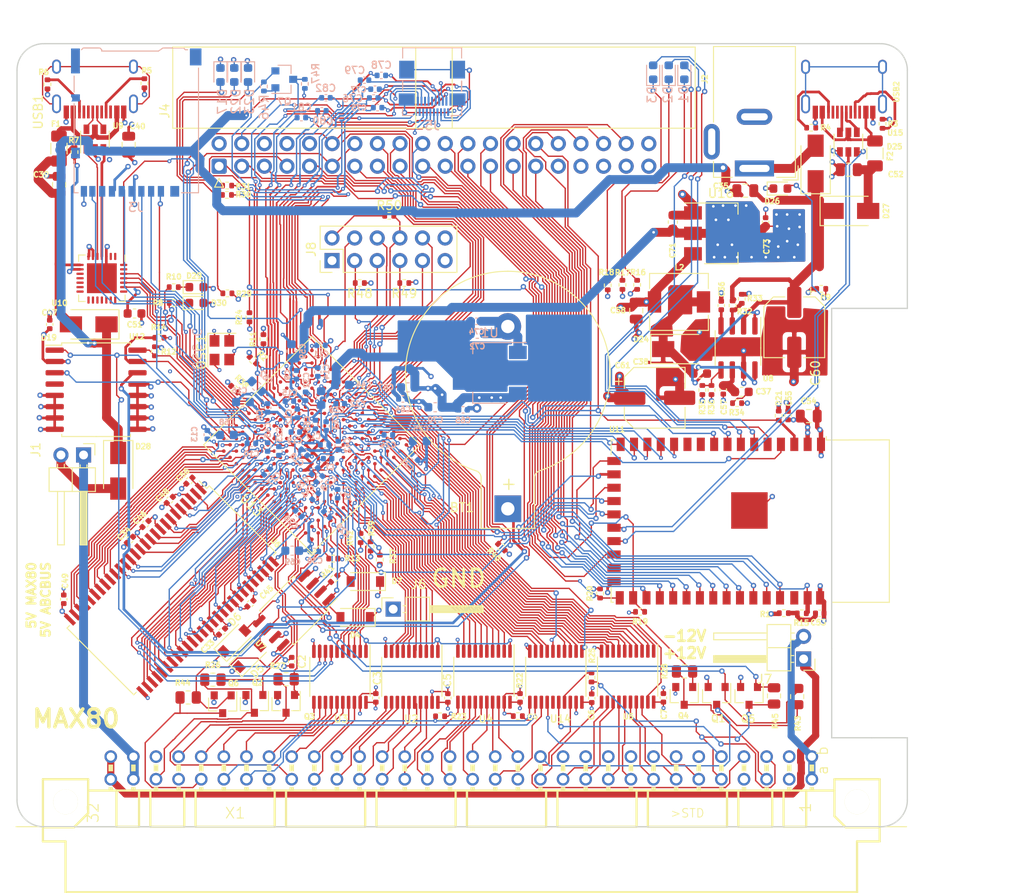
<source format=kicad_pcb>
(kicad_pcb (version 20171130) (host pcbnew 5.1.10-88a1d61d58~88~ubuntu20.04.1)

  (general
    (thickness 1.6)
    (drawings 19)
    (tracks 5506)
    (zones 0)
    (modules 189)
    (nets 273)
  )

  (page A4)
  (title_block
    (title MAX80)
    (date 2021-01-31)
    (rev 0.01)
    (company "No name")
  )

  (layers
    (0 F.Cu signal)
    (1 In1.Cu power)
    (2 In2.Cu signal)
    (31 B.Cu signal)
    (32 B.Adhes user)
    (33 F.Adhes user)
    (34 B.Paste user)
    (35 F.Paste user)
    (36 B.SilkS user)
    (37 F.SilkS user)
    (38 B.Mask user)
    (39 F.Mask user)
    (40 Dwgs.User user)
    (41 Cmts.User user)
    (42 Eco1.User user)
    (43 Eco2.User user)
    (44 Edge.Cuts user)
    (45 Margin user)
    (46 B.CrtYd user)
    (47 F.CrtYd user)
    (48 B.Fab user hide)
    (49 F.Fab user hide)
  )

  (setup
    (last_trace_width 0.15)
    (user_trace_width 0.15)
    (user_trace_width 0.3)
    (user_trace_width 0.5)
    (trace_clearance 0.15)
    (zone_clearance 0.15)
    (zone_45_only no)
    (trace_min 0.15)
    (via_size 0.6)
    (via_drill 0.3)
    (via_min_size 0.45)
    (via_min_drill 0.2)
    (user_via 0.45 0.2)
    (uvia_size 0.3)
    (uvia_drill 0.1)
    (uvias_allowed yes)
    (uvia_min_size 0.2)
    (uvia_min_drill 0.1)
    (edge_width 0.15)
    (segment_width 0.3)
    (pcb_text_width 0.3)
    (pcb_text_size 1.5 1.5)
    (mod_edge_width 0.15)
    (mod_text_size 1 1)
    (mod_text_width 0.15)
    (pad_size 0.46 0.4)
    (pad_drill 0)
    (pad_to_mask_clearance 0)
    (aux_axis_origin 0 0)
    (visible_elements FFFFFF7F)
    (pcbplotparams
      (layerselection 0x010fc_ffffffff)
      (usegerberextensions false)
      (usegerberattributes true)
      (usegerberadvancedattributes true)
      (creategerberjobfile true)
      (excludeedgelayer true)
      (linewidth 0.100000)
      (plotframeref false)
      (viasonmask false)
      (mode 1)
      (useauxorigin false)
      (hpglpennumber 1)
      (hpglpenspeed 20)
      (hpglpendiameter 15.000000)
      (psnegative false)
      (psa4output false)
      (plotreference true)
      (plotvalue true)
      (plotinvisibletext false)
      (padsonsilk false)
      (subtractmaskfromsilk false)
      (outputformat 1)
      (mirror false)
      (drillshape 0)
      (scaleselection 1)
      (outputdirectory "max80_gerber"))
  )

  (net 0 "")
  (net 1 GND)
  (net 2 +5V)
  (net 3 "Net-(R5-Pad2)")
  (net 4 "Net-(R6-Pad2)")
  (net 5 "Net-(R7-Pad1)")
  (net 6 "Net-(U10-Pad5)")
  (net 7 "Net-(U10-Pad4)")
  (net 8 "Net-(U9-Pad4)")
  (net 9 "Net-(U9-Pad6)")
  (net 10 "Net-(USB1-Pad13)")
  (net 11 "Net-(BT1-Pad1)")
  (net 12 /A4)
  (net 13 /A3)
  (net 14 /A2)
  (net 15 /A1)
  (net 16 /A0)
  (net 17 /IO0)
  (net 18 /IO3)
  (net 19 /IO4)
  (net 20 /IO5)
  (net 21 /IO6)
  (net 22 /IO7)
  (net 23 /A11)
  (net 24 /IO9)
  (net 25 /A8)
  (net 26 /A7)
  (net 27 /A6)
  (net 28 /A5)
  (net 29 /A9)
  (net 30 /A10)
  (net 31 /A12)
  (net 32 /IO8)
  (net 33 /IO10)
  (net 34 /IO11)
  (net 35 /IO12)
  (net 36 /IO13)
  (net 37 /IO14)
  (net 38 /IO15)
  (net 39 /abc80bus/D7)
  (net 40 /abc80bus/D6)
  (net 41 /abc80bus/D5)
  (net 42 /abc80bus/D4)
  (net 43 /abc80bus/D3)
  (net 44 /abc80bus/D2)
  (net 45 /abc80bus/D1)
  (net 46 /abc80bus/D0)
  (net 47 /abc80bus/A8)
  (net 48 /abc80bus/A9)
  (net 49 /abc80bus/A10)
  (net 50 /abc80bus/A11)
  (net 51 /abc80bus/A12)
  (net 52 /abc80bus/A13)
  (net 53 /abc80bus/A14)
  (net 54 /abc80bus/A15)
  (net 55 /abc80bus/A7)
  (net 56 /abc80bus/A6)
  (net 57 /abc80bus/A5)
  (net 58 /abc80bus/A4)
  (net 59 /abc80bus/A3)
  (net 60 /abc80bus/A2)
  (net 61 /abc80bus/A1)
  (net 62 /abc80bus/A0)
  (net 63 /IO1)
  (net 64 /IO2)
  (net 65 /32KHZ)
  (net 66 /RTC_INT)
  (net 67 /abc80bus/ABC5V)
  (net 68 /SD_DAT1)
  (net 69 /SD_DAT3)
  (net 70 /SD_CMD)
  (net 71 /SD_CLK)
  (net 72 /SD_DAT0)
  (net 73 FPGA_TDI)
  (net 74 FPGA_TMS)
  (net 75 FPGA_TDO)
  (net 76 FPGA_TCK)
  (net 77 ABC_CLK_5)
  (net 78 /FPGA_SCL)
  (net 79 /FPGA_SDA)
  (net 80 FPGA_SPI_CLK)
  (net 81 FGPA_SPI_CS_ESP32)
  (net 82 INT_ESP32)
  (net 83 "Net-(C53-Pad1)")
  (net 84 "Net-(F2-Pad2)")
  (net 85 ESP32_TDO)
  (net 86 ESP32_TCK)
  (net 87 ESP32_TMS)
  (net 88 ESP32_IO0)
  (net 89 ESP32_RXD)
  (net 90 ESP32_TXD)
  (net 91 ESP32_EN)
  (net 92 "Net-(R3-Pad2)")
  (net 93 "Net-(R4-Pad2)")
  (net 94 /ESP32/USB_D-)
  (net 95 /ESP32/USB_D+)
  (net 96 ESP32_TDI)
  (net 97 "Net-(U15-Pad6)")
  (net 98 "Net-(U15-Pad4)")
  (net 99 "Net-(USB2-Pad13)")
  (net 100 "Net-(D1-Pad2)")
  (net 101 "Net-(D1-Pad1)")
  (net 102 "Net-(D2-Pad2)")
  (net 103 "Net-(D2-Pad1)")
  (net 104 "Net-(D3-Pad2)")
  (net 105 "Net-(D3-Pad1)")
  (net 106 ESP32_SCL)
  (net 107 ESP32_SDA)
  (net 108 ESP32_CS2)
  (net 109 ESP32_CS0)
  (net 110 ESP32_MISO)
  (net 111 ESP32_SCK)
  (net 112 ESP32_MOSI)
  (net 113 ESP32_CS1)
  (net 114 /FPGA_USB_TXD)
  (net 115 /FPGA_USB_RXD)
  (net 116 /abc80bus/~CS)
  (net 117 /abc80bus/~C4)
  (net 118 /abc80bus/~C3)
  (net 119 /abc80bus/~C2)
  (net 120 /abc80bus/~C1)
  (net 121 /abc80bus/~OUT)
  (net 122 /abc80bus/~RST)
  (net 123 /abc80bus/~XMEMFL)
  (net 124 /abc80bus/~INP)
  (net 125 /abc80bus/~STATUS)
  (net 126 /abc80bus/~XINPSTB)
  (net 127 /abc80bus/~XOUTSTB)
  (net 128 AD0)
  (net 129 AD1)
  (net 130 AD2)
  (net 131 AD3)
  (net 132 AD4)
  (net 133 AD5)
  (net 134 AD6)
  (net 135 AD7)
  (net 136 /abc80bus/~RESIN)
  (net 137 /FPGA_LED1)
  (net 138 /FPGA_LED2)
  (net 139 /FPGA_LED3)
  (net 140 "Net-(D17-Pad2)")
  (net 141 "Net-(D22-Pad2)")
  (net 142 "Net-(D23-Pad2)")
  (net 143 FPGA_GPIO3)
  (net 144 FPGA_GPIO2)
  (net 145 FPGA_GPIO1)
  (net 146 FPGA_GPIO0)
  (net 147 FPGA_GPIO5)
  (net 148 FPGA_GPIO4)
  (net 149 "Net-(C36-Pad1)")
  (net 150 "Net-(C37-Pad2)")
  (net 151 "Net-(C37-Pad1)")
  (net 152 "Net-(C38-Pad2)")
  (net 153 "Net-(R32-Pad2)")
  (net 154 "Net-(R35-Pad2)")
  (net 155 "Net-(C38-Pad1)")
  (net 156 /abc80bus/READY)
  (net 157 /abc80bus/~NMI)
  (net 158 ~FPGA_READY)
  (net 159 FPGA_NMI)
  (net 160 "Net-(D26-Pad2)")
  (net 161 FPGA_RESIN)
  (net 162 /DQMH)
  (net 163 /CLK)
  (net 164 /CKE)
  (net 165 /BA1)
  (net 166 /BA0)
  (net 167 /DQML)
  (net 168 "Net-(D28-Pad2)")
  (net 169 "Net-(D25-Pad2)")
  (net 170 "Net-(F1-Pad2)")
  (net 171 /FPGA_USB_RTS)
  (net 172 /FPGA_USB_CTS)
  (net 173 "Net-(C39-Pad1)")
  (net 174 "Net-(C52-Pad1)")
  (net 175 /WE#)
  (net 176 /CAS#)
  (net 177 /RAS#)
  (net 178 /CS#)
  (net 179 "Net-(D29-Pad1)")
  (net 180 "Net-(D30-Pad1)")
  (net 181 +3V3)
  (net 182 +2V5)
  (net 183 +1V2)
  (net 184 "Net-(R13-Pad1)")
  (net 185 "Net-(R37-Pad2)")
  (net 186 "Net-(R38-Pad2)")
  (net 187 "Net-(R41-Pad2)")
  (net 188 DATA0)
  (net 189 ~CS_ABC_3V3)
  (net 190 ~OUT_ABC_3V3)
  (net 191 AD8)
  (net 192 ~C1_ABC_3V3)
  (net 193 AD9)
  (net 194 ~C2_ABC_3V3)
  (net 195 AD10)
  (net 196 ~C3_ABC_3V3)
  (net 197 ~C4_ABC_3V3)
  (net 198 AD11)
  (net 199 AD12)
  (net 200 AD13)
  (net 201 AD14)
  (net 202 AD15)
  (net 203 DLCK)
  (net 204 ASD0)
  (net 205 nCE0)
  (net 206 ~INP_ABC_3V3)
  (net 207 ~STATUS_ABC_3V3)
  (net 208 DD0)
  (net 209 DD1)
  (net 210 DD2)
  (net 211 DD3)
  (net 212 DD4)
  (net 213 DD5)
  (net 214 DD6)
  (net 215 DD7)
  (net 216 DD8)
  (net 217 ~XOUTSTB_ABC_3V3)
  (net 218 ~RST_ABC_3V3)
  (net 219 ~XMEMFL_ABC_3V3)
  (net 220 ~XINPSTB_ABC_3V3)
  (net 221 ABC_CLK_3V3)
  (net 222 DD9)
  (net 223 FPGA_SPI_MOSI)
  (net 224 FPGA_SPI_MISO)
  (net 225 /SD_DAT2)
  (net 226 CLK0n)
  (net 227 "Net-(J5-PadSH)")
  (net 228 HDMI_CK-)
  (net 229 HDMI_D0+)
  (net 230 HDMI_D1-)
  (net 231 HDMI_D2+)
  (net 232 HDMI_CK+)
  (net 233 HDMI_D0-)
  (net 234 HDMI_D1+)
  (net 235 HDMI_D2-)
  (net 236 HDMI_SDA)
  (net 237 HDMI_HPD)
  (net 238 HDMI_SCL)
  (net 239 FPGA_JTAGEN)
  (net 240 FLASH_CS#)
  (net 241 /abc80bus/~INT)
  (net 242 /abc80bus/~XMEMW800)
  (net 243 /abc80bus/~XMEMW80)
  (net 244 INT_ABC_3V3)
  (net 245 INT800_ABC_3V3)
  (net 246 ~XMEMW80_ABC_3V3)
  (net 247 ~XMEMW800_ABC_3V3)
  (net 248 /abc80bus/~XM)
  (net 249 XM_ABC_3V3)
  (net 250 "Net-(R25-Pad2)")
  (net 251 AD16)
  (net 252 DD10)
  (net 253 /abc80bus/ABC_-12V)
  (net 254 /abc80bus/ABC_12V)
  (net 255 /FPGA_USB_DTR)
  (net 256 "Net-(C75-Pad1)")
  (net 257 "Net-(C76-Pad1)")
  (net 258 "Net-(C77-Pad1)")
  (net 259 "Net-(C78-Pad1)")
  (net 260 "Net-(C79-Pad1)")
  (net 261 "Net-(C80-Pad1)")
  (net 262 "Net-(C81-Pad1)")
  (net 263 "Net-(C82-Pad1)")
  (net 264 "Net-(J5-Pad19)")
  (net 265 EXT_HG)
  (net 266 EXT_HB)
  (net 267 EXT_HE)
  (net 268 EXT_HC)
  (net 269 EXT_HA)
  (net 270 EXT_HF)
  (net 271 EXT_HH)
  (net 272 EXT_HD)

  (net_class Default "This is the default net class."
    (clearance 0.15)
    (trace_width 0.15)
    (via_dia 0.6)
    (via_drill 0.3)
    (uvia_dia 0.3)
    (uvia_drill 0.1)
    (add_net +1V2)
    (add_net +2V5)
    (add_net +3V3)
    (add_net +5V)
    (add_net /32KHZ)
    (add_net /A0)
    (add_net /A1)
    (add_net /A10)
    (add_net /A11)
    (add_net /A12)
    (add_net /A2)
    (add_net /A3)
    (add_net /A4)
    (add_net /A5)
    (add_net /A6)
    (add_net /A7)
    (add_net /A8)
    (add_net /A9)
    (add_net /BA0)
    (add_net /BA1)
    (add_net /CAS#)
    (add_net /CKE)
    (add_net /CLK)
    (add_net /CS#)
    (add_net /DQMH)
    (add_net /DQML)
    (add_net /ESP32/USB_D+)
    (add_net /ESP32/USB_D-)
    (add_net /FPGA_LED1)
    (add_net /FPGA_LED2)
    (add_net /FPGA_LED3)
    (add_net /FPGA_SCL)
    (add_net /FPGA_SDA)
    (add_net /FPGA_USB_CTS)
    (add_net /FPGA_USB_DTR)
    (add_net /FPGA_USB_RTS)
    (add_net /FPGA_USB_RXD)
    (add_net /FPGA_USB_TXD)
    (add_net /IO0)
    (add_net /IO1)
    (add_net /IO10)
    (add_net /IO11)
    (add_net /IO12)
    (add_net /IO13)
    (add_net /IO14)
    (add_net /IO15)
    (add_net /IO2)
    (add_net /IO3)
    (add_net /IO4)
    (add_net /IO5)
    (add_net /IO6)
    (add_net /IO7)
    (add_net /IO8)
    (add_net /IO9)
    (add_net /RAS#)
    (add_net /RTC_INT)
    (add_net /SD_CLK)
    (add_net /SD_CMD)
    (add_net /SD_DAT0)
    (add_net /SD_DAT1)
    (add_net /SD_DAT2)
    (add_net /SD_DAT3)
    (add_net /WE#)
    (add_net /abc80bus/A0)
    (add_net /abc80bus/A1)
    (add_net /abc80bus/A10)
    (add_net /abc80bus/A11)
    (add_net /abc80bus/A12)
    (add_net /abc80bus/A13)
    (add_net /abc80bus/A14)
    (add_net /abc80bus/A15)
    (add_net /abc80bus/A2)
    (add_net /abc80bus/A3)
    (add_net /abc80bus/A4)
    (add_net /abc80bus/A5)
    (add_net /abc80bus/A6)
    (add_net /abc80bus/A7)
    (add_net /abc80bus/A8)
    (add_net /abc80bus/A9)
    (add_net /abc80bus/ABC5V)
    (add_net /abc80bus/ABC_-12V)
    (add_net /abc80bus/ABC_12V)
    (add_net /abc80bus/D0)
    (add_net /abc80bus/D1)
    (add_net /abc80bus/D2)
    (add_net /abc80bus/D3)
    (add_net /abc80bus/D4)
    (add_net /abc80bus/D5)
    (add_net /abc80bus/D6)
    (add_net /abc80bus/D7)
    (add_net /abc80bus/READY)
    (add_net /abc80bus/~C1)
    (add_net /abc80bus/~C2)
    (add_net /abc80bus/~C3)
    (add_net /abc80bus/~C4)
    (add_net /abc80bus/~CS)
    (add_net /abc80bus/~INP)
    (add_net /abc80bus/~INT)
    (add_net /abc80bus/~NMI)
    (add_net /abc80bus/~OUT)
    (add_net /abc80bus/~RESIN)
    (add_net /abc80bus/~RST)
    (add_net /abc80bus/~STATUS)
    (add_net /abc80bus/~XINPSTB)
    (add_net /abc80bus/~XM)
    (add_net /abc80bus/~XMEMFL)
    (add_net /abc80bus/~XMEMW80)
    (add_net /abc80bus/~XMEMW800)
    (add_net /abc80bus/~XOUTSTB)
    (add_net ABC_CLK_3V3)
    (add_net ABC_CLK_5)
    (add_net AD0)
    (add_net AD1)
    (add_net AD10)
    (add_net AD11)
    (add_net AD12)
    (add_net AD13)
    (add_net AD14)
    (add_net AD15)
    (add_net AD16)
    (add_net AD2)
    (add_net AD3)
    (add_net AD4)
    (add_net AD5)
    (add_net AD6)
    (add_net AD7)
    (add_net AD8)
    (add_net AD9)
    (add_net ASD0)
    (add_net CLK0n)
    (add_net DATA0)
    (add_net DD0)
    (add_net DD1)
    (add_net DD10)
    (add_net DD2)
    (add_net DD3)
    (add_net DD4)
    (add_net DD5)
    (add_net DD6)
    (add_net DD7)
    (add_net DD8)
    (add_net DD9)
    (add_net DLCK)
    (add_net ESP32_CS0)
    (add_net ESP32_CS1)
    (add_net ESP32_CS2)
    (add_net ESP32_EN)
    (add_net ESP32_IO0)
    (add_net ESP32_MISO)
    (add_net ESP32_MOSI)
    (add_net ESP32_RXD)
    (add_net ESP32_SCK)
    (add_net ESP32_SCL)
    (add_net ESP32_SDA)
    (add_net ESP32_TCK)
    (add_net ESP32_TDI)
    (add_net ESP32_TDO)
    (add_net ESP32_TMS)
    (add_net ESP32_TXD)
    (add_net EXT_HA)
    (add_net EXT_HB)
    (add_net EXT_HC)
    (add_net EXT_HD)
    (add_net EXT_HE)
    (add_net EXT_HF)
    (add_net EXT_HG)
    (add_net EXT_HH)
    (add_net FGPA_SPI_CS_ESP32)
    (add_net FLASH_CS#)
    (add_net FPGA_GPIO0)
    (add_net FPGA_GPIO1)
    (add_net FPGA_GPIO2)
    (add_net FPGA_GPIO3)
    (add_net FPGA_GPIO4)
    (add_net FPGA_GPIO5)
    (add_net FPGA_JTAGEN)
    (add_net FPGA_NMI)
    (add_net FPGA_RESIN)
    (add_net FPGA_SPI_CLK)
    (add_net FPGA_SPI_MISO)
    (add_net FPGA_SPI_MOSI)
    (add_net FPGA_TCK)
    (add_net FPGA_TDI)
    (add_net FPGA_TDO)
    (add_net FPGA_TMS)
    (add_net GND)
    (add_net HDMI_CK+)
    (add_net HDMI_CK-)
    (add_net HDMI_D0+)
    (add_net HDMI_D0-)
    (add_net HDMI_D1+)
    (add_net HDMI_D1-)
    (add_net HDMI_D2+)
    (add_net HDMI_D2-)
    (add_net HDMI_HPD)
    (add_net HDMI_SCL)
    (add_net HDMI_SDA)
    (add_net INT800_ABC_3V3)
    (add_net INT_ABC_3V3)
    (add_net INT_ESP32)
    (add_net "Net-(BT1-Pad1)")
    (add_net "Net-(C36-Pad1)")
    (add_net "Net-(C37-Pad1)")
    (add_net "Net-(C37-Pad2)")
    (add_net "Net-(C38-Pad1)")
    (add_net "Net-(C38-Pad2)")
    (add_net "Net-(C39-Pad1)")
    (add_net "Net-(C52-Pad1)")
    (add_net "Net-(C53-Pad1)")
    (add_net "Net-(C75-Pad1)")
    (add_net "Net-(C76-Pad1)")
    (add_net "Net-(C77-Pad1)")
    (add_net "Net-(C78-Pad1)")
    (add_net "Net-(C79-Pad1)")
    (add_net "Net-(C80-Pad1)")
    (add_net "Net-(C81-Pad1)")
    (add_net "Net-(C82-Pad1)")
    (add_net "Net-(D1-Pad1)")
    (add_net "Net-(D1-Pad2)")
    (add_net "Net-(D17-Pad2)")
    (add_net "Net-(D2-Pad1)")
    (add_net "Net-(D2-Pad2)")
    (add_net "Net-(D22-Pad2)")
    (add_net "Net-(D23-Pad2)")
    (add_net "Net-(D25-Pad2)")
    (add_net "Net-(D26-Pad2)")
    (add_net "Net-(D28-Pad2)")
    (add_net "Net-(D29-Pad1)")
    (add_net "Net-(D3-Pad1)")
    (add_net "Net-(D3-Pad2)")
    (add_net "Net-(D30-Pad1)")
    (add_net "Net-(F1-Pad2)")
    (add_net "Net-(F2-Pad2)")
    (add_net "Net-(J5-Pad19)")
    (add_net "Net-(J5-PadSH)")
    (add_net "Net-(R13-Pad1)")
    (add_net "Net-(R25-Pad2)")
    (add_net "Net-(R3-Pad2)")
    (add_net "Net-(R32-Pad2)")
    (add_net "Net-(R35-Pad2)")
    (add_net "Net-(R37-Pad2)")
    (add_net "Net-(R38-Pad2)")
    (add_net "Net-(R4-Pad2)")
    (add_net "Net-(R41-Pad2)")
    (add_net "Net-(R5-Pad2)")
    (add_net "Net-(R6-Pad2)")
    (add_net "Net-(R7-Pad1)")
    (add_net "Net-(U10-Pad4)")
    (add_net "Net-(U10-Pad5)")
    (add_net "Net-(U15-Pad4)")
    (add_net "Net-(U15-Pad6)")
    (add_net "Net-(U9-Pad4)")
    (add_net "Net-(U9-Pad6)")
    (add_net "Net-(USB1-Pad13)")
    (add_net "Net-(USB2-Pad13)")
    (add_net XM_ABC_3V3)
    (add_net nCE0)
    (add_net ~C1_ABC_3V3)
    (add_net ~C2_ABC_3V3)
    (add_net ~C3_ABC_3V3)
    (add_net ~C4_ABC_3V3)
    (add_net ~CS_ABC_3V3)
    (add_net ~FPGA_READY)
    (add_net ~INP_ABC_3V3)
    (add_net ~OUT_ABC_3V3)
    (add_net ~RST_ABC_3V3)
    (add_net ~STATUS_ABC_3V3)
    (add_net ~XINPSTB_ABC_3V3)
    (add_net ~XMEMFL_ABC_3V3)
    (add_net ~XMEMW800_ABC_3V3)
    (add_net ~XMEMW80_ABC_3V3)
    (add_net ~XOUTSTB_ABC_3V3)
  )

  (module Resistor_SMD:R_0402_1005Metric (layer F.Cu) (tedit 5F68FEEE) (tstamp 60E9BA92)
    (at 94.31 110.35)
    (descr "Resistor SMD 0402 (1005 Metric), square (rectangular) end terminal, IPC_7351 nominal, (Body size source: IPC-SM-782 page 72, https://www.pcb-3d.com/wordpress/wp-content/uploads/ipc-sm-782a_amendment_1_and_2.pdf), generated with kicad-footprint-generator")
    (tags resistor)
    (path /60B94961/612EABC3)
    (attr smd)
    (fp_text reference R50 (at 0 -1.17) (layer F.SilkS)
      (effects (font (size 1 1) (thickness 0.15)))
    )
    (fp_text value 10k (at 0 1.17) (layer F.Fab)
      (effects (font (size 1 1) (thickness 0.15)))
    )
    (fp_line (start 0.93 0.47) (end -0.93 0.47) (layer F.CrtYd) (width 0.05))
    (fp_line (start 0.93 -0.47) (end 0.93 0.47) (layer F.CrtYd) (width 0.05))
    (fp_line (start -0.93 -0.47) (end 0.93 -0.47) (layer F.CrtYd) (width 0.05))
    (fp_line (start -0.93 0.47) (end -0.93 -0.47) (layer F.CrtYd) (width 0.05))
    (fp_line (start -0.153641 0.38) (end 0.153641 0.38) (layer F.SilkS) (width 0.12))
    (fp_line (start -0.153641 -0.38) (end 0.153641 -0.38) (layer F.SilkS) (width 0.12))
    (fp_line (start 0.525 0.27) (end -0.525 0.27) (layer F.Fab) (width 0.1))
    (fp_line (start 0.525 -0.27) (end 0.525 0.27) (layer F.Fab) (width 0.1))
    (fp_line (start -0.525 -0.27) (end 0.525 -0.27) (layer F.Fab) (width 0.1))
    (fp_line (start -0.525 0.27) (end -0.525 -0.27) (layer F.Fab) (width 0.1))
    (fp_text user %R (at 0 0) (layer F.Fab)
      (effects (font (size 0.26 0.26) (thickness 0.04)))
    )
    (pad 2 smd roundrect (at 0.51 0) (size 0.54 0.64) (layers F.Cu F.Paste F.Mask) (roundrect_rratio 0.25)
      (net 271 EXT_HH))
    (pad 1 smd roundrect (at -0.51 0) (size 0.54 0.64) (layers F.Cu F.Paste F.Mask) (roundrect_rratio 0.25)
      (net 181 +3V3))
    (model ${KISYS3DMOD}/Resistor_SMD.3dshapes/R_0402_1005Metric.wrl
      (at (xyz 0 0 0))
      (scale (xyz 1 1 1))
      (rotate (xyz 0 0 0))
    )
  )

  (module Resistor_SMD:R_0402_1005Metric (layer F.Cu) (tedit 5F68FEEE) (tstamp 60E9BA81)
    (at 96 117.9 180)
    (descr "Resistor SMD 0402 (1005 Metric), square (rectangular) end terminal, IPC_7351 nominal, (Body size source: IPC-SM-782 page 72, https://www.pcb-3d.com/wordpress/wp-content/uploads/ipc-sm-782a_amendment_1_and_2.pdf), generated with kicad-footprint-generator")
    (tags resistor)
    (path /60B94961/612EA5C6)
    (attr smd)
    (fp_text reference R49 (at 0 -1.17) (layer F.SilkS)
      (effects (font (size 1 1) (thickness 0.15)))
    )
    (fp_text value 10k (at 0 1.17) (layer F.Fab)
      (effects (font (size 1 1) (thickness 0.15)))
    )
    (fp_line (start 0.93 0.47) (end -0.93 0.47) (layer F.CrtYd) (width 0.05))
    (fp_line (start 0.93 -0.47) (end 0.93 0.47) (layer F.CrtYd) (width 0.05))
    (fp_line (start -0.93 -0.47) (end 0.93 -0.47) (layer F.CrtYd) (width 0.05))
    (fp_line (start -0.93 0.47) (end -0.93 -0.47) (layer F.CrtYd) (width 0.05))
    (fp_line (start -0.153641 0.38) (end 0.153641 0.38) (layer F.SilkS) (width 0.12))
    (fp_line (start -0.153641 -0.38) (end 0.153641 -0.38) (layer F.SilkS) (width 0.12))
    (fp_line (start 0.525 0.27) (end -0.525 0.27) (layer F.Fab) (width 0.1))
    (fp_line (start 0.525 -0.27) (end 0.525 0.27) (layer F.Fab) (width 0.1))
    (fp_line (start -0.525 -0.27) (end 0.525 -0.27) (layer F.Fab) (width 0.1))
    (fp_line (start -0.525 0.27) (end -0.525 -0.27) (layer F.Fab) (width 0.1))
    (fp_text user %R (at 0 0) (layer F.Fab)
      (effects (font (size 0.26 0.26) (thickness 0.04)))
    )
    (pad 2 smd roundrect (at 0.51 0 180) (size 0.54 0.64) (layers F.Cu F.Paste F.Mask) (roundrect_rratio 0.25)
      (net 268 EXT_HC))
    (pad 1 smd roundrect (at -0.51 0 180) (size 0.54 0.64) (layers F.Cu F.Paste F.Mask) (roundrect_rratio 0.25)
      (net 181 +3V3))
    (model ${KISYS3DMOD}/Resistor_SMD.3dshapes/R_0402_1005Metric.wrl
      (at (xyz 0 0 0))
      (scale (xyz 1 1 1))
      (rotate (xyz 0 0 0))
    )
  )

  (module Resistor_SMD:R_0402_1005Metric (layer F.Cu) (tedit 5F68FEEE) (tstamp 60E9BA70)
    (at 91 117.9 180)
    (descr "Resistor SMD 0402 (1005 Metric), square (rectangular) end terminal, IPC_7351 nominal, (Body size source: IPC-SM-782 page 72, https://www.pcb-3d.com/wordpress/wp-content/uploads/ipc-sm-782a_amendment_1_and_2.pdf), generated with kicad-footprint-generator")
    (tags resistor)
    (path /60B94961/612E7EE5)
    (attr smd)
    (fp_text reference R48 (at 0 -1.17) (layer F.SilkS)
      (effects (font (size 1 1) (thickness 0.15)))
    )
    (fp_text value 10k (at 0 1.17) (layer F.Fab)
      (effects (font (size 1 1) (thickness 0.15)))
    )
    (fp_line (start 0.93 0.47) (end -0.93 0.47) (layer F.CrtYd) (width 0.05))
    (fp_line (start 0.93 -0.47) (end 0.93 0.47) (layer F.CrtYd) (width 0.05))
    (fp_line (start -0.93 -0.47) (end 0.93 -0.47) (layer F.CrtYd) (width 0.05))
    (fp_line (start -0.93 0.47) (end -0.93 -0.47) (layer F.CrtYd) (width 0.05))
    (fp_line (start -0.153641 0.38) (end 0.153641 0.38) (layer F.SilkS) (width 0.12))
    (fp_line (start -0.153641 -0.38) (end 0.153641 -0.38) (layer F.SilkS) (width 0.12))
    (fp_line (start 0.525 0.27) (end -0.525 0.27) (layer F.Fab) (width 0.1))
    (fp_line (start 0.525 -0.27) (end 0.525 0.27) (layer F.Fab) (width 0.1))
    (fp_line (start -0.525 -0.27) (end 0.525 -0.27) (layer F.Fab) (width 0.1))
    (fp_line (start -0.525 0.27) (end -0.525 -0.27) (layer F.Fab) (width 0.1))
    (fp_text user %R (at 0 0) (layer F.Fab)
      (effects (font (size 0.26 0.26) (thickness 0.04)))
    )
    (pad 2 smd roundrect (at 0.51 0 180) (size 0.54 0.64) (layers F.Cu F.Paste F.Mask) (roundrect_rratio 0.25)
      (net 269 EXT_HA))
    (pad 1 smd roundrect (at -0.51 0 180) (size 0.54 0.64) (layers F.Cu F.Paste F.Mask) (roundrect_rratio 0.25)
      (net 181 +3V3))
    (model ${KISYS3DMOD}/Resistor_SMD.3dshapes/R_0402_1005Metric.wrl
      (at (xyz 0 0 0))
      (scale (xyz 1 1 1))
      (rotate (xyz 0 0 0))
    )
  )

  (module Capacitor_SMD:C_0603_1608Metric (layer B.Cu) (tedit 5F68FEEE) (tstamp 60800F28)
    (at 89 129.35)
    (descr "Capacitor SMD 0603 (1608 Metric), square (rectangular) end terminal, IPC_7351 nominal, (Body size source: IPC-SM-782 page 76, https://www.pcb-3d.com/wordpress/wp-content/uploads/ipc-sm-782a_amendment_1_and_2.pdf), generated with kicad-footprint-generator")
    (tags capacitor)
    (path /604B2191/65C6F7D3)
    (zone_connect 2)
    (attr smd)
    (fp_text reference C44 (at 2.45 -0.03) (layer B.SilkS)
      (effects (font (size 0.6 0.6) (thickness 0.15)) (justify mirror))
    )
    (fp_text value 47uF (at 0 -1.43) (layer B.Fab)
      (effects (font (size 1 1) (thickness 0.15)) (justify mirror))
    )
    (fp_line (start -0.8 -0.4) (end -0.8 0.4) (layer B.Fab) (width 0.1))
    (fp_line (start -0.8 0.4) (end 0.8 0.4) (layer B.Fab) (width 0.1))
    (fp_line (start 0.8 0.4) (end 0.8 -0.4) (layer B.Fab) (width 0.1))
    (fp_line (start 0.8 -0.4) (end -0.8 -0.4) (layer B.Fab) (width 0.1))
    (fp_line (start -0.14058 0.51) (end 0.14058 0.51) (layer B.SilkS) (width 0.12))
    (fp_line (start -0.14058 -0.51) (end 0.14058 -0.51) (layer B.SilkS) (width 0.12))
    (fp_line (start -1.48 -0.73) (end -1.48 0.73) (layer B.CrtYd) (width 0.05))
    (fp_line (start -1.48 0.73) (end 1.48 0.73) (layer B.CrtYd) (width 0.05))
    (fp_line (start 1.48 0.73) (end 1.48 -0.73) (layer B.CrtYd) (width 0.05))
    (fp_line (start 1.48 -0.73) (end -1.48 -0.73) (layer B.CrtYd) (width 0.05))
    (fp_text user %R (at 0 0) (layer B.Fab)
      (effects (font (size 0.4 0.4) (thickness 0.06)) (justify mirror))
    )
    (pad 2 smd roundrect (at 0.775 0) (size 0.9 0.95) (layers B.Cu B.Paste B.Mask) (roundrect_rratio 0.25)
      (net 1 GND) (zone_connect 2))
    (pad 1 smd roundrect (at -0.775 0) (size 0.9 0.95) (layers B.Cu B.Paste B.Mask) (roundrect_rratio 0.25)
      (net 183 +1V2) (zone_connect 2))
    (model ${KISYS3DMOD}/Capacitor_SMD.3dshapes/C_0603_1608Metric.wrl
      (at (xyz 0 0 0))
      (scale (xyz 1 1 1))
      (rotate (xyz 0 0 0))
    )
  )

  (module Connector_PinHeader_2.54mm:PinHeader_2x06_P2.54mm_Vertical (layer F.Cu) (tedit 59FED5CC) (tstamp 60E185F6)
    (at 87.88 115.38 90)
    (descr "Through hole straight pin header, 2x06, 2.54mm pitch, double rows")
    (tags "Through hole pin header THT 2x06 2.54mm double row")
    (path /60B94961/6100C1FE)
    (fp_text reference J8 (at 1.27 -2.33 90) (layer F.SilkS)
      (effects (font (size 1 1) (thickness 0.15)))
    )
    (fp_text value Conn_02x5_Odd_Even (at 1.27 15.03 90) (layer F.Fab)
      (effects (font (size 1 1) (thickness 0.15)))
    )
    (fp_line (start 0 -1.27) (end 3.81 -1.27) (layer F.Fab) (width 0.1))
    (fp_line (start 3.81 -1.27) (end 3.81 13.97) (layer F.Fab) (width 0.1))
    (fp_line (start 3.81 13.97) (end -1.27 13.97) (layer F.Fab) (width 0.1))
    (fp_line (start -1.27 13.97) (end -1.27 0) (layer F.Fab) (width 0.1))
    (fp_line (start -1.27 0) (end 0 -1.27) (layer F.Fab) (width 0.1))
    (fp_line (start -1.33 14.03) (end 3.87 14.03) (layer F.SilkS) (width 0.12))
    (fp_line (start -1.33 1.27) (end -1.33 14.03) (layer F.SilkS) (width 0.12))
    (fp_line (start 3.87 -1.33) (end 3.87 14.03) (layer F.SilkS) (width 0.12))
    (fp_line (start -1.33 1.27) (end 1.27 1.27) (layer F.SilkS) (width 0.12))
    (fp_line (start 1.27 1.27) (end 1.27 -1.33) (layer F.SilkS) (width 0.12))
    (fp_line (start 1.27 -1.33) (end 3.87 -1.33) (layer F.SilkS) (width 0.12))
    (fp_line (start -1.33 0) (end -1.33 -1.33) (layer F.SilkS) (width 0.12))
    (fp_line (start -1.33 -1.33) (end 0 -1.33) (layer F.SilkS) (width 0.12))
    (fp_line (start -1.8 -1.8) (end -1.8 14.5) (layer F.CrtYd) (width 0.05))
    (fp_line (start -1.8 14.5) (end 4.35 14.5) (layer F.CrtYd) (width 0.05))
    (fp_line (start 4.35 14.5) (end 4.35 -1.8) (layer F.CrtYd) (width 0.05))
    (fp_line (start 4.35 -1.8) (end -1.8 -1.8) (layer F.CrtYd) (width 0.05))
    (fp_text user %R (at 1.27 6.35) (layer F.Fab)
      (effects (font (size 1 1) (thickness 0.15)))
    )
    (pad 12 thru_hole oval (at 2.54 12.7 90) (size 1.7 1.7) (drill 1) (layers *.Cu *.Mask)
      (net 1 GND))
    (pad 11 thru_hole oval (at 0 12.7 90) (size 1.7 1.7) (drill 1) (layers *.Cu *.Mask)
      (net 1 GND))
    (pad 10 thru_hole oval (at 2.54 10.16 90) (size 1.7 1.7) (drill 1) (layers *.Cu *.Mask)
      (net 270 EXT_HF))
    (pad 9 thru_hole oval (at 0 10.16 90) (size 1.7 1.7) (drill 1) (layers *.Cu *.Mask)
      (net 272 EXT_HD))
    (pad 8 thru_hole oval (at 2.54 7.62 90) (size 1.7 1.7) (drill 1) (layers *.Cu *.Mask)
      (net 271 EXT_HH))
    (pad 7 thru_hole oval (at 0 7.62 90) (size 1.7 1.7) (drill 1) (layers *.Cu *.Mask)
      (net 268 EXT_HC))
    (pad 6 thru_hole oval (at 2.54 5.08 90) (size 1.7 1.7) (drill 1) (layers *.Cu *.Mask)
      (net 265 EXT_HG))
    (pad 5 thru_hole oval (at 0 5.08 90) (size 1.7 1.7) (drill 1) (layers *.Cu *.Mask)
      (net 266 EXT_HB))
    (pad 4 thru_hole oval (at 2.54 2.54 90) (size 1.7 1.7) (drill 1) (layers *.Cu *.Mask)
      (net 267 EXT_HE))
    (pad 3 thru_hole oval (at 0 2.54 90) (size 1.7 1.7) (drill 1) (layers *.Cu *.Mask)
      (net 269 EXT_HA))
    (pad 2 thru_hole oval (at 2.54 0 90) (size 1.7 1.7) (drill 1) (layers *.Cu *.Mask)
      (net 181 +3V3))
    (pad 1 thru_hole rect (at 0 0 90) (size 1.7 1.7) (drill 1) (layers *.Cu *.Mask)
      (net 181 +3V3))
    (model ${KISYS3DMOD}/Connector_PinHeader_2.54mm.3dshapes/PinHeader_2x06_P2.54mm_Vertical.wrl
      (at (xyz 0 0 0))
      (scale (xyz 1 1 1))
      (rotate (xyz 0 0 0))
    )
  )

  (module max80:microSD_HC_Hirose_DM3AT-SF-PEJM5 (layer B.Cu) (tedit 601C235A) (tstamp 6025F4CD)
    (at 65.89 99.87)
    (descr "Micro SD, SMD, right-angle, push-pull (https://www.hirose.com/product/en/download_file/key_name/DM3AT-SF-PEJM5/category/Drawing%20(2D)/doc_file_id/44099/?file_category_id=6&item_id=06090031000&is_series=)")
    (tags "Micro SD")
    (path /6022B125)
    (attr smd)
    (fp_text reference J3 (at -0.075 9.525) (layer B.SilkS)
      (effects (font (size 1 1) (thickness 0.15)) (justify mirror))
    )
    (fp_text value "Micro_SD_Card DM3AT-SF-PEJM5" (at -0.075 -9.575) (layer B.Fab)
      (effects (font (size 1 1) (thickness 0.15)) (justify mirror))
    )
    (fp_line (start -4.175 2.725) (end -5.425 1.825) (layer Dwgs.User) (width 0.1))
    (fp_line (start -4.875 2.725) (end -5.425 2.325) (layer Dwgs.User) (width 0.1))
    (fp_line (start -2.775 2.725) (end -5 1.125) (layer Dwgs.User) (width 0.1))
    (fp_line (start -5.425 1.325) (end -3.475 2.725) (layer Dwgs.User) (width 0.1))
    (fp_line (start -6.125 0.825) (end -5.425 1.325) (layer Dwgs.User) (width 0.1))
    (fp_line (start -6.125 1.325) (end -5.975 1.425) (layer Dwgs.User) (width 0.1))
    (fp_line (start -6.125 0.325) (end -5.425 0.825) (layer Dwgs.User) (width 0.1))
    (fp_line (start -6.125 -0.175) (end -5.425 0.325) (layer Dwgs.User) (width 0.1))
    (fp_line (start -6.125 -0.675) (end -5.425 -0.175) (layer Dwgs.User) (width 0.1))
    (fp_line (start -6.125 -1.175) (end -5.425 -0.675) (layer Dwgs.User) (width 0.1))
    (fp_line (start -6.125 -1.675) (end -5.425 -1.175) (layer Dwgs.User) (width 0.1))
    (fp_line (start -6.125 -2.175) (end -5.425 -1.675) (layer Dwgs.User) (width 0.1))
    (fp_line (start -6.125 -2.675) (end -5.425 -2.175) (layer Dwgs.User) (width 0.1))
    (fp_line (start -6.125 -3.175) (end -5.425 -2.675) (layer Dwgs.User) (width 0.1))
    (fp_line (start -6.125 -3.675) (end -5.425 -3.175) (layer Dwgs.User) (width 0.1))
    (fp_line (start -6.125 -4.175) (end -5.425 -3.675) (layer Dwgs.User) (width 0.1))
    (fp_line (start -6.125 -4.675) (end -5.425 -4.175) (layer Dwgs.User) (width 0.1))
    (fp_line (start -6.125 -5.175) (end -5.425 -4.675) (layer Dwgs.User) (width 0.1))
    (fp_line (start -6.125 -5.675) (end -5.425 -5.175) (layer Dwgs.User) (width 0.1))
    (fp_line (start -6.125 -6.175) (end -5.425 -5.675) (layer Dwgs.User) (width 0.1))
    (fp_line (start -6.475 -0.225) (end -7.225 -0.725) (layer Dwgs.User) (width 0.1))
    (fp_line (start -6.475 0.275) (end -7.225 -0.225) (layer Dwgs.User) (width 0.1))
    (fp_line (start -6.475 0.775) (end -7.225 0.275) (layer Dwgs.User) (width 0.1))
    (fp_line (start -6.475 1.275) (end -7.225 0.775) (layer Dwgs.User) (width 0.1))
    (fp_line (start -6.475 1.775) (end -7.225 1.275) (layer Dwgs.User) (width 0.1))
    (fp_line (start -6.475 2.275) (end -7.225 1.775) (layer Dwgs.User) (width 0.1))
    (fp_line (start -6.475 2.775) (end -7.225 2.275) (layer Dwgs.User) (width 0.1))
    (fp_line (start -6.475 3.275) (end -7.225 2.775) (layer Dwgs.User) (width 0.1))
    (fp_line (start -6.475 3.775) (end -7.225 3.275) (layer Dwgs.User) (width 0.1))
    (fp_line (start -6.475 4.275) (end -7.225 3.775) (layer Dwgs.User) (width 0.1))
    (fp_line (start -6.475 4.775) (end -7.225 4.275) (layer Dwgs.User) (width 0.1))
    (fp_line (start -6.475 5.275) (end -7.225 4.775) (layer Dwgs.User) (width 0.1))
    (fp_line (start -6.475 5.775) (end -7.225 5.275) (layer Dwgs.User) (width 0.1))
    (fp_line (start -6.475 6.275) (end -7.225 5.775) (layer Dwgs.User) (width 0.1))
    (fp_line (start -6.475 6.775) (end -7.225 6.275) (layer Dwgs.User) (width 0.1))
    (fp_line (start -6.475 7.275) (end -7.225 6.775) (layer Dwgs.User) (width 0.1))
    (fp_line (start 3.475 -6.975) (end 2.925 -7.875) (layer Dwgs.User) (width 0.1))
    (fp_line (start 3.975 -6.975) (end 3.175 -8.325) (layer Dwgs.User) (width 0.1))
    (fp_line (start 4.475 -6.975) (end 3.675 -8.325) (layer Dwgs.User) (width 0.1))
    (fp_line (start 4.975 -6.975) (end 4.175 -8.325) (layer Dwgs.User) (width 0.1))
    (fp_line (start 5.475 -6.975) (end 4.675 -8.325) (layer Dwgs.User) (width 0.1))
    (fp_line (start 3.005 -8.385) (end 2.495 -8.035) (layer B.SilkS) (width 0.12))
    (fp_line (start 5.515 -8.185) (end 5.775 -8.185) (layer B.SilkS) (width 0.12))
    (fp_line (start 5.315 -8.385) (end 5.515 -8.185) (layer B.SilkS) (width 0.12))
    (fp_line (start -4.085 -8.385) (end -3.875 -8.185) (layer B.SilkS) (width 0.12))
    (fp_line (start -3.875 -8.035) (end -3.875 -8.185) (layer B.SilkS) (width 0.12))
    (fp_line (start -3.875 -8.035) (end 2.495 -8.035) (layer B.SilkS) (width 0.12))
    (fp_line (start -6.975 -3.425) (end -6.975 -5.225) (layer B.SilkS) (width 0.12))
    (fp_line (start -6.975 2.575) (end -6.975 -2.125) (layer B.SilkS) (width 0.12))
    (fp_line (start -5.945 -8.385) (end -6.145 -8.185) (layer B.SilkS) (width 0.12))
    (fp_line (start -5.945 -8.385) (end -4.085 -8.385) (layer B.SilkS) (width 0.12))
    (fp_line (start 5.315 -8.385) (end 3.005 -8.385) (layer B.SilkS) (width 0.12))
    (fp_line (start -6.975 7.885) (end -6.975 4.275) (layer B.SilkS) (width 0.12))
    (fp_line (start -6.525 7.885) (end -6.975 7.885) (layer B.SilkS) (width 0.12))
    (fp_line (start 6.995 7.885) (end 6.995 -6.125) (layer B.SilkS) (width 0.12))
    (fp_line (start 5.075 7.885) (end 6.995 7.885) (layer B.SilkS) (width 0.12))
    (fp_line (start -7.82 -8.88) (end -7.82 8.82) (layer B.CrtYd) (width 0.05))
    (fp_line (start 7.88 -8.88) (end -7.82 -8.88) (layer B.CrtYd) (width 0.05))
    (fp_line (start 7.88 8.82) (end 7.88 -8.88) (layer B.CrtYd) (width 0.05))
    (fp_line (start -7.82 8.82) (end 7.88 8.82) (layer B.CrtYd) (width 0.05))
    (fp_line (start -7.225 -0.775) (end -7.225 7.275) (layer Dwgs.User) (width 0.1))
    (fp_line (start -6.475 -0.775) (end -7.225 -0.775) (layer Dwgs.User) (width 0.1))
    (fp_line (start -6.475 7.275) (end -6.475 -0.775) (layer Dwgs.User) (width 0.1))
    (fp_line (start -7.225 7.275) (end -6.475 7.275) (layer Dwgs.User) (width 0.1))
    (fp_line (start -6.125 -6.175) (end -6.125 1.425) (layer Dwgs.User) (width 0.1))
    (fp_line (start -5.425 -6.175) (end -6.125 -6.175) (layer Dwgs.User) (width 0.1))
    (fp_line (start -5.425 2.725) (end -5.425 -6.175) (layer Dwgs.User) (width 0.1))
    (fp_line (start -6.125 1.425) (end -5.425 1.425) (layer Dwgs.User) (width 0.1))
    (fp_line (start 2.925 -8.325) (end 2.925 -6.975) (layer Dwgs.User) (width 0.1))
    (fp_line (start 5.475 -8.325) (end 2.925 -8.325) (layer Dwgs.User) (width 0.1))
    (fp_line (start 5.475 -6.975) (end 5.475 -8.325) (layer Dwgs.User) (width 0.1))
    (fp_line (start 2.925 -6.975) (end 5.475 -6.975) (layer Dwgs.User) (width 0.1))
    (fp_line (start 3.275 1.125) (end -5.425 1.125) (layer Dwgs.User) (width 0.1))
    (fp_line (start 3.275 2.725) (end 3.275 1.125) (layer Dwgs.User) (width 0.1))
    (fp_line (start -5.425 2.725) (end 3.275 2.725) (layer Dwgs.User) (width 0.1))
    (fp_line (start -3.915 -8.125) (end -3.915 -7.975) (layer B.Fab) (width 0.1))
    (fp_line (start -6.115 -8.125) (end -6.925 -8.125) (layer B.Fab) (width 0.1))
    (fp_line (start 5.485 -8.125) (end 6.925 -8.125) (layer B.Fab) (width 0.1))
    (fp_line (start -4.115 -8.325) (end -5.915 -8.325) (layer B.Fab) (width 0.1))
    (fp_line (start -3.915 -8.125) (end -4.115 -8.325) (layer B.Fab) (width 0.1))
    (fp_line (start -5.915 -8.325) (end -6.115 -8.125) (layer B.Fab) (width 0.1))
    (fp_line (start 3.035 -8.325) (end 2.51 -7.975) (layer B.Fab) (width 0.1))
    (fp_line (start 5.285 -8.325) (end 5.485 -8.125) (layer B.Fab) (width 0.1))
    (fp_line (start 5.285 -8.325) (end 3.035 -8.325) (layer B.Fab) (width 0.1))
    (fp_line (start -6.925 -8.125) (end -6.925 7.825) (layer B.Fab) (width 0.1))
    (fp_line (start 6.925 -8.125) (end 6.925 7.825) (layer B.Fab) (width 0.1))
    (fp_line (start 6.925 7.825) (end -6.925 7.825) (layer B.Fab) (width 0.1))
    (fp_line (start 2.51 -7.975) (end -3.915 -7.975) (layer B.Fab) (width 0.1))
    (fp_line (start -5.425 -9.725) (end 4.575 -9.725) (layer B.Fab) (width 0.1))
    (fp_line (start -5.425 -13.725) (end 4.575 -13.725) (layer B.Fab) (width 0.1))
    (fp_line (start 5.075 -13.225) (end 5.075 -8.325) (layer B.Fab) (width 0.1))
    (fp_line (start -5.925 -8.325) (end -5.925 -13.225) (layer B.Fab) (width 0.1))
    (fp_line (start -2.075 2.725) (end -4.3 1.125) (layer Dwgs.User) (width 0.1))
    (fp_line (start -1.375 2.725) (end -3.6 1.125) (layer Dwgs.User) (width 0.1))
    (fp_line (start -0.675 2.725) (end -2.9 1.125) (layer Dwgs.User) (width 0.1))
    (fp_line (start 0.025 2.725) (end -2.2 1.125) (layer Dwgs.User) (width 0.1))
    (fp_line (start 0.725 2.725) (end -1.5 1.125) (layer Dwgs.User) (width 0.1))
    (fp_line (start 1.425 2.725) (end -0.8 1.125) (layer Dwgs.User) (width 0.1))
    (fp_line (start 2.125 2.725) (end -0.1 1.125) (layer Dwgs.User) (width 0.1))
    (fp_line (start 2.825 2.725) (end 0.6 1.125) (layer Dwgs.User) (width 0.1))
    (fp_line (start 3.275 2.525) (end 1.3 1.125) (layer Dwgs.User) (width 0.1))
    (fp_line (start 3.275 2.025) (end 2 1.125) (layer Dwgs.User) (width 0.1))
    (fp_line (start 3.275 1.525) (end 2.7 1.125) (layer Dwgs.User) (width 0.1))
    (fp_arc (start -5.425 -13.225) (end -5.425 -13.725) (angle -90) (layer B.Fab) (width 0.1))
    (fp_arc (start 4.575 -13.225) (end 5.075 -13.225) (angle -90) (layer B.Fab) (width 0.1))
    (fp_arc (start -5.425 -9.225) (end -5.425 -9.725) (angle -90) (layer B.Fab) (width 0.1))
    (fp_arc (start 4.575 -9.225) (end 5.075 -9.225) (angle -90) (layer B.Fab) (width 0.1))
    (fp_text user KEEPOUT (at -5.775 -2.375 -90) (layer Cmts.User)
      (effects (font (size 0.6 0.6) (thickness 0.09)))
    )
    (fp_text user KEEPOUT (at -6.85 3.25 -90) (layer Cmts.User)
      (effects (font (size 0.6 0.6) (thickness 0.09)))
    )
    (fp_text user KEEPOUT (at 4.2 -7.65) (layer Cmts.User)
      (effects (font (size 0.4 0.4) (thickness 0.06)))
    )
    (fp_text user %R (at -0.075 -0.375) (layer B.Fab)
      (effects (font (size 1 1) (thickness 0.1)) (justify mirror))
    )
    (fp_text user KEEPOUT (at -1.075 1.925) (layer Cmts.User)
      (effects (font (size 1 1) (thickness 0.1)))
    )
    (pad 11 smd rect (at 6.675 -7.375) (size 1.3 1.9) (layers B.Cu B.Paste B.Mask))
    (pad 11 smd rect (at -6.825 -6.925) (size 1 2.8) (layers B.Cu B.Paste B.Mask))
    (pad 10 smd rect (at -6.825 -2.775) (size 1 0.8) (layers B.Cu B.Paste B.Mask))
    (pad 11 smd rect (at -6.825 3.425) (size 1 1.2) (layers B.Cu B.Paste B.Mask))
    (pad 11 smd rect (at 4.325 7.725) (size 1 1.2) (layers B.Cu B.Paste B.Mask))
    (pad 7 smd rect (at -3.825 7.725) (size 0.7 1.2) (layers B.Cu B.Paste B.Mask)
      (net 72 /SD_DAT0))
    (pad 6 smd rect (at -2.725 7.725) (size 0.7 1.2) (layers B.Cu B.Paste B.Mask)
      (net 1 GND))
    (pad 5 smd rect (at -1.625 7.725) (size 0.7 1.2) (layers B.Cu B.Paste B.Mask)
      (net 71 /SD_CLK))
    (pad 4 smd rect (at -0.525 7.725) (size 0.7 1.2) (layers B.Cu B.Paste B.Mask)
      (net 181 +3V3))
    (pad 3 smd rect (at 0.575 7.725) (size 0.7 1.2) (layers B.Cu B.Paste B.Mask)
      (net 70 /SD_CMD))
    (pad 2 smd rect (at 1.675 7.725) (size 0.7 1.2) (layers B.Cu B.Paste B.Mask)
      (net 69 /SD_DAT3))
    (pad 1 smd rect (at 2.775 7.725) (size 0.7 1.2) (layers B.Cu B.Paste B.Mask)
      (net 225 /SD_DAT2))
    (pad 8 smd rect (at -4.925 7.725) (size 0.7 1.2) (layers B.Cu B.Paste B.Mask)
      (net 68 /SD_DAT1))
    (pad 9 smd rect (at -5.875 7.725) (size 0.7 1.2) (layers B.Cu B.Paste B.Mask)
      (net 1 GND))
    (model ${KISYS3DMOD}/Connector_Card.3dshapes/microSD_HC_Hirose_DM3AT-SF-PEJM5.wrl
      (at (xyz 0 0 0))
      (scale (xyz 1 1 1))
      (rotate (xyz 0 0 0))
    )
    (model "3d-models/Hirose DM3AT-SF-PEJM5 MircoSD Card Reader.stp"
      (at (xyz 0 0 0))
      (scale (xyz 1 1 1))
      (rotate (xyz 0 0 0))
    )
  )

  (module Resistor_SMD:R_0402_1005Metric (layer B.Cu) (tedit 5F68FEEE) (tstamp 60C8866F)
    (at 84.83 95.52 270)
    (descr "Resistor SMD 0402 (1005 Metric), square (rectangular) end terminal, IPC_7351 nominal, (Body size source: IPC-SM-782 page 72, https://www.pcb-3d.com/wordpress/wp-content/uploads/ipc-sm-782a_amendment_1_and_2.pdf), generated with kicad-footprint-generator")
    (tags resistor)
    (path /650A9AE9/60E3BB83)
    (attr smd)
    (fp_text reference R47 (at -1.17 -1.21 90) (layer B.SilkS)
      (effects (font (size 0.8 0.8) (thickness 0.15)) (justify mirror))
    )
    (fp_text value 2.2k (at 0 -1.17 90) (layer B.Fab)
      (effects (font (size 1 1) (thickness 0.15)) (justify mirror))
    )
    (fp_line (start -0.525 -0.27) (end -0.525 0.27) (layer B.Fab) (width 0.1))
    (fp_line (start -0.525 0.27) (end 0.525 0.27) (layer B.Fab) (width 0.1))
    (fp_line (start 0.525 0.27) (end 0.525 -0.27) (layer B.Fab) (width 0.1))
    (fp_line (start 0.525 -0.27) (end -0.525 -0.27) (layer B.Fab) (width 0.1))
    (fp_line (start -0.153641 0.38) (end 0.153641 0.38) (layer B.SilkS) (width 0.12))
    (fp_line (start -0.153641 -0.38) (end 0.153641 -0.38) (layer B.SilkS) (width 0.12))
    (fp_line (start -0.93 -0.47) (end -0.93 0.47) (layer B.CrtYd) (width 0.05))
    (fp_line (start -0.93 0.47) (end 0.93 0.47) (layer B.CrtYd) (width 0.05))
    (fp_line (start 0.93 0.47) (end 0.93 -0.47) (layer B.CrtYd) (width 0.05))
    (fp_line (start 0.93 -0.47) (end -0.93 -0.47) (layer B.CrtYd) (width 0.05))
    (fp_text user %R (at 0 0 90) (layer B.Fab)
      (effects (font (size 0.26 0.26) (thickness 0.04)) (justify mirror))
    )
    (pad 2 smd roundrect (at 0.51 0 270) (size 0.54 0.64) (layers B.Cu B.Paste B.Mask) (roundrect_rratio 0.25)
      (net 2 +5V))
    (pad 1 smd roundrect (at -0.51 0 270) (size 0.54 0.64) (layers B.Cu B.Paste B.Mask) (roundrect_rratio 0.25)
      (net 264 "Net-(J5-Pad19)"))
    (model ${KISYS3DMOD}/Resistor_SMD.3dshapes/R_0402_1005Metric.wrl
      (at (xyz 0 0 0))
      (scale (xyz 1 1 1))
      (rotate (xyz 0 0 0))
    )
  )

  (module Resistor_SMD:R_0402_1005Metric (layer B.Cu) (tedit 5F68FEEE) (tstamp 60C8865E)
    (at 80.23 95.81 270)
    (descr "Resistor SMD 0402 (1005 Metric), square (rectangular) end terminal, IPC_7351 nominal, (Body size source: IPC-SM-782 page 72, https://www.pcb-3d.com/wordpress/wp-content/uploads/ipc-sm-782a_amendment_1_and_2.pdf), generated with kicad-footprint-generator")
    (tags resistor)
    (path /650A9AE9/60E40DE0)
    (attr smd)
    (fp_text reference R46 (at 2.34 -0.02 90) (layer B.SilkS)
      (effects (font (size 1 1) (thickness 0.15)) (justify mirror))
    )
    (fp_text value 12.7k (at 0 -1.17 90) (layer B.Fab)
      (effects (font (size 1 1) (thickness 0.15)) (justify mirror))
    )
    (fp_line (start -0.525 -0.27) (end -0.525 0.27) (layer B.Fab) (width 0.1))
    (fp_line (start -0.525 0.27) (end 0.525 0.27) (layer B.Fab) (width 0.1))
    (fp_line (start 0.525 0.27) (end 0.525 -0.27) (layer B.Fab) (width 0.1))
    (fp_line (start 0.525 -0.27) (end -0.525 -0.27) (layer B.Fab) (width 0.1))
    (fp_line (start -0.153641 0.38) (end 0.153641 0.38) (layer B.SilkS) (width 0.12))
    (fp_line (start -0.153641 -0.38) (end 0.153641 -0.38) (layer B.SilkS) (width 0.12))
    (fp_line (start -0.93 -0.47) (end -0.93 0.47) (layer B.CrtYd) (width 0.05))
    (fp_line (start -0.93 0.47) (end 0.93 0.47) (layer B.CrtYd) (width 0.05))
    (fp_line (start 0.93 0.47) (end 0.93 -0.47) (layer B.CrtYd) (width 0.05))
    (fp_line (start 0.93 -0.47) (end -0.93 -0.47) (layer B.CrtYd) (width 0.05))
    (fp_text user %R (at 0 0 90) (layer B.Fab)
      (effects (font (size 0.26 0.26) (thickness 0.04)) (justify mirror))
    )
    (pad 2 smd roundrect (at 0.51 0 270) (size 0.54 0.64) (layers B.Cu B.Paste B.Mask) (roundrect_rratio 0.25)
      (net 181 +3V3))
    (pad 1 smd roundrect (at -0.51 0 270) (size 0.54 0.64) (layers B.Cu B.Paste B.Mask) (roundrect_rratio 0.25)
      (net 237 HDMI_HPD))
    (model ${KISYS3DMOD}/Resistor_SMD.3dshapes/R_0402_1005Metric.wrl
      (at (xyz 0 0 0))
      (scale (xyz 1 1 1))
      (rotate (xyz 0 0 0))
    )
  )

  (module Package_TO_SOT_SMD:SOT-23 (layer B.Cu) (tedit 5A02FF57) (tstamp 60C880AD)
    (at 82.52 95.01)
    (descr "SOT-23, Standard")
    (tags SOT-23)
    (path /650A9AE9/60E31564)
    (attr smd)
    (fp_text reference Q7 (at 0 2.5) (layer B.SilkS)
      (effects (font (size 0.78 0.8) (thickness 0.15)) (justify mirror))
    )
    (fp_text value AO3400A (at 0 -2.5) (layer B.Fab)
      (effects (font (size 1 1) (thickness 0.15)) (justify mirror))
    )
    (fp_line (start -0.7 0.95) (end -0.7 -1.5) (layer B.Fab) (width 0.1))
    (fp_line (start -0.15 1.52) (end 0.7 1.52) (layer B.Fab) (width 0.1))
    (fp_line (start -0.7 0.95) (end -0.15 1.52) (layer B.Fab) (width 0.1))
    (fp_line (start 0.7 1.52) (end 0.7 -1.52) (layer B.Fab) (width 0.1))
    (fp_line (start -0.7 -1.52) (end 0.7 -1.52) (layer B.Fab) (width 0.1))
    (fp_line (start 0.76 -1.58) (end 0.76 -0.65) (layer B.SilkS) (width 0.12))
    (fp_line (start 0.76 1.58) (end 0.76 0.65) (layer B.SilkS) (width 0.12))
    (fp_line (start -1.7 1.75) (end 1.7 1.75) (layer B.CrtYd) (width 0.05))
    (fp_line (start 1.7 1.75) (end 1.7 -1.75) (layer B.CrtYd) (width 0.05))
    (fp_line (start 1.7 -1.75) (end -1.7 -1.75) (layer B.CrtYd) (width 0.05))
    (fp_line (start -1.7 -1.75) (end -1.7 1.75) (layer B.CrtYd) (width 0.05))
    (fp_line (start 0.76 1.58) (end -1.4 1.58) (layer B.SilkS) (width 0.12))
    (fp_line (start 0.76 -1.58) (end -0.7 -1.58) (layer B.SilkS) (width 0.12))
    (fp_text user %R (at 0 0 -90) (layer B.Fab)
      (effects (font (size 0.5 0.5) (thickness 0.075)) (justify mirror))
    )
    (pad 3 smd rect (at 1 0) (size 0.9 0.8) (layers B.Cu B.Paste B.Mask)
      (net 264 "Net-(J5-Pad19)"))
    (pad 2 smd rect (at -1 -0.95) (size 0.9 0.8) (layers B.Cu B.Paste B.Mask)
      (net 237 HDMI_HPD))
    (pad 1 smd rect (at -1 0.95) (size 0.9 0.8) (layers B.Cu B.Paste B.Mask)
      (net 181 +3V3))
    (model ${KISYS3DMOD}/Package_TO_SOT_SMD.3dshapes/SOT-23.wrl
      (at (xyz 0 0 0))
      (scale (xyz 1 1 1))
      (rotate (xyz 0 0 0))
    )
  )

  (module Package_BGA:BGA-256_17.0x17.0mm_Layout16x16_P1.0mm_Ball0.5mm_Pad0.4mm_NSMD (layer F.Cu) (tedit 5A058D74) (tstamp 6073D206)
    (at 85.625 136.085 135)
    (descr "BGA-256, dimensions: https://www.xilinx.com/support/documentation/package_specs/ft256.pdf, design rules: https://www.xilinx.com/support/documentation/user_guides/ug1099-bga-device-design-rules.pdf")
    (tags BGA-256)
    (path /6054E41F)
    (attr smd)
    (fp_text reference U13 (at 0 -9.6 135) (layer F.SilkS)
      (effects (font (size 1 1) (thickness 0.15)))
    )
    (fp_text value EP4CE15F17C8N (at 0 9.7 135) (layer F.Fab)
      (effects (font (size 1 1) (thickness 0.15)))
    )
    (fp_line (start -8.1 -8.8) (end -8.8 -8.8) (layer F.SilkS) (width 0.12))
    (fp_line (start -8.8 -8.8) (end -8.8 -8.1) (layer F.SilkS) (width 0.12))
    (fp_line (start 8.6 -8.6) (end -8.6 -8.6) (layer F.SilkS) (width 0.12))
    (fp_line (start -8.6 -8.6) (end -8.6 8.6) (layer F.SilkS) (width 0.12))
    (fp_line (start -8.6 8.6) (end 8.6 8.6) (layer F.SilkS) (width 0.12))
    (fp_line (start 8.6 8.6) (end 8.6 -8.6) (layer F.SilkS) (width 0.12))
    (fp_line (start -8.5 8.5) (end 8.5 8.5) (layer F.Fab) (width 0.1))
    (fp_line (start 8.5 8.5) (end 8.5 -8.5) (layer F.Fab) (width 0.1))
    (fp_line (start 8.5 -8.5) (end -8 -8.5) (layer F.Fab) (width 0.1))
    (fp_line (start -8 -8.5) (end -8.5 -8) (layer F.Fab) (width 0.1))
    (fp_line (start -8.5 -8) (end -8.5 8.5) (layer F.Fab) (width 0.1))
    (fp_line (start -9.5 -9.5) (end 9.5 -9.5) (layer F.CrtYd) (width 0.05))
    (fp_line (start -9.5 -9.5) (end -9.5 9.5) (layer F.CrtYd) (width 0.05))
    (fp_line (start 9.5 9.5) (end 9.5 -9.5) (layer F.CrtYd) (width 0.05))
    (fp_line (start 9.5 9.5) (end -9.5 9.5) (layer F.CrtYd) (width 0.05))
    (fp_text user %R (at 0 0 135) (layer F.Fab)
      (effects (font (size 1 1) (thickness 0.15)))
    )
    (pad H16 smd circle (at 7.5 -0.5 135) (size 0.4 0.4) (layers F.Cu F.Paste F.Mask)
      (net 1 GND))
    (pad J16 smd circle (at 7.5 0.5 135) (size 0.4 0.4) (layers F.Cu F.Paste F.Mask)
      (net 228 HDMI_CK-))
    (pad K16 smd circle (at 7.5 1.5 135) (size 0.4 0.4) (layers F.Cu F.Paste F.Mask)
      (net 233 HDMI_D0-))
    (pad L16 smd circle (at 7.5 2.5 135) (size 0.4 0.4) (layers F.Cu F.Paste F.Mask))
    (pad M16 smd circle (at 7.5 3.5 135) (size 0.4 0.4) (layers F.Cu F.Paste F.Mask)
      (net 1 GND))
    (pad N16 smd circle (at 7.5 4.5 135) (size 0.4 0.4) (layers F.Cu F.Paste F.Mask)
      (net 230 HDMI_D1-))
    (pad P16 smd circle (at 7.5 5.5 135) (size 0.4 0.4) (layers F.Cu F.Paste F.Mask)
      (net 235 HDMI_D2-))
    (pad R16 smd circle (at 7.5 6.5 135) (size 0.4 0.4) (layers F.Cu F.Paste F.Mask)
      (net 231 HDMI_D2+))
    (pad T16 smd circle (at 7.5 7.5 135) (size 0.4 0.4) (layers F.Cu F.Paste F.Mask)
      (net 181 +3V3))
    (pad N12 smd circle (at 3.5 4.5 135) (size 0.4 0.4) (layers F.Cu F.Paste F.Mask))
    (pad M12 smd circle (at 3.5 3.5 135) (size 0.4 0.4) (layers F.Cu F.Paste F.Mask)
      (net 1 GND))
    (pad L12 smd circle (at 3.5 2.5 135) (size 0.4 0.4) (layers F.Cu F.Paste F.Mask)
      (net 182 +2V5))
    (pad K12 smd circle (at 3.5 1.5 135) (size 0.4 0.4) (layers F.Cu F.Paste F.Mask))
    (pad K11 smd circle (at 2.5 1.5 135) (size 0.4 0.4) (layers F.Cu F.Paste F.Mask)
      (net 183 +1V2))
    (pad L11 smd circle (at 2.5 2.5 135) (size 0.4 0.4) (layers F.Cu F.Paste F.Mask))
    (pad M11 smd circle (at 2.5 3.5 135) (size 0.4 0.4) (layers F.Cu F.Paste F.Mask)
      (net 238 HDMI_SCL))
    (pad N11 smd circle (at 2.5 4.5 135) (size 0.4 0.4) (layers F.Cu F.Paste F.Mask)
      (net 265 EXT_HG))
    (pad T15 smd circle (at 6.5 7.5 135) (size 0.4 0.4) (layers F.Cu F.Paste F.Mask)
      (net 237 HDMI_HPD))
    (pad R15 smd circle (at 6.5 6.5 135) (size 0.4 0.4) (layers F.Cu F.Paste F.Mask)
      (net 1 GND))
    (pad P15 smd circle (at 6.5 5.5 135) (size 0.4 0.4) (layers F.Cu F.Paste F.Mask))
    (pad N15 smd circle (at 6.5 4.5 135) (size 0.4 0.4) (layers F.Cu F.Paste F.Mask)
      (net 234 HDMI_D1+))
    (pad M15 smd circle (at 6.5 3.5 135) (size 0.4 0.4) (layers F.Cu F.Paste F.Mask)
      (net 226 CLK0n))
    (pad L15 smd circle (at 6.5 2.5 135) (size 0.4 0.4) (layers F.Cu F.Paste F.Mask))
    (pad K15 smd circle (at 6.5 1.5 135) (size 0.4 0.4) (layers F.Cu F.Paste F.Mask)
      (net 229 HDMI_D0+))
    (pad J15 smd circle (at 6.5 0.5 135) (size 0.4 0.4) (layers F.Cu F.Paste F.Mask)
      (net 232 HDMI_CK+))
    (pad H15 smd circle (at 6.5 -0.5 135) (size 0.4 0.4) (layers F.Cu F.Paste F.Mask)
      (net 1 GND))
    (pad H14 smd circle (at 5.5 -0.5 135) (size 0.4 0.4) (layers F.Cu F.Paste F.Mask)
      (net 186 "Net-(R38-Pad2)"))
    (pad J14 smd circle (at 5.5 0.5 135) (size 0.4 0.4) (layers F.Cu F.Paste F.Mask))
    (pad K14 smd circle (at 5.5 1.5 135) (size 0.4 0.4) (layers F.Cu F.Paste F.Mask)
      (net 182 +2V5))
    (pad L14 smd circle (at 5.5 2.5 135) (size 0.4 0.4) (layers F.Cu F.Paste F.Mask))
    (pad M14 smd circle (at 5.5 3.5 135) (size 0.4 0.4) (layers F.Cu F.Paste F.Mask)
      (net 182 +2V5))
    (pad N14 smd circle (at 5.5 4.5 135) (size 0.4 0.4) (layers F.Cu F.Paste F.Mask))
    (pad P14 smd circle (at 5.5 5.5 135) (size 0.4 0.4) (layers F.Cu F.Paste F.Mask)
      (net 255 /FPGA_USB_DTR))
    (pad R14 smd circle (at 5.5 6.5 135) (size 0.4 0.4) (layers F.Cu F.Paste F.Mask)
      (net 138 /FPGA_LED2))
    (pad T14 smd circle (at 5.5 7.5 135) (size 0.4 0.4) (layers F.Cu F.Paste F.Mask)
      (net 139 /FPGA_LED3))
    (pad N10 smd circle (at 1.5 4.5 135) (size 0.4 0.4) (layers F.Cu F.Paste F.Mask)
      (net 1 GND))
    (pad M10 smd circle (at 1.5 3.5 135) (size 0.4 0.4) (layers F.Cu F.Paste F.Mask)
      (net 68 /SD_DAT1))
    (pad L10 smd circle (at 1.5 2.5 135) (size 0.4 0.4) (layers F.Cu F.Paste F.Mask)
      (net 217 ~XOUTSTB_ABC_3V3))
    (pad K10 smd circle (at 1.5 1.5 135) (size 0.4 0.4) (layers F.Cu F.Paste F.Mask))
    (pad K9 smd circle (at 0.5 1.5 135) (size 0.4 0.4) (layers F.Cu F.Paste F.Mask))
    (pad L9 smd circle (at 0.5 2.5 135) (size 0.4 0.4) (layers F.Cu F.Paste F.Mask))
    (pad M9 smd circle (at 0.5 3.5 135) (size 0.4 0.4) (layers F.Cu F.Paste F.Mask))
    (pad N9 smd circle (at 0.5 4.5 135) (size 0.4 0.4) (layers F.Cu F.Paste F.Mask)
      (net 266 EXT_HB))
    (pad T13 smd circle (at 4.5 7.5 135) (size 0.4 0.4) (layers F.Cu F.Paste F.Mask)
      (net 137 /FPGA_LED1))
    (pad R13 smd circle (at 4.5 6.5 135) (size 0.4 0.4) (layers F.Cu F.Paste F.Mask)
      (net 236 HDMI_SDA))
    (pad P13 smd circle (at 4.5 5.5 135) (size 0.4 0.4) (layers F.Cu F.Paste F.Mask)
      (net 181 +3V3))
    (pad N13 smd circle (at 4.5 4.5 135) (size 0.4 0.4) (layers F.Cu F.Paste F.Mask)
      (net 183 +1V2))
    (pad M13 smd circle (at 4.5 3.5 135) (size 0.4 0.4) (layers F.Cu F.Paste F.Mask)
      (net 1 GND))
    (pad L13 smd circle (at 4.5 2.5 135) (size 0.4 0.4) (layers F.Cu F.Paste F.Mask))
    (pad K13 smd circle (at 4.5 1.5 135) (size 0.4 0.4) (layers F.Cu F.Paste F.Mask)
      (net 1 GND))
    (pad J13 smd circle (at 4.5 0.5 135) (size 0.4 0.4) (layers F.Cu F.Paste F.Mask))
    (pad H13 smd circle (at 4.5 -0.5 135) (size 0.4 0.4) (layers F.Cu F.Paste F.Mask)
      (net 1 GND))
    (pad J12 smd circle (at 3.5 0.5 135) (size 0.4 0.4) (layers F.Cu F.Paste F.Mask))
    (pad J11 smd circle (at 2.5 0.5 135) (size 0.4 0.4) (layers F.Cu F.Paste F.Mask)
      (net 1 GND))
    (pad J10 smd circle (at 1.5 0.5 135) (size 0.4 0.4) (layers F.Cu F.Paste F.Mask)
      (net 1 GND))
    (pad H12 smd circle (at 3.5 -0.5 135) (size 0.4 0.4) (layers F.Cu F.Paste F.Mask)
      (net 181 +3V3))
    (pad H11 smd circle (at 2.5 -0.5 135) (size 0.4 0.4) (layers F.Cu F.Paste F.Mask)
      (net 183 +1V2))
    (pad H10 smd circle (at 1.5 -0.5 135) (size 0.4 0.4) (layers F.Cu F.Paste F.Mask)
      (net 1 GND))
    (pad H9 smd circle (at 0.5 -0.5 135) (size 0.4 0.4) (layers F.Cu F.Paste F.Mask)
      (net 1 GND))
    (pad T12 smd circle (at 3.5 7.5 135) (size 0.4 0.4) (layers F.Cu F.Paste F.Mask)
      (net 220 ~XINPSTB_ABC_3V3))
    (pad R12 smd circle (at 3.5 6.5 135) (size 0.4 0.4) (layers F.Cu F.Paste F.Mask)
      (net 267 EXT_HE))
    (pad G9 smd circle (at 0.5 -1.5 135) (size 0.4 0.4) (layers F.Cu F.Paste F.Mask)
      (net 183 +1V2))
    (pad G10 smd circle (at 1.5 -1.5 135) (size 0.4 0.4) (layers F.Cu F.Paste F.Mask)
      (net 183 +1V2))
    (pad G11 smd circle (at 2.5 -1.5 135) (size 0.4 0.4) (layers F.Cu F.Paste F.Mask))
    (pad G12 smd circle (at 3.5 -1.5 135) (size 0.4 0.4) (layers F.Cu F.Paste F.Mask)
      (net 1 GND))
    (pad J9 smd circle (at 0.5 0.5 135) (size 0.4 0.4) (layers F.Cu F.Paste F.Mask)
      (net 1 GND))
    (pad F12 smd circle (at 3.5 -2.5 135) (size 0.4 0.4) (layers F.Cu F.Paste F.Mask)
      (net 182 +2V5))
    (pad F11 smd circle (at 2.5 -2.5 135) (size 0.4 0.4) (layers F.Cu F.Paste F.Mask)
      (net 183 +1V2))
    (pad F10 smd circle (at 1.5 -2.5 135) (size 0.4 0.4) (layers F.Cu F.Paste F.Mask)
      (net 1 GND))
    (pad F9 smd circle (at 0.5 -2.5 135) (size 0.4 0.4) (layers F.Cu F.Paste F.Mask)
      (net 175 /WE#))
    (pad P12 smd circle (at 3.5 5.5 135) (size 0.4 0.4) (layers F.Cu F.Paste F.Mask)
      (net 1 GND))
    (pad E12 smd circle (at 3.5 -3.5 135) (size 0.4 0.4) (layers F.Cu F.Paste F.Mask)
      (net 1 GND))
    (pad E11 smd circle (at 2.5 -3.5 135) (size 0.4 0.4) (layers F.Cu F.Paste F.Mask)
      (net 63 /IO1))
    (pad E10 smd circle (at 1.5 -3.5 135) (size 0.4 0.4) (layers F.Cu F.Paste F.Mask)
      (net 167 /DQML))
    (pad E9 smd circle (at 0.5 -3.5 135) (size 0.4 0.4) (layers F.Cu F.Paste F.Mask)
      (net 176 /CAS#))
    (pad N8 smd circle (at -0.5 4.5 135) (size 0.4 0.4) (layers F.Cu F.Paste F.Mask)
      (net 81 FGPA_SPI_CS_ESP32))
    (pad T11 smd circle (at 2.5 7.5 135) (size 0.4 0.4) (layers F.Cu F.Paste F.Mask)
      (net 270 EXT_HF))
    (pad T10 smd circle (at 1.5 7.5 135) (size 0.4 0.4) (layers F.Cu F.Paste F.Mask)
      (net 252 DD10))
    (pad T9 smd circle (at 0.5 7.5 135) (size 0.4 0.4) (layers F.Cu F.Paste F.Mask)
      (net 268 EXT_HC))
    (pad T8 smd circle (at -0.5 7.5 135) (size 0.4 0.4) (layers F.Cu F.Paste F.Mask)
      (net 221 ABC_CLK_3V3))
    (pad T7 smd circle (at -1.5 7.5 135) (size 0.4 0.4) (layers F.Cu F.Paste F.Mask)
      (net 148 FPGA_GPIO4))
    (pad R11 smd circle (at 2.5 6.5 135) (size 0.4 0.4) (layers F.Cu F.Paste F.Mask)
      (net 272 EXT_HD))
    (pad R10 smd circle (at 1.5 6.5 135) (size 0.4 0.4) (layers F.Cu F.Paste F.Mask)
      (net 143 FPGA_GPIO3))
    (pad R9 smd circle (at 0.5 6.5 135) (size 0.4 0.4) (layers F.Cu F.Paste F.Mask)
      (net 269 EXT_HA))
    (pad R8 smd circle (at -0.5 6.5 135) (size 0.4 0.4) (layers F.Cu F.Paste F.Mask)
      (net 271 EXT_HH))
    (pad R7 smd circle (at -1.5 6.5 135) (size 0.4 0.4) (layers F.Cu F.Paste F.Mask)
      (net 147 FPGA_GPIO5))
    (pad P7 smd circle (at -1.5 5.5 135) (size 0.4 0.4) (layers F.Cu F.Paste F.Mask)
      (net 181 +3V3))
    (pad P8 smd circle (at -0.5 5.5 135) (size 0.4 0.4) (layers F.Cu F.Paste F.Mask)
      (net 82 INT_ESP32))
    (pad P9 smd circle (at 0.5 5.5 135) (size 0.4 0.4) (layers F.Cu F.Paste F.Mask)
      (net 145 FPGA_GPIO1))
    (pad P10 smd circle (at 1.5 5.5 135) (size 0.4 0.4) (layers F.Cu F.Paste F.Mask)
      (net 181 +3V3))
    (pad P11 smd circle (at 2.5 5.5 135) (size 0.4 0.4) (layers F.Cu F.Paste F.Mask)
      (net 181 +3V3))
    (pad N7 smd circle (at -1.5 4.5 135) (size 0.4 0.4) (layers F.Cu F.Paste F.Mask)
      (net 1 GND))
    (pad N6 smd circle (at -2.5 4.5 135) (size 0.4 0.4) (layers F.Cu F.Paste F.Mask)
      (net 240 FLASH_CS#))
    (pad N5 smd circle (at -3.5 4.5 135) (size 0.4 0.4) (layers F.Cu F.Paste F.Mask)
      (net 210 DD2))
    (pad M8 smd circle (at -0.5 3.5 135) (size 0.4 0.4) (layers F.Cu F.Paste F.Mask)
      (net 223 FPGA_SPI_MOSI))
    (pad T6 smd circle (at -2.5 7.5 135) (size 0.4 0.4) (layers F.Cu F.Paste F.Mask)
      (net 144 FPGA_GPIO2))
    (pad T5 smd circle (at -3.5 7.5 135) (size 0.4 0.4) (layers F.Cu F.Paste F.Mask)
      (net 222 DD9))
    (pad R6 smd circle (at -2.5 6.5 135) (size 0.4 0.4) (layers F.Cu F.Paste F.Mask)
      (net 161 FPGA_RESIN))
    (pad R5 smd circle (at -3.5 6.5 135) (size 0.4 0.4) (layers F.Cu F.Paste F.Mask)
      (net 216 DD8))
    (pad P6 smd circle (at -2.5 5.5 135) (size 0.4 0.4) (layers F.Cu F.Paste F.Mask)
      (net 80 FPGA_SPI_CLK))
    (pad P5 smd circle (at -3.5 5.5 135) (size 0.4 0.4) (layers F.Cu F.Paste F.Mask)
      (net 1 GND))
    (pad M7 smd circle (at -1.5 3.5 135) (size 0.4 0.4) (layers F.Cu F.Paste F.Mask)
      (net 224 FPGA_SPI_MISO))
    (pad M6 smd circle (at -2.5 3.5 135) (size 0.4 0.4) (layers F.Cu F.Paste F.Mask)
      (net 209 DD1))
    (pad M5 smd circle (at -3.5 3.5 135) (size 0.4 0.4) (layers F.Cu F.Paste F.Mask)
      (net 1 GND))
    (pad L8 smd circle (at -0.5 2.5 135) (size 0.4 0.4) (layers F.Cu F.Paste F.Mask)
      (net 88 ESP32_IO0))
    (pad L7 smd circle (at -1.5 2.5 135) (size 0.4 0.4) (layers F.Cu F.Paste F.Mask)
      (net 146 FPGA_GPIO0))
    (pad L6 smd circle (at -2.5 2.5 135) (size 0.4 0.4) (layers F.Cu F.Paste F.Mask)
      (net 183 +1V2))
    (pad L5 smd circle (at -3.5 2.5 135) (size 0.4 0.4) (layers F.Cu F.Paste F.Mask)
      (net 182 +2V5))
    (pad K8 smd circle (at -0.5 1.5 135) (size 0.4 0.4) (layers F.Cu F.Paste F.Mask)
      (net 1 GND))
    (pad K7 smd circle (at -1.5 1.5 135) (size 0.4 0.4) (layers F.Cu F.Paste F.Mask)
      (net 183 +1V2))
    (pad K6 smd circle (at -2.5 1.5 135) (size 0.4 0.4) (layers F.Cu F.Paste F.Mask))
    (pad K5 smd circle (at -3.5 1.5 135) (size 0.4 0.4) (layers F.Cu F.Paste F.Mask)
      (net 194 ~C2_ABC_3V3))
    (pad J8 smd circle (at -0.5 0.5 135) (size 0.4 0.4) (layers F.Cu F.Paste F.Mask)
      (net 1 GND))
    (pad J7 smd circle (at -1.5 0.5 135) (size 0.4 0.4) (layers F.Cu F.Paste F.Mask)
      (net 1 GND))
    (pad J6 smd circle (at -2.5 0.5 135) (size 0.4 0.4) (layers F.Cu F.Paste F.Mask)
      (net 183 +1V2))
    (pad J5 smd circle (at -3.5 0.5 135) (size 0.4 0.4) (layers F.Cu F.Paste F.Mask)
      (net 74 FPGA_TMS))
    (pad H8 smd circle (at -0.5 -0.5 135) (size 0.4 0.4) (layers F.Cu F.Paste F.Mask)
      (net 1 GND))
    (pad H7 smd circle (at -1.5 -0.5 135) (size 0.4 0.4) (layers F.Cu F.Paste F.Mask)
      (net 1 GND))
    (pad H6 smd circle (at -2.5 -0.5 135) (size 0.4 0.4) (layers F.Cu F.Paste F.Mask)
      (net 183 +1V2))
    (pad H5 smd circle (at -3.5 -0.5 135) (size 0.4 0.4) (layers F.Cu F.Paste F.Mask)
      (net 185 "Net-(R37-Pad2)"))
    (pad G8 smd circle (at -0.5 -1.5 135) (size 0.4 0.4) (layers F.Cu F.Paste F.Mask)
      (net 183 +1V2))
    (pad G7 smd circle (at -1.5 -1.5 135) (size 0.4 0.4) (layers F.Cu F.Paste F.Mask)
      (net 183 +1V2))
    (pad G6 smd circle (at -2.5 -1.5 135) (size 0.4 0.4) (layers F.Cu F.Paste F.Mask)
      (net 183 +1V2))
    (pad G5 smd circle (at -3.5 -1.5 135) (size 0.4 0.4) (layers F.Cu F.Paste F.Mask)
      (net 132 AD4))
    (pad F8 smd circle (at -0.5 -2.5 135) (size 0.4 0.4) (layers F.Cu F.Paste F.Mask)
      (net 164 /CKE))
    (pad F7 smd circle (at -1.5 -2.5 135) (size 0.4 0.4) (layers F.Cu F.Paste F.Mask)
      (net 183 +1V2))
    (pad F6 smd circle (at -2.5 -2.5 135) (size 0.4 0.4) (layers F.Cu F.Paste F.Mask)
      (net 1 GND))
    (pad F5 smd circle (at -3.5 -2.5 135) (size 0.4 0.4) (layers F.Cu F.Paste F.Mask)
      (net 182 +2V5))
    (pad E5 smd circle (at -3.5 -3.5 135) (size 0.4 0.4) (layers F.Cu F.Paste F.Mask)
      (net 1 GND))
    (pad E6 smd circle (at -2.5 -3.5 135) (size 0.4 0.4) (layers F.Cu F.Paste F.Mask)
      (net 35 /IO12))
    (pad E7 smd circle (at -1.5 -3.5 135) (size 0.4 0.4) (layers F.Cu F.Paste F.Mask)
      (net 24 /IO9))
    (pad E8 smd circle (at -0.5 -3.5 135) (size 0.4 0.4) (layers F.Cu F.Paste F.Mask)
      (net 27 /A6))
    (pad T4 smd circle (at -4.5 7.5 135) (size 0.4 0.4) (layers F.Cu F.Paste F.Mask)
      (net 215 DD7))
    (pad T3 smd circle (at -5.5 7.5 135) (size 0.4 0.4) (layers F.Cu F.Paste F.Mask)
      (net 213 DD5))
    (pad T2 smd circle (at -6.5 7.5 135) (size 0.4 0.4) (layers F.Cu F.Paste F.Mask)
      (net 211 DD3))
    (pad T1 smd circle (at -7.5 7.5 135) (size 0.4 0.4) (layers F.Cu F.Paste F.Mask)
      (net 181 +3V3))
    (pad R1 smd circle (at -7.5 6.5 135) (size 0.4 0.4) (layers F.Cu F.Paste F.Mask)
      (net 246 ~XMEMW80_ABC_3V3))
    (pad P1 smd circle (at -7.5 5.5 135) (size 0.4 0.4) (layers F.Cu F.Paste F.Mask)
      (net 247 ~XMEMW800_ABC_3V3))
    (pad N1 smd circle (at -7.5 4.5 135) (size 0.4 0.4) (layers F.Cu F.Paste F.Mask)
      (net 202 AD15))
    (pad R2 smd circle (at -6.5 6.5 135) (size 0.4 0.4) (layers F.Cu F.Paste F.Mask)
      (net 1 GND))
    (pad P2 smd circle (at -6.5 5.5 135) (size 0.4 0.4) (layers F.Cu F.Paste F.Mask)
      (net 218 ~RST_ABC_3V3))
    (pad N2 smd circle (at -6.5 4.5 135) (size 0.4 0.4) (layers F.Cu F.Paste F.Mask)
      (net 201 AD14))
    (pad N3 smd circle (at -5.5 4.5 135) (size 0.4 0.4) (layers F.Cu F.Paste F.Mask)
      (net 219 ~XMEMFL_ABC_3V3))
    (pad P3 smd circle (at -5.5 5.5 135) (size 0.4 0.4) (layers F.Cu F.Paste F.Mask)
      (net 208 DD0))
    (pad R3 smd circle (at -5.5 6.5 135) (size 0.4 0.4) (layers F.Cu F.Paste F.Mask)
      (net 212 DD4))
    (pad R4 smd circle (at -4.5 6.5 135) (size 0.4 0.4) (layers F.Cu F.Paste F.Mask)
      (net 214 DD6))
    (pad P4 smd circle (at -4.5 5.5 135) (size 0.4 0.4) (layers F.Cu F.Paste F.Mask)
      (net 181 +3V3))
    (pad N4 smd circle (at -4.5 4.5 135) (size 0.4 0.4) (layers F.Cu F.Paste F.Mask)
      (net 183 +1V2))
    (pad M4 smd circle (at -4.5 3.5 135) (size 0.4 0.4) (layers F.Cu F.Paste F.Mask)
      (net 1 GND))
    (pad M3 smd circle (at -5.5 3.5 135) (size 0.4 0.4) (layers F.Cu F.Paste F.Mask)
      (net 181 +3V3))
    (pad M2 smd circle (at -6.5 3.5 135) (size 0.4 0.4) (layers F.Cu F.Paste F.Mask)
      (net 207 ~STATUS_ABC_3V3))
    (pad M1 smd circle (at -7.5 3.5 135) (size 0.4 0.4) (layers F.Cu F.Paste F.Mask)
      (net 200 AD13))
    (pad L1 smd circle (at -7.5 2.5 135) (size 0.4 0.4) (layers F.Cu F.Paste F.Mask)
      (net 199 AD12))
    (pad L2 smd circle (at -6.5 2.5 135) (size 0.4 0.4) (layers F.Cu F.Paste F.Mask)
      (net 206 ~INP_ABC_3V3))
    (pad L3 smd circle (at -5.5 2.5 135) (size 0.4 0.4) (layers F.Cu F.Paste F.Mask)
      (net 196 ~C3_ABC_3V3))
    (pad L4 smd circle (at -4.5 2.5 135) (size 0.4 0.4) (layers F.Cu F.Paste F.Mask)
      (net 195 AD10))
    (pad K4 smd circle (at -4.5 1.5 135) (size 0.4 0.4) (layers F.Cu F.Paste F.Mask)
      (net 1 GND))
    (pad K3 smd circle (at -5.5 1.5 135) (size 0.4 0.4) (layers F.Cu F.Paste F.Mask)
      (net 181 +3V3))
    (pad K2 smd circle (at -6.5 1.5 135) (size 0.4 0.4) (layers F.Cu F.Paste F.Mask)
      (net 197 ~C4_ABC_3V3))
    (pad K1 smd circle (at -7.5 1.5 135) (size 0.4 0.4) (layers F.Cu F.Paste F.Mask)
      (net 198 AD11))
    (pad J2 smd circle (at -6.5 0.5 135) (size 0.4 0.4) (layers F.Cu F.Paste F.Mask)
      (net 192 ~C1_ABC_3V3))
    (pad J3 smd circle (at -5.5 0.5 135) (size 0.4 0.4) (layers F.Cu F.Paste F.Mask)
      (net 239 FPGA_JTAGEN))
    (pad J4 smd circle (at -4.5 0.5 135) (size 0.4 0.4) (layers F.Cu F.Paste F.Mask)
      (net 75 FPGA_TDO))
    (pad H4 smd circle (at -4.5 -0.5 135) (size 0.4 0.4) (layers F.Cu F.Paste F.Mask)
      (net 73 FPGA_TDI))
    (pad H3 smd circle (at -5.5 -0.5 135) (size 0.4 0.4) (layers F.Cu F.Paste F.Mask)
      (net 76 FPGA_TCK))
    (pad H2 smd circle (at -6.5 -0.5 135) (size 0.4 0.4) (layers F.Cu F.Paste F.Mask)
      (net 188 DATA0))
    (pad G2 smd circle (at -6.5 -1.5 135) (size 0.4 0.4) (layers F.Cu F.Paste F.Mask)
      (net 190 ~OUT_ABC_3V3))
    (pad G3 smd circle (at -5.5 -1.5 135) (size 0.4 0.4) (layers F.Cu F.Paste F.Mask)
      (net 181 +3V3))
    (pad G4 smd circle (at -4.5 -1.5 135) (size 0.4 0.4) (layers F.Cu F.Paste F.Mask)
      (net 1 GND))
    (pad F4 smd circle (at -4.5 -2.5 135) (size 0.4 0.4) (layers F.Cu F.Paste F.Mask)
      (net 184 "Net-(R13-Pad1)"))
    (pad F3 smd circle (at -5.5 -2.5 135) (size 0.4 0.4) (layers F.Cu F.Paste F.Mask)
      (net 133 AD5))
    (pad F2 smd circle (at -6.5 -2.5 135) (size 0.4 0.4) (layers F.Cu F.Paste F.Mask)
      (net 189 ~CS_ABC_3V3))
    (pad E16 smd circle (at 7.5 -3.5 135) (size 0.4 0.4) (layers F.Cu F.Paste F.Mask)
      (net 114 /FPGA_USB_TXD))
    (pad F16 smd circle (at 7.5 -2.5 135) (size 0.4 0.4) (layers F.Cu F.Paste F.Mask)
      (net 69 /SD_DAT3))
    (pad G16 smd circle (at 7.5 -1.5 135) (size 0.4 0.4) (layers F.Cu F.Paste F.Mask)
      (net 70 /SD_CMD))
    (pad G15 smd circle (at 6.5 -1.5 135) (size 0.4 0.4) (layers F.Cu F.Paste F.Mask)
      (net 71 /SD_CLK))
    (pad F15 smd circle (at 6.5 -2.5 135) (size 0.4 0.4) (layers F.Cu F.Paste F.Mask)
      (net 72 /SD_DAT0))
    (pad E15 smd circle (at 6.5 -3.5 135) (size 0.4 0.4) (layers F.Cu F.Paste F.Mask)
      (net 65 /32KHZ))
    (pad E14 smd circle (at 5.5 -3.5 135) (size 0.4 0.4) (layers F.Cu F.Paste F.Mask)
      (net 181 +3V3))
    (pad F14 smd circle (at 5.5 -2.5 135) (size 0.4 0.4) (layers F.Cu F.Paste F.Mask)
      (net 225 /SD_DAT2))
    (pad G14 smd circle (at 5.5 -1.5 135) (size 0.4 0.4) (layers F.Cu F.Paste F.Mask)
      (net 181 +3V3))
    (pad G13 smd circle (at 4.5 -1.5 135) (size 0.4 0.4) (layers F.Cu F.Paste F.Mask)
      (net 1 GND))
    (pad F13 smd circle (at 4.5 -2.5 135) (size 0.4 0.4) (layers F.Cu F.Paste F.Mask)
      (net 115 /FPGA_USB_RXD))
    (pad E13 smd circle (at 4.5 -3.5 135) (size 0.4 0.4) (layers F.Cu F.Paste F.Mask)
      (net 1 GND))
    (pad C16 smd circle (at 7.5 -5.5 135) (size 0.4 0.4) (layers F.Cu F.Paste F.Mask)
      (net 78 /FPGA_SCL))
    (pad D16 smd circle (at 7.5 -4.5 135) (size 0.4 0.4) (layers F.Cu F.Paste F.Mask)
      (net 171 /FPGA_USB_RTS))
    (pad D15 smd circle (at 6.5 -4.5 135) (size 0.4 0.4) (layers F.Cu F.Paste F.Mask)
      (net 172 /FPGA_USB_CTS))
    (pad C15 smd circle (at 6.5 -5.5 135) (size 0.4 0.4) (layers F.Cu F.Paste F.Mask)
      (net 79 /FPGA_SDA))
    (pad D13 smd circle (at 4.5 -4.5 135) (size 0.4 0.4) (layers F.Cu F.Paste F.Mask)
      (net 183 +1V2))
    (pad D14 smd circle (at 5.5 -4.5 135) (size 0.4 0.4) (layers F.Cu F.Paste F.Mask)
      (net 14 /A2))
    (pad C14 smd circle (at 5.5 -5.5 135) (size 0.4 0.4) (layers F.Cu F.Paste F.Mask)
      (net 30 /A10))
    (pad C13 smd circle (at 4.5 -5.5 135) (size 0.4 0.4) (layers F.Cu F.Paste F.Mask)
      (net 181 +3V3))
    (pad C12 smd circle (at 3.5 -5.5 135) (size 0.4 0.4) (layers F.Cu F.Paste F.Mask)
      (net 1 GND))
    (pad D12 smd circle (at 3.5 -4.5 135) (size 0.4 0.4) (layers F.Cu F.Paste F.Mask)
      (net 178 /CS#))
    (pad D11 smd circle (at 2.5 -4.5 135) (size 0.4 0.4) (layers F.Cu F.Paste F.Mask)
      (net 64 /IO2))
    (pad C11 smd circle (at 2.5 -5.5 135) (size 0.4 0.4) (layers F.Cu F.Paste F.Mask)
      (net 18 /IO3))
    (pad D10 smd circle (at 1.5 -4.5 135) (size 0.4 0.4) (layers F.Cu F.Paste F.Mask)
      (net 1 GND))
    (pad C10 smd circle (at 1.5 -5.5 135) (size 0.4 0.4) (layers F.Cu F.Paste F.Mask)
      (net 181 +3V3))
    (pad E4 smd circle (at -4.5 -3.5 135) (size 0.4 0.4) (layers F.Cu F.Paste F.Mask)
      (net 1 GND))
    (pad E3 smd circle (at -5.5 -3.5 135) (size 0.4 0.4) (layers F.Cu F.Paste F.Mask)
      (net 181 +3V3))
    (pad E2 smd circle (at -6.5 -3.5 135) (size 0.4 0.4) (layers F.Cu F.Paste F.Mask)
      (net 1 GND))
    (pad D9 smd circle (at 0.5 -4.5 135) (size 0.4 0.4) (layers F.Cu F.Paste F.Mask)
      (net 28 /A5))
    (pad D8 smd circle (at -0.5 -4.5 135) (size 0.4 0.4) (layers F.Cu F.Paste F.Mask)
      (net 162 /DQMH))
    (pad D7 smd circle (at -1.5 -4.5 135) (size 0.4 0.4) (layers F.Cu F.Paste F.Mask)
      (net 1 GND))
    (pad D6 smd circle (at -2.5 -4.5 135) (size 0.4 0.4) (layers F.Cu F.Paste F.Mask)
      (net 36 /IO13))
    (pad D5 smd circle (at -3.5 -4.5 135) (size 0.4 0.4) (layers F.Cu F.Paste F.Mask)
      (net 38 /IO15))
    (pad D4 smd circle (at -4.5 -4.5 135) (size 0.4 0.4) (layers F.Cu F.Paste F.Mask)
      (net 183 +1V2))
    (pad D3 smd circle (at -5.5 -4.5 135) (size 0.4 0.4) (layers F.Cu F.Paste F.Mask)
      (net 163 /CLK))
    (pad D2 smd circle (at -6.5 -4.5 135) (size 0.4 0.4) (layers F.Cu F.Paste F.Mask)
      (net 205 nCE0))
    (pad C9 smd circle (at 0.5 -5.5 135) (size 0.4 0.4) (layers F.Cu F.Paste F.Mask)
      (net 12 /A4))
    (pad C8 smd circle (at -0.5 -5.5 135) (size 0.4 0.4) (layers F.Cu F.Paste F.Mask)
      (net 23 /A11))
    (pad C7 smd circle (at -1.5 -5.5 135) (size 0.4 0.4) (layers F.Cu F.Paste F.Mask)
      (net 181 +3V3))
    (pad C6 smd circle (at -2.5 -5.5 135) (size 0.4 0.4) (layers F.Cu F.Paste F.Mask)
      (net 37 /IO14))
    (pad C5 smd circle (at -3.5 -5.5 135) (size 0.4 0.4) (layers F.Cu F.Paste F.Mask)
      (net 1 GND))
    (pad C4 smd circle (at -4.5 -5.5 135) (size 0.4 0.4) (layers F.Cu F.Paste F.Mask)
      (net 181 +3V3))
    (pad C3 smd circle (at -5.5 -5.5 135) (size 0.4 0.4) (layers F.Cu F.Paste F.Mask))
    (pad C2 smd circle (at -6.5 -5.5 135) (size 0.4 0.4) (layers F.Cu F.Paste F.Mask)
      (net 251 AD16))
    (pad B4 smd circle (at -4.5 -6.5 135) (size 0.4 0.4) (layers F.Cu F.Paste F.Mask)
      (net 158 ~FPGA_READY))
    (pad B3 smd circle (at -5.5 -6.5 135) (size 0.4 0.4) (layers F.Cu F.Paste F.Mask)
      (net 244 INT_ABC_3V3))
    (pad B2 smd circle (at -6.5 -6.5 135) (size 0.4 0.4) (layers F.Cu F.Paste F.Mask)
      (net 1 GND))
    (pad B5 smd circle (at -3.5 -6.5 135) (size 0.4 0.4) (layers F.Cu F.Paste F.Mask)
      (net 33 /IO10))
    (pad B6 smd circle (at -2.5 -6.5 135) (size 0.4 0.4) (layers F.Cu F.Paste F.Mask)
      (net 31 /A12))
    (pad B7 smd circle (at -1.5 -6.5 135) (size 0.4 0.4) (layers F.Cu F.Paste F.Mask)
      (net 25 /A8))
    (pad B8 smd circle (at -0.5 -6.5 135) (size 0.4 0.4) (layers F.Cu F.Paste F.Mask)
      (net 129 AD1))
    (pad B9 smd circle (at 0.5 -6.5 135) (size 0.4 0.4) (layers F.Cu F.Paste F.Mask)
      (net 130 AD2))
    (pad B10 smd circle (at 1.5 -6.5 135) (size 0.4 0.4) (layers F.Cu F.Paste F.Mask)
      (net 21 /IO6))
    (pad B11 smd circle (at 2.5 -6.5 135) (size 0.4 0.4) (layers F.Cu F.Paste F.Mask)
      (net 19 /IO4))
    (pad B12 smd circle (at 3.5 -6.5 135) (size 0.4 0.4) (layers F.Cu F.Paste F.Mask)
      (net 177 /RAS#))
    (pad B13 smd circle (at 4.5 -6.5 135) (size 0.4 0.4) (layers F.Cu F.Paste F.Mask)
      (net 165 /BA1))
    (pad B14 smd circle (at 5.5 -6.5 135) (size 0.4 0.4) (layers F.Cu F.Paste F.Mask)
      (net 15 /A1))
    (pad B15 smd circle (at 6.5 -6.5 135) (size 0.4 0.4) (layers F.Cu F.Paste F.Mask)
      (net 1 GND))
    (pad B16 smd circle (at 7.5 -6.5 135) (size 0.4 0.4) (layers F.Cu F.Paste F.Mask)
      (net 66 /RTC_INT))
    (pad J1 smd circle (at -7.5 0.5 135) (size 0.4 0.4) (layers F.Cu F.Paste F.Mask)
      (net 193 AD9))
    (pad H1 smd circle (at -7.5 -0.5 135) (size 0.4 0.4) (layers F.Cu F.Paste F.Mask)
      (net 203 DLCK))
    (pad G1 smd circle (at -7.5 -1.5 135) (size 0.4 0.4) (layers F.Cu F.Paste F.Mask)
      (net 191 AD8))
    (pad F1 smd circle (at -7.5 -2.5 135) (size 0.4 0.4) (layers F.Cu F.Paste F.Mask)
      (net 135 AD7))
    (pad E1 smd circle (at -7.5 -3.5 135) (size 0.4 0.4) (layers F.Cu F.Paste F.Mask)
      (net 134 AD6))
    (pad D1 smd circle (at -7.5 -4.5 135) (size 0.4 0.4) (layers F.Cu F.Paste F.Mask)
      (net 131 AD3))
    (pad C1 smd circle (at -7.5 -5.5 135) (size 0.4 0.4) (layers F.Cu F.Paste F.Mask)
      (net 204 ASD0))
    (pad B1 smd circle (at -7.5 -6.5 135) (size 0.4 0.4) (layers F.Cu F.Paste F.Mask)
      (net 249 XM_ABC_3V3))
    (pad A16 smd circle (at 7.5 -7.5 135) (size 0.4 0.4) (layers F.Cu F.Paste F.Mask)
      (net 181 +3V3))
    (pad A15 smd circle (at 6.5 -7.5 135) (size 0.4 0.4) (layers F.Cu F.Paste F.Mask)
      (net 13 /A3))
    (pad A14 smd circle (at 5.5 -7.5 135) (size 0.4 0.4) (layers F.Cu F.Paste F.Mask)
      (net 16 /A0))
    (pad A13 smd circle (at 4.5 -7.5 135) (size 0.4 0.4) (layers F.Cu F.Paste F.Mask)
      (net 166 /BA0))
    (pad A12 smd circle (at 3.5 -7.5 135) (size 0.4 0.4) (layers F.Cu F.Paste F.Mask)
      (net 17 /IO0))
    (pad A11 smd circle (at 2.5 -7.5 135) (size 0.4 0.4) (layers F.Cu F.Paste F.Mask)
      (net 20 /IO5))
    (pad A10 smd circle (at 1.5 -7.5 135) (size 0.4 0.4) (layers F.Cu F.Paste F.Mask)
      (net 22 /IO7))
    (pad A9 smd circle (at 0.5 -7.5 135) (size 0.4 0.4) (layers F.Cu F.Paste F.Mask)
      (net 130 AD2))
    (pad A8 smd circle (at -0.5 -7.5 135) (size 0.4 0.4) (layers F.Cu F.Paste F.Mask)
      (net 128 AD0))
    (pad A7 smd circle (at -1.5 -7.5 135) (size 0.4 0.4) (layers F.Cu F.Paste F.Mask)
      (net 26 /A7))
    (pad A6 smd circle (at -2.5 -7.5 135) (size 0.4 0.4) (layers F.Cu F.Paste F.Mask)
      (net 29 /A9))
    (pad A5 smd circle (at -3.5 -7.5 135) (size 0.4 0.4) (layers F.Cu F.Paste F.Mask)
      (net 32 /IO8))
    (pad A4 smd circle (at -4.5 -7.5 135) (size 0.4 0.4) (layers F.Cu F.Paste F.Mask)
      (net 34 /IO11))
    (pad A3 smd circle (at -5.5 -7.5 135) (size 0.4 0.4) (layers F.Cu F.Paste F.Mask)
      (net 159 FPGA_NMI))
    (pad A2 smd circle (at -6.5 -7.5 135) (size 0.4 0.4) (layers F.Cu F.Paste F.Mask)
      (net 245 INT800_ABC_3V3))
    (pad A1 smd circle (at -7.5 -7.5 135) (size 0.4 0.4) (layers F.Cu F.Paste F.Mask)
      (net 181 +3V3))
    (model ${KISYS3DMOD}/Package_BGA.3dshapes/BGA-256_17.0x17.0mm_Layout16x16_P1.0mm_Ball0.5mm_Pad0.4mm_NSMD.wrl
      (at (xyz 0 0 0))
      (scale (xyz 1 1 1))
      (rotate (xyz 0 0 0))
    )
  )

  (module Capacitor_SMD:C_0402_1005Metric (layer B.Cu) (tedit 5F68FEEE) (tstamp 60732111)
    (at 87.2 97.08 180)
    (descr "Capacitor SMD 0402 (1005 Metric), square (rectangular) end terminal, IPC_7351 nominal, (Body size source: IPC-SM-782 page 76, https://www.pcb-3d.com/wordpress/wp-content/uploads/ipc-sm-782a_amendment_1_and_2.pdf), generated with kicad-footprint-generator")
    (tags capacitor)
    (path /650A9AE9/60FA28B1)
    (attr smd)
    (fp_text reference C82 (at 0.04 1.08 180) (layer B.SilkS)
      (effects (font (size 0.8 0.8) (thickness 0.15)) (justify mirror))
    )
    (fp_text value 100nF (at 0 -1.16 180) (layer B.Fab)
      (effects (font (size 1 1) (thickness 0.15)) (justify mirror))
    )
    (fp_line (start -0.5 -0.25) (end -0.5 0.25) (layer B.Fab) (width 0.1))
    (fp_line (start -0.5 0.25) (end 0.5 0.25) (layer B.Fab) (width 0.1))
    (fp_line (start 0.5 0.25) (end 0.5 -0.25) (layer B.Fab) (width 0.1))
    (fp_line (start 0.5 -0.25) (end -0.5 -0.25) (layer B.Fab) (width 0.1))
    (fp_line (start -0.107836 0.36) (end 0.107836 0.36) (layer B.SilkS) (width 0.12))
    (fp_line (start -0.107836 -0.36) (end 0.107836 -0.36) (layer B.SilkS) (width 0.12))
    (fp_line (start -0.91 -0.46) (end -0.91 0.46) (layer B.CrtYd) (width 0.05))
    (fp_line (start -0.91 0.46) (end 0.91 0.46) (layer B.CrtYd) (width 0.05))
    (fp_line (start 0.91 0.46) (end 0.91 -0.46) (layer B.CrtYd) (width 0.05))
    (fp_line (start 0.91 -0.46) (end -0.91 -0.46) (layer B.CrtYd) (width 0.05))
    (fp_text user %R (at 0 0 180) (layer B.Fab)
      (effects (font (size 0.25 0.25) (thickness 0.04)) (justify mirror))
    )
    (pad 2 smd roundrect (at 0.48 0 180) (size 0.56 0.62) (layers B.Cu B.Paste B.Mask) (roundrect_rratio 0.25)
      (net 228 HDMI_CK-))
    (pad 1 smd roundrect (at -0.48 0 180) (size 0.56 0.62) (layers B.Cu B.Paste B.Mask) (roundrect_rratio 0.25)
      (net 263 "Net-(C82-Pad1)"))
    (model ${KISYS3DMOD}/Capacitor_SMD.3dshapes/C_0402_1005Metric.wrl
      (at (xyz 0 0 0))
      (scale (xyz 1 1 1))
      (rotate (xyz 0 0 0))
    )
  )

  (module Capacitor_SMD:C_0402_1005Metric (layer B.Cu) (tedit 5F68FEEE) (tstamp 6045C411)
    (at 84.44 99.31 180)
    (descr "Capacitor SMD 0402 (1005 Metric), square (rectangular) end terminal, IPC_7351 nominal, (Body size source: IPC-SM-782 page 76, https://www.pcb-3d.com/wordpress/wp-content/uploads/ipc-sm-782a_amendment_1_and_2.pdf), generated with kicad-footprint-generator")
    (tags capacitor)
    (path /650A9AE9/60FA22EE)
    (attr smd)
    (fp_text reference C81 (at 0 1.16) (layer B.SilkS)
      (effects (font (size 0.8 0.8) (thickness 0.15)) (justify mirror))
    )
    (fp_text value 100nF (at 0 -1.16) (layer B.Fab)
      (effects (font (size 1 1) (thickness 0.15)) (justify mirror))
    )
    (fp_line (start -0.5 -0.25) (end -0.5 0.25) (layer B.Fab) (width 0.1))
    (fp_line (start -0.5 0.25) (end 0.5 0.25) (layer B.Fab) (width 0.1))
    (fp_line (start 0.5 0.25) (end 0.5 -0.25) (layer B.Fab) (width 0.1))
    (fp_line (start 0.5 -0.25) (end -0.5 -0.25) (layer B.Fab) (width 0.1))
    (fp_line (start -0.107836 0.36) (end 0.107836 0.36) (layer B.SilkS) (width 0.12))
    (fp_line (start -0.107836 -0.36) (end 0.107836 -0.36) (layer B.SilkS) (width 0.12))
    (fp_line (start -0.91 -0.46) (end -0.91 0.46) (layer B.CrtYd) (width 0.05))
    (fp_line (start -0.91 0.46) (end 0.91 0.46) (layer B.CrtYd) (width 0.05))
    (fp_line (start 0.91 0.46) (end 0.91 -0.46) (layer B.CrtYd) (width 0.05))
    (fp_line (start 0.91 -0.46) (end -0.91 -0.46) (layer B.CrtYd) (width 0.05))
    (fp_text user %R (at 0 0) (layer B.Fab)
      (effects (font (size 0.25 0.25) (thickness 0.04)) (justify mirror))
    )
    (pad 2 smd roundrect (at 0.48 0 180) (size 0.56 0.62) (layers B.Cu B.Paste B.Mask) (roundrect_rratio 0.25)
      (net 232 HDMI_CK+))
    (pad 1 smd roundrect (at -0.48 0 180) (size 0.56 0.62) (layers B.Cu B.Paste B.Mask) (roundrect_rratio 0.25)
      (net 262 "Net-(C81-Pad1)"))
    (model ${KISYS3DMOD}/Capacitor_SMD.3dshapes/C_0402_1005Metric.wrl
      (at (xyz 0 0 0))
      (scale (xyz 1 1 1))
      (rotate (xyz 0 0 0))
    )
  )

  (module Capacitor_SMD:C_0402_1005Metric (layer B.Cu) (tedit 5F68FEEE) (tstamp 6045C400)
    (at 86.74 98.54 180)
    (descr "Capacitor SMD 0402 (1005 Metric), square (rectangular) end terminal, IPC_7351 nominal, (Body size source: IPC-SM-782 page 76, https://www.pcb-3d.com/wordpress/wp-content/uploads/ipc-sm-782a_amendment_1_and_2.pdf), generated with kicad-footprint-generator")
    (tags capacitor)
    (path /650A9AE9/60FA18DB)
    (attr smd)
    (fp_text reference C80 (at -0.12 -1.13 180) (layer B.SilkS)
      (effects (font (size 0.8 0.8) (thickness 0.15)) (justify mirror))
    )
    (fp_text value 100nF (at 0 -1.16 180) (layer B.Fab)
      (effects (font (size 1 1) (thickness 0.15)) (justify mirror))
    )
    (fp_line (start -0.5 -0.25) (end -0.5 0.25) (layer B.Fab) (width 0.1))
    (fp_line (start -0.5 0.25) (end 0.5 0.25) (layer B.Fab) (width 0.1))
    (fp_line (start 0.5 0.25) (end 0.5 -0.25) (layer B.Fab) (width 0.1))
    (fp_line (start 0.5 -0.25) (end -0.5 -0.25) (layer B.Fab) (width 0.1))
    (fp_line (start -0.107836 0.36) (end 0.107836 0.36) (layer B.SilkS) (width 0.12))
    (fp_line (start -0.107836 -0.36) (end 0.107836 -0.36) (layer B.SilkS) (width 0.12))
    (fp_line (start -0.91 -0.46) (end -0.91 0.46) (layer B.CrtYd) (width 0.05))
    (fp_line (start -0.91 0.46) (end 0.91 0.46) (layer B.CrtYd) (width 0.05))
    (fp_line (start 0.91 0.46) (end 0.91 -0.46) (layer B.CrtYd) (width 0.05))
    (fp_line (start 0.91 -0.46) (end -0.91 -0.46) (layer B.CrtYd) (width 0.05))
    (fp_text user %R (at 0 0 180) (layer B.Fab)
      (effects (font (size 0.25 0.25) (thickness 0.04)) (justify mirror))
    )
    (pad 2 smd roundrect (at 0.48 0 180) (size 0.56 0.62) (layers B.Cu B.Paste B.Mask) (roundrect_rratio 0.25)
      (net 233 HDMI_D0-))
    (pad 1 smd roundrect (at -0.48 0 180) (size 0.56 0.62) (layers B.Cu B.Paste B.Mask) (roundrect_rratio 0.25)
      (net 261 "Net-(C80-Pad1)"))
    (model ${KISYS3DMOD}/Capacitor_SMD.3dshapes/C_0402_1005Metric.wrl
      (at (xyz 0 0 0))
      (scale (xyz 1 1 1))
      (rotate (xyz 0 0 0))
    )
  )

  (module Capacitor_SMD:C_0402_1005Metric (layer B.Cu) (tedit 5F68FEEE) (tstamp 6045C3EF)
    (at 91.53 95.1 180)
    (descr "Capacitor SMD 0402 (1005 Metric), square (rectangular) end terminal, IPC_7351 nominal, (Body size source: IPC-SM-782 page 76, https://www.pcb-3d.com/wordpress/wp-content/uploads/ipc-sm-782a_amendment_1_and_2.pdf), generated with kicad-footprint-generator")
    (tags capacitor)
    (path /650A9AE9/60FA4621)
    (attr smd)
    (fp_text reference C79 (at 1.1 1.11) (layer B.SilkS)
      (effects (font (size 0.8 0.8) (thickness 0.15)) (justify mirror))
    )
    (fp_text value 100nF (at 0 -1.16) (layer B.Fab)
      (effects (font (size 1 1) (thickness 0.15)) (justify mirror))
    )
    (fp_line (start -0.5 -0.25) (end -0.5 0.25) (layer B.Fab) (width 0.1))
    (fp_line (start -0.5 0.25) (end 0.5 0.25) (layer B.Fab) (width 0.1))
    (fp_line (start 0.5 0.25) (end 0.5 -0.25) (layer B.Fab) (width 0.1))
    (fp_line (start 0.5 -0.25) (end -0.5 -0.25) (layer B.Fab) (width 0.1))
    (fp_line (start -0.107836 0.36) (end 0.107836 0.36) (layer B.SilkS) (width 0.12))
    (fp_line (start -0.107836 -0.36) (end 0.107836 -0.36) (layer B.SilkS) (width 0.12))
    (fp_line (start -0.91 -0.46) (end -0.91 0.46) (layer B.CrtYd) (width 0.05))
    (fp_line (start -0.91 0.46) (end 0.91 0.46) (layer B.CrtYd) (width 0.05))
    (fp_line (start 0.91 0.46) (end 0.91 -0.46) (layer B.CrtYd) (width 0.05))
    (fp_line (start 0.91 -0.46) (end -0.91 -0.46) (layer B.CrtYd) (width 0.05))
    (fp_text user %R (at 0 0) (layer B.Fab)
      (effects (font (size 0.25 0.25) (thickness 0.04)) (justify mirror))
    )
    (pad 2 smd roundrect (at 0.48 0 180) (size 0.56 0.62) (layers B.Cu B.Paste B.Mask) (roundrect_rratio 0.25)
      (net 229 HDMI_D0+))
    (pad 1 smd roundrect (at -0.48 0 180) (size 0.56 0.62) (layers B.Cu B.Paste B.Mask) (roundrect_rratio 0.25)
      (net 260 "Net-(C79-Pad1)"))
    (model ${KISYS3DMOD}/Capacitor_SMD.3dshapes/C_0402_1005Metric.wrl
      (at (xyz 0 0 0))
      (scale (xyz 1 1 1))
      (rotate (xyz 0 0 0))
    )
  )

  (module Capacitor_SMD:C_0402_1005Metric (layer B.Cu) (tedit 5F68FEEE) (tstamp 6045C3DE)
    (at 93.42 94.57 180)
    (descr "Capacitor SMD 0402 (1005 Metric), square (rectangular) end terminal, IPC_7351 nominal, (Body size source: IPC-SM-782 page 76, https://www.pcb-3d.com/wordpress/wp-content/uploads/ipc-sm-782a_amendment_1_and_2.pdf), generated with kicad-footprint-generator")
    (tags capacitor)
    (path /650A9AE9/60FA49FC)
    (attr smd)
    (fp_text reference C78 (at 0 1.16) (layer B.SilkS)
      (effects (font (size 0.8 0.8) (thickness 0.15)) (justify mirror))
    )
    (fp_text value 100nF (at 0 -1.16) (layer B.Fab)
      (effects (font (size 1 1) (thickness 0.15)) (justify mirror))
    )
    (fp_line (start -0.5 -0.25) (end -0.5 0.25) (layer B.Fab) (width 0.1))
    (fp_line (start -0.5 0.25) (end 0.5 0.25) (layer B.Fab) (width 0.1))
    (fp_line (start 0.5 0.25) (end 0.5 -0.25) (layer B.Fab) (width 0.1))
    (fp_line (start 0.5 -0.25) (end -0.5 -0.25) (layer B.Fab) (width 0.1))
    (fp_line (start -0.107836 0.36) (end 0.107836 0.36) (layer B.SilkS) (width 0.12))
    (fp_line (start -0.107836 -0.36) (end 0.107836 -0.36) (layer B.SilkS) (width 0.12))
    (fp_line (start -0.91 -0.46) (end -0.91 0.46) (layer B.CrtYd) (width 0.05))
    (fp_line (start -0.91 0.46) (end 0.91 0.46) (layer B.CrtYd) (width 0.05))
    (fp_line (start 0.91 0.46) (end 0.91 -0.46) (layer B.CrtYd) (width 0.05))
    (fp_line (start 0.91 -0.46) (end -0.91 -0.46) (layer B.CrtYd) (width 0.05))
    (fp_text user %R (at 0 0) (layer B.Fab)
      (effects (font (size 0.25 0.25) (thickness 0.04)) (justify mirror))
    )
    (pad 2 smd roundrect (at 0.48 0 180) (size 0.56 0.62) (layers B.Cu B.Paste B.Mask) (roundrect_rratio 0.25)
      (net 230 HDMI_D1-))
    (pad 1 smd roundrect (at -0.48 0 180) (size 0.56 0.62) (layers B.Cu B.Paste B.Mask) (roundrect_rratio 0.25)
      (net 259 "Net-(C78-Pad1)"))
    (model ${KISYS3DMOD}/Capacitor_SMD.3dshapes/C_0402_1005Metric.wrl
      (at (xyz 0 0 0))
      (scale (xyz 1 1 1))
      (rotate (xyz 0 0 0))
    )
  )

  (module Capacitor_SMD:C_0402_1005Metric (layer B.Cu) (tedit 5F68FEEE) (tstamp 6045C3CD)
    (at 92.71 96.12 180)
    (descr "Capacitor SMD 0402 (1005 Metric), square (rectangular) end terminal, IPC_7351 nominal, (Body size source: IPC-SM-782 page 76, https://www.pcb-3d.com/wordpress/wp-content/uploads/ipc-sm-782a_amendment_1_and_2.pdf), generated with kicad-footprint-generator")
    (tags capacitor)
    (path /650A9AE9/60FA423E)
    (attr smd)
    (fp_text reference C77 (at 1.85 -0.04) (layer B.SilkS)
      (effects (font (size 0.6 0.6) (thickness 0.15)) (justify mirror))
    )
    (fp_text value 100nF (at 0 -1.16) (layer B.Fab)
      (effects (font (size 1 1) (thickness 0.15)) (justify mirror))
    )
    (fp_line (start -0.5 -0.25) (end -0.5 0.25) (layer B.Fab) (width 0.1))
    (fp_line (start -0.5 0.25) (end 0.5 0.25) (layer B.Fab) (width 0.1))
    (fp_line (start 0.5 0.25) (end 0.5 -0.25) (layer B.Fab) (width 0.1))
    (fp_line (start 0.5 -0.25) (end -0.5 -0.25) (layer B.Fab) (width 0.1))
    (fp_line (start -0.107836 0.36) (end 0.107836 0.36) (layer B.SilkS) (width 0.12))
    (fp_line (start -0.107836 -0.36) (end 0.107836 -0.36) (layer B.SilkS) (width 0.12))
    (fp_line (start -0.91 -0.46) (end -0.91 0.46) (layer B.CrtYd) (width 0.05))
    (fp_line (start -0.91 0.46) (end 0.91 0.46) (layer B.CrtYd) (width 0.05))
    (fp_line (start 0.91 0.46) (end 0.91 -0.46) (layer B.CrtYd) (width 0.05))
    (fp_line (start 0.91 -0.46) (end -0.91 -0.46) (layer B.CrtYd) (width 0.05))
    (fp_text user %R (at 0 0) (layer B.Fab)
      (effects (font (size 0.25 0.25) (thickness 0.04)) (justify mirror))
    )
    (pad 2 smd roundrect (at 0.48 0 180) (size 0.56 0.62) (layers B.Cu B.Paste B.Mask) (roundrect_rratio 0.25)
      (net 234 HDMI_D1+))
    (pad 1 smd roundrect (at -0.48 0 180) (size 0.56 0.62) (layers B.Cu B.Paste B.Mask) (roundrect_rratio 0.25)
      (net 258 "Net-(C77-Pad1)"))
    (model ${KISYS3DMOD}/Capacitor_SMD.3dshapes/C_0402_1005Metric.wrl
      (at (xyz 0 0 0))
      (scale (xyz 1 1 1))
      (rotate (xyz 0 0 0))
    )
  )

  (module Capacitor_SMD:C_0402_1005Metric (layer B.Cu) (tedit 5F68FEEE) (tstamp 6045C3BC)
    (at 92.56 97.1 180)
    (descr "Capacitor SMD 0402 (1005 Metric), square (rectangular) end terminal, IPC_7351 nominal, (Body size source: IPC-SM-782 page 76, https://www.pcb-3d.com/wordpress/wp-content/uploads/ipc-sm-782a_amendment_1_and_2.pdf), generated with kicad-footprint-generator")
    (tags capacitor)
    (path /650A9AE9/60FA3BB6)
    (attr smd)
    (fp_text reference C76 (at 2.38 -0.07 180) (layer B.SilkS)
      (effects (font (size 0.8 0.8) (thickness 0.15)) (justify mirror))
    )
    (fp_text value 100nF (at 0 -1.16 180) (layer B.Fab)
      (effects (font (size 1 1) (thickness 0.15)) (justify mirror))
    )
    (fp_line (start -0.5 -0.25) (end -0.5 0.25) (layer B.Fab) (width 0.1))
    (fp_line (start -0.5 0.25) (end 0.5 0.25) (layer B.Fab) (width 0.1))
    (fp_line (start 0.5 0.25) (end 0.5 -0.25) (layer B.Fab) (width 0.1))
    (fp_line (start 0.5 -0.25) (end -0.5 -0.25) (layer B.Fab) (width 0.1))
    (fp_line (start -0.107836 0.36) (end 0.107836 0.36) (layer B.SilkS) (width 0.12))
    (fp_line (start -0.107836 -0.36) (end 0.107836 -0.36) (layer B.SilkS) (width 0.12))
    (fp_line (start -0.91 -0.46) (end -0.91 0.46) (layer B.CrtYd) (width 0.05))
    (fp_line (start -0.91 0.46) (end 0.91 0.46) (layer B.CrtYd) (width 0.05))
    (fp_line (start 0.91 0.46) (end 0.91 -0.46) (layer B.CrtYd) (width 0.05))
    (fp_line (start 0.91 -0.46) (end -0.91 -0.46) (layer B.CrtYd) (width 0.05))
    (fp_text user %R (at 0 0 180) (layer B.Fab)
      (effects (font (size 0.25 0.25) (thickness 0.04)) (justify mirror))
    )
    (pad 2 smd roundrect (at 0.48 0 180) (size 0.56 0.62) (layers B.Cu B.Paste B.Mask) (roundrect_rratio 0.25)
      (net 235 HDMI_D2-))
    (pad 1 smd roundrect (at -0.48 0 180) (size 0.56 0.62) (layers B.Cu B.Paste B.Mask) (roundrect_rratio 0.25)
      (net 257 "Net-(C76-Pad1)"))
    (model ${KISYS3DMOD}/Capacitor_SMD.3dshapes/C_0402_1005Metric.wrl
      (at (xyz 0 0 0))
      (scale (xyz 1 1 1))
      (rotate (xyz 0 0 0))
    )
  )

  (module Capacitor_SMD:C_0402_1005Metric (layer B.Cu) (tedit 5F68FEEE) (tstamp 6045C3AB)
    (at 93 98.19 180)
    (descr "Capacitor SMD 0402 (1005 Metric), square (rectangular) end terminal, IPC_7351 nominal, (Body size source: IPC-SM-782 page 76, https://www.pcb-3d.com/wordpress/wp-content/uploads/ipc-sm-782a_amendment_1_and_2.pdf), generated with kicad-footprint-generator")
    (tags capacitor)
    (path /650A9AE9/60FA3EFB)
    (attr smd)
    (fp_text reference C75 (at 2.1 -0.01) (layer B.SilkS)
      (effects (font (size 0.6 0.6) (thickness 0.15)) (justify mirror))
    )
    (fp_text value 100nF (at 0 -1.16) (layer B.Fab)
      (effects (font (size 1 1) (thickness 0.15)) (justify mirror))
    )
    (fp_line (start -0.5 -0.25) (end -0.5 0.25) (layer B.Fab) (width 0.1))
    (fp_line (start -0.5 0.25) (end 0.5 0.25) (layer B.Fab) (width 0.1))
    (fp_line (start 0.5 0.25) (end 0.5 -0.25) (layer B.Fab) (width 0.1))
    (fp_line (start 0.5 -0.25) (end -0.5 -0.25) (layer B.Fab) (width 0.1))
    (fp_line (start -0.107836 0.36) (end 0.107836 0.36) (layer B.SilkS) (width 0.12))
    (fp_line (start -0.107836 -0.36) (end 0.107836 -0.36) (layer B.SilkS) (width 0.12))
    (fp_line (start -0.91 -0.46) (end -0.91 0.46) (layer B.CrtYd) (width 0.05))
    (fp_line (start -0.91 0.46) (end 0.91 0.46) (layer B.CrtYd) (width 0.05))
    (fp_line (start 0.91 0.46) (end 0.91 -0.46) (layer B.CrtYd) (width 0.05))
    (fp_line (start 0.91 -0.46) (end -0.91 -0.46) (layer B.CrtYd) (width 0.05))
    (fp_text user %R (at 0 0) (layer B.Fab)
      (effects (font (size 0.25 0.25) (thickness 0.04)) (justify mirror))
    )
    (pad 2 smd roundrect (at 0.48 0 180) (size 0.56 0.62) (layers B.Cu B.Paste B.Mask) (roundrect_rratio 0.25)
      (net 231 HDMI_D2+))
    (pad 1 smd roundrect (at -0.48 0 180) (size 0.56 0.62) (layers B.Cu B.Paste B.Mask) (roundrect_rratio 0.25)
      (net 256 "Net-(C75-Pad1)"))
    (model ${KISYS3DMOD}/Capacitor_SMD.3dshapes/C_0402_1005Metric.wrl
      (at (xyz 0 0 0))
      (scale (xyz 1 1 1))
      (rotate (xyz 0 0 0))
    )
  )

  (module Diode_SMD:D_SOD-123 (layer F.Cu) (tedit 58645DC7) (tstamp 60442506)
    (at 91.625 151.45 180)
    (descr SOD-123)
    (tags SOD-123)
    (path /60D4872C)
    (attr smd)
    (fp_text reference D7 (at -3.545 0.05) (layer F.SilkS)
      (effects (font (size 0.6 0.6) (thickness 0.15)))
    )
    (fp_text value D_Schottky (at 0 2.1) (layer F.Fab)
      (effects (font (size 1 1) (thickness 0.15)))
    )
    (fp_line (start -2.25 -1) (end 1.65 -1) (layer F.SilkS) (width 0.12))
    (fp_line (start -2.25 1) (end 1.65 1) (layer F.SilkS) (width 0.12))
    (fp_line (start -2.35 -1.15) (end -2.35 1.15) (layer F.CrtYd) (width 0.05))
    (fp_line (start 2.35 1.15) (end -2.35 1.15) (layer F.CrtYd) (width 0.05))
    (fp_line (start 2.35 -1.15) (end 2.35 1.15) (layer F.CrtYd) (width 0.05))
    (fp_line (start -2.35 -1.15) (end 2.35 -1.15) (layer F.CrtYd) (width 0.05))
    (fp_line (start -1.4 -0.9) (end 1.4 -0.9) (layer F.Fab) (width 0.1))
    (fp_line (start 1.4 -0.9) (end 1.4 0.9) (layer F.Fab) (width 0.1))
    (fp_line (start 1.4 0.9) (end -1.4 0.9) (layer F.Fab) (width 0.1))
    (fp_line (start -1.4 0.9) (end -1.4 -0.9) (layer F.Fab) (width 0.1))
    (fp_line (start -0.75 0) (end -0.35 0) (layer F.Fab) (width 0.1))
    (fp_line (start -0.35 0) (end -0.35 -0.55) (layer F.Fab) (width 0.1))
    (fp_line (start -0.35 0) (end -0.35 0.55) (layer F.Fab) (width 0.1))
    (fp_line (start -0.35 0) (end 0.25 -0.4) (layer F.Fab) (width 0.1))
    (fp_line (start 0.25 -0.4) (end 0.25 0.4) (layer F.Fab) (width 0.1))
    (fp_line (start 0.25 0.4) (end -0.35 0) (layer F.Fab) (width 0.1))
    (fp_line (start 0.25 0) (end 0.75 0) (layer F.Fab) (width 0.1))
    (fp_line (start -2.25 -1) (end -2.25 1) (layer F.SilkS) (width 0.12))
    (fp_text user %R (at 0 -2) (layer F.Fab)
      (effects (font (size 1 1) (thickness 0.15)))
    )
    (pad 2 smd rect (at 1.65 0 180) (size 0.9 1.2) (layers F.Cu F.Paste F.Mask)
      (net 188 DATA0))
    (pad 1 smd rect (at -1.65 0 180) (size 0.9 1.2) (layers F.Cu F.Paste F.Mask)
      (net 181 +3V3))
    (model ${KISYS3DMOD}/Diode_SMD.3dshapes/D_SOD-123.wrl
      (at (xyz 0 0 0))
      (scale (xyz 1 1 1))
      (rotate (xyz 0 0 0))
    )
  )

  (module Diode_SMD:D_SOD-123 (layer F.Cu) (tedit 58645DC7) (tstamp 604424ED)
    (at 76.925 158.125 45)
    (descr SOD-123)
    (tags SOD-123)
    (path /60D4963D)
    (attr smd)
    (fp_text reference D6 (at 1.739483 -1.687157 45) (layer F.SilkS)
      (effects (font (size 0.8 0.8) (thickness 0.15)))
    )
    (fp_text value D_Schottky (at 0 2.1 45) (layer F.Fab)
      (effects (font (size 1 1) (thickness 0.15)))
    )
    (fp_line (start -2.25 -1) (end 1.65 -1) (layer F.SilkS) (width 0.12))
    (fp_line (start -2.25 1) (end 1.65 1) (layer F.SilkS) (width 0.12))
    (fp_line (start -2.35 -1.15) (end -2.35 1.15) (layer F.CrtYd) (width 0.05))
    (fp_line (start 2.35 1.15) (end -2.35 1.15) (layer F.CrtYd) (width 0.05))
    (fp_line (start 2.35 -1.15) (end 2.35 1.15) (layer F.CrtYd) (width 0.05))
    (fp_line (start -2.35 -1.15) (end 2.35 -1.15) (layer F.CrtYd) (width 0.05))
    (fp_line (start -1.4 -0.9) (end 1.4 -0.9) (layer F.Fab) (width 0.1))
    (fp_line (start 1.4 -0.9) (end 1.4 0.9) (layer F.Fab) (width 0.1))
    (fp_line (start 1.4 0.9) (end -1.4 0.9) (layer F.Fab) (width 0.1))
    (fp_line (start -1.4 0.9) (end -1.4 -0.9) (layer F.Fab) (width 0.1))
    (fp_line (start -0.75 0) (end -0.35 0) (layer F.Fab) (width 0.1))
    (fp_line (start -0.35 0) (end -0.35 -0.55) (layer F.Fab) (width 0.1))
    (fp_line (start -0.35 0) (end -0.35 0.55) (layer F.Fab) (width 0.1))
    (fp_line (start -0.35 0) (end 0.25 -0.4) (layer F.Fab) (width 0.1))
    (fp_line (start 0.25 -0.4) (end 0.25 0.4) (layer F.Fab) (width 0.1))
    (fp_line (start 0.25 0.4) (end -0.35 0) (layer F.Fab) (width 0.1))
    (fp_line (start 0.25 0) (end 0.75 0) (layer F.Fab) (width 0.1))
    (fp_line (start -2.25 -1) (end -2.25 1) (layer F.SilkS) (width 0.12))
    (fp_text user %R (at 0 -2 45) (layer F.Fab)
      (effects (font (size 1 1) (thickness 0.15)))
    )
    (pad 2 smd rect (at 1.65 0 45) (size 0.9 1.2) (layers F.Cu F.Paste F.Mask)
      (net 204 ASD0))
    (pad 1 smd rect (at -1.65 0 45) (size 0.9 1.2) (layers F.Cu F.Paste F.Mask)
      (net 181 +3V3))
    (model ${KISYS3DMOD}/Diode_SMD.3dshapes/D_SOD-123.wrl
      (at (xyz 0 0 0))
      (scale (xyz 1 1 1))
      (rotate (xyz 0 0 0))
    )
  )

  (module Diode_SMD:D_SOD-123 (layer F.Cu) (tedit 58645DC7) (tstamp 604424D4)
    (at 78.625 159.85 45)
    (descr SOD-123)
    (tags SOD-123)
    (path /60E7A93B)
    (attr smd)
    (fp_text reference D5 (at -0.577706 1.817972 45) (layer F.SilkS)
      (effects (font (size 0.8 0.8) (thickness 0.15)))
    )
    (fp_text value D_Schottky (at 0 2.1 45) (layer F.Fab)
      (effects (font (size 1 1) (thickness 0.15)))
    )
    (fp_line (start -2.25 -1) (end 1.65 -1) (layer F.SilkS) (width 0.12))
    (fp_line (start -2.25 1) (end 1.65 1) (layer F.SilkS) (width 0.12))
    (fp_line (start -2.35 -1.15) (end -2.35 1.15) (layer F.CrtYd) (width 0.05))
    (fp_line (start 2.35 1.15) (end -2.35 1.15) (layer F.CrtYd) (width 0.05))
    (fp_line (start 2.35 -1.15) (end 2.35 1.15) (layer F.CrtYd) (width 0.05))
    (fp_line (start -2.35 -1.15) (end 2.35 -1.15) (layer F.CrtYd) (width 0.05))
    (fp_line (start -1.4 -0.9) (end 1.4 -0.9) (layer F.Fab) (width 0.1))
    (fp_line (start 1.4 -0.9) (end 1.4 0.9) (layer F.Fab) (width 0.1))
    (fp_line (start 1.4 0.9) (end -1.4 0.9) (layer F.Fab) (width 0.1))
    (fp_line (start -1.4 0.9) (end -1.4 -0.9) (layer F.Fab) (width 0.1))
    (fp_line (start -0.75 0) (end -0.35 0) (layer F.Fab) (width 0.1))
    (fp_line (start -0.35 0) (end -0.35 -0.55) (layer F.Fab) (width 0.1))
    (fp_line (start -0.35 0) (end -0.35 0.55) (layer F.Fab) (width 0.1))
    (fp_line (start -0.35 0) (end 0.25 -0.4) (layer F.Fab) (width 0.1))
    (fp_line (start 0.25 -0.4) (end 0.25 0.4) (layer F.Fab) (width 0.1))
    (fp_line (start 0.25 0.4) (end -0.35 0) (layer F.Fab) (width 0.1))
    (fp_line (start 0.25 0) (end 0.75 0) (layer F.Fab) (width 0.1))
    (fp_line (start -2.25 -1) (end -2.25 1) (layer F.SilkS) (width 0.12))
    (fp_text user %R (at 0 -2 45) (layer F.Fab)
      (effects (font (size 1 1) (thickness 0.15)))
    )
    (pad 2 smd rect (at 1.65 0 45) (size 0.9 1.2) (layers F.Cu F.Paste F.Mask)
      (net 203 DLCK))
    (pad 1 smd rect (at -1.65 0 45) (size 0.9 1.2) (layers F.Cu F.Paste F.Mask)
      (net 181 +3V3))
    (model ${KISYS3DMOD}/Diode_SMD.3dshapes/D_SOD-123.wrl
      (at (xyz 0 0 0))
      (scale (xyz 1 1 1))
      (rotate (xyz 0 0 0))
    )
  )

  (module Diode_SMD:D_SOD-123 (layer F.Cu) (tedit 58645DC7) (tstamp 60446C83)
    (at 90.475 155.475 180)
    (descr SOD-123)
    (tags SOD-123)
    (path /60D15E22)
    (attr smd)
    (fp_text reference D4 (at 0 -2) (layer F.SilkS)
      (effects (font (size 0.6 0.6) (thickness 0.15)))
    )
    (fp_text value D_Schottky (at 0 2.1) (layer F.Fab)
      (effects (font (size 1 1) (thickness 0.15)))
    )
    (fp_line (start -2.25 -1) (end 1.65 -1) (layer F.SilkS) (width 0.12))
    (fp_line (start -2.25 1) (end 1.65 1) (layer F.SilkS) (width 0.12))
    (fp_line (start -2.35 -1.15) (end -2.35 1.15) (layer F.CrtYd) (width 0.05))
    (fp_line (start 2.35 1.15) (end -2.35 1.15) (layer F.CrtYd) (width 0.05))
    (fp_line (start 2.35 -1.15) (end 2.35 1.15) (layer F.CrtYd) (width 0.05))
    (fp_line (start -2.35 -1.15) (end 2.35 -1.15) (layer F.CrtYd) (width 0.05))
    (fp_line (start -1.4 -0.9) (end 1.4 -0.9) (layer F.Fab) (width 0.1))
    (fp_line (start 1.4 -0.9) (end 1.4 0.9) (layer F.Fab) (width 0.1))
    (fp_line (start 1.4 0.9) (end -1.4 0.9) (layer F.Fab) (width 0.1))
    (fp_line (start -1.4 0.9) (end -1.4 -0.9) (layer F.Fab) (width 0.1))
    (fp_line (start -0.75 0) (end -0.35 0) (layer F.Fab) (width 0.1))
    (fp_line (start -0.35 0) (end -0.35 -0.55) (layer F.Fab) (width 0.1))
    (fp_line (start -0.35 0) (end -0.35 0.55) (layer F.Fab) (width 0.1))
    (fp_line (start -0.35 0) (end 0.25 -0.4) (layer F.Fab) (width 0.1))
    (fp_line (start 0.25 -0.4) (end 0.25 0.4) (layer F.Fab) (width 0.1))
    (fp_line (start 0.25 0.4) (end -0.35 0) (layer F.Fab) (width 0.1))
    (fp_line (start 0.25 0) (end 0.75 0) (layer F.Fab) (width 0.1))
    (fp_line (start -2.25 -1) (end -2.25 1) (layer F.SilkS) (width 0.12))
    (fp_text user %R (at 0 -2) (layer F.Fab)
      (effects (font (size 1 1) (thickness 0.15)))
    )
    (pad 2 smd rect (at 1.65 0 180) (size 0.9 1.2) (layers F.Cu F.Paste F.Mask)
      (net 205 nCE0))
    (pad 1 smd rect (at -1.65 0 180) (size 0.9 1.2) (layers F.Cu F.Paste F.Mask)
      (net 181 +3V3))
    (model ${KISYS3DMOD}/Diode_SMD.3dshapes/D_SOD-123.wrl
      (at (xyz 0 0 0))
      (scale (xyz 1 1 1))
      (rotate (xyz 0 0 0))
    )
  )

  (module Connector_PinHeader_2.54mm:PinHeader_1x01_P2.54mm_Horizontal (layer F.Cu) (tedit 59FED5CB) (tstamp 6043450D)
    (at 94.75 154.55)
    (descr "Through hole angled pin header, 1x01, 2.54mm pitch, 6mm pin length, single row")
    (tags "Through hole angled pin header THT 1x01 2.54mm single row")
    (path /6013B380/60CC7EFE)
    (fp_text reference J6 (at 2.87 -2.79) (layer F.SilkS)
      (effects (font (size 1 1) (thickness 0.15)))
    )
    (fp_text value Conn_01x01_Male (at 4.385 2.27) (layer F.Fab)
      (effects (font (size 1 1) (thickness 0.15)))
    )
    (fp_line (start 10.55 -1.8) (end -1.8 -1.8) (layer F.CrtYd) (width 0.05))
    (fp_line (start 10.55 1.8) (end 10.55 -1.8) (layer F.CrtYd) (width 0.05))
    (fp_line (start -1.8 1.8) (end 10.55 1.8) (layer F.CrtYd) (width 0.05))
    (fp_line (start -1.8 -1.8) (end -1.8 1.8) (layer F.CrtYd) (width 0.05))
    (fp_line (start -1.27 -1.27) (end 0 -1.27) (layer F.SilkS) (width 0.12))
    (fp_line (start -1.27 0) (end -1.27 -1.27) (layer F.SilkS) (width 0.12))
    (fp_line (start 1.11 0.38) (end 1.44 0.38) (layer F.SilkS) (width 0.12))
    (fp_line (start 1.11 -0.38) (end 1.44 -0.38) (layer F.SilkS) (width 0.12))
    (fp_line (start 4.1 0.28) (end 10.1 0.28) (layer F.SilkS) (width 0.12))
    (fp_line (start 4.1 0.16) (end 10.1 0.16) (layer F.SilkS) (width 0.12))
    (fp_line (start 4.1 0.04) (end 10.1 0.04) (layer F.SilkS) (width 0.12))
    (fp_line (start 4.1 -0.08) (end 10.1 -0.08) (layer F.SilkS) (width 0.12))
    (fp_line (start 4.1 -0.2) (end 10.1 -0.2) (layer F.SilkS) (width 0.12))
    (fp_line (start 4.1 -0.32) (end 10.1 -0.32) (layer F.SilkS) (width 0.12))
    (fp_line (start 10.1 0.38) (end 4.1 0.38) (layer F.SilkS) (width 0.12))
    (fp_line (start 10.1 -0.38) (end 10.1 0.38) (layer F.SilkS) (width 0.12))
    (fp_line (start 4.1 -0.38) (end 10.1 -0.38) (layer F.SilkS) (width 0.12))
    (fp_line (start 4.1 -1.33) (end 1.44 -1.33) (layer F.SilkS) (width 0.12))
    (fp_line (start 4.1 1.33) (end 4.1 -1.33) (layer F.SilkS) (width 0.12))
    (fp_line (start 1.44 1.33) (end 4.1 1.33) (layer F.SilkS) (width 0.12))
    (fp_line (start 1.44 -1.33) (end 1.44 1.33) (layer F.SilkS) (width 0.12))
    (fp_line (start 4.04 0.32) (end 10.04 0.32) (layer F.Fab) (width 0.1))
    (fp_line (start 10.04 -0.32) (end 10.04 0.32) (layer F.Fab) (width 0.1))
    (fp_line (start 4.04 -0.32) (end 10.04 -0.32) (layer F.Fab) (width 0.1))
    (fp_line (start -0.32 0.32) (end 1.5 0.32) (layer F.Fab) (width 0.1))
    (fp_line (start -0.32 -0.32) (end -0.32 0.32) (layer F.Fab) (width 0.1))
    (fp_line (start -0.32 -0.32) (end 1.5 -0.32) (layer F.Fab) (width 0.1))
    (fp_line (start 1.5 -0.635) (end 2.135 -1.27) (layer F.Fab) (width 0.1))
    (fp_line (start 1.5 1.27) (end 1.5 -0.635) (layer F.Fab) (width 0.1))
    (fp_line (start 4.04 1.27) (end 1.5 1.27) (layer F.Fab) (width 0.1))
    (fp_line (start 4.04 -1.27) (end 4.04 1.27) (layer F.Fab) (width 0.1))
    (fp_line (start 2.135 -1.27) (end 4.04 -1.27) (layer F.Fab) (width 0.1))
    (fp_text user %R (at 2.77 0 90) (layer F.Fab)
      (effects (font (size 1 1) (thickness 0.15)))
    )
    (pad 1 thru_hole rect (at 0 0) (size 1.7 1.7) (drill 1) (layers *.Cu *.Mask)
      (net 1 GND))
    (model ${KISYS3DMOD}/Connector_PinHeader_2.54mm.3dshapes/PinHeader_1x01_P2.54mm_Horizontal.wrl
      (at (xyz 0 0 0))
      (scale (xyz 1 1 1))
      (rotate (xyz 0 0 0))
    )
  )

  (module Resistor_SMD:R_0805_2012Metric (layer F.Cu) (tedit 5F68FEEE) (tstamp 60427883)
    (at 137.525 164.3 90)
    (descr "Resistor SMD 0805 (2012 Metric), square (rectangular) end terminal, IPC_7351 nominal, (Body size source: IPC-SM-782 page 72, https://www.pcb-3d.com/wordpress/wp-content/uploads/ipc-sm-782a_amendment_1_and_2.pdf), generated with kicad-footprint-generator")
    (tags resistor)
    (path /6013B380/60B3A85D)
    (attr smd)
    (fp_text reference R45 (at -2.832 0.143 90) (layer F.SilkS)
      (effects (font (size 0.6 0.6) (thickness 0.15)))
    )
    (fp_text value 0 (at 0 1.65 90) (layer F.Fab)
      (effects (font (size 1 1) (thickness 0.15)))
    )
    (fp_line (start 1.68 0.95) (end -1.68 0.95) (layer F.CrtYd) (width 0.05))
    (fp_line (start 1.68 -0.95) (end 1.68 0.95) (layer F.CrtYd) (width 0.05))
    (fp_line (start -1.68 -0.95) (end 1.68 -0.95) (layer F.CrtYd) (width 0.05))
    (fp_line (start -1.68 0.95) (end -1.68 -0.95) (layer F.CrtYd) (width 0.05))
    (fp_line (start -0.227064 0.735) (end 0.227064 0.735) (layer F.SilkS) (width 0.12))
    (fp_line (start -0.227064 -0.735) (end 0.227064 -0.735) (layer F.SilkS) (width 0.12))
    (fp_line (start 1 0.625) (end -1 0.625) (layer F.Fab) (width 0.1))
    (fp_line (start 1 -0.625) (end 1 0.625) (layer F.Fab) (width 0.1))
    (fp_line (start -1 -0.625) (end 1 -0.625) (layer F.Fab) (width 0.1))
    (fp_line (start -1 0.625) (end -1 -0.625) (layer F.Fab) (width 0.1))
    (fp_text user %R (at 0 0 90) (layer F.Fab)
      (effects (font (size 0.5 0.5) (thickness 0.08)))
    )
    (pad 2 smd roundrect (at 0.9125 0 90) (size 1.025 1.4) (layers F.Cu F.Paste F.Mask) (roundrect_rratio 0.2439014634146341)
      (net 245 INT800_ABC_3V3))
    (pad 1 smd roundrect (at -0.9125 0 90) (size 1.025 1.4) (layers F.Cu F.Paste F.Mask) (roundrect_rratio 0.2439014634146341)
      (net 243 /abc80bus/~XMEMW80))
    (model ${KISYS3DMOD}/Resistor_SMD.3dshapes/R_0805_2012Metric.wrl
      (at (xyz 0 0 0))
      (scale (xyz 1 1 1))
      (rotate (xyz 0 0 0))
    )
  )

  (module Resistor_SMD:R_0805_2012Metric (layer F.Cu) (tedit 5F68FEEE) (tstamp 60427872)
    (at 71.725 164.475)
    (descr "Resistor SMD 0805 (2012 Metric), square (rectangular) end terminal, IPC_7351 nominal, (Body size source: IPC-SM-782 page 72, https://www.pcb-3d.com/wordpress/wp-content/uploads/ipc-sm-782a_amendment_1_and_2.pdf), generated with kicad-footprint-generator")
    (tags resistor)
    (path /6013B380/60B3CF12)
    (attr smd)
    (fp_text reference R44 (at -0.605 -1.65) (layer F.SilkS)
      (effects (font (size 0.6 0.6) (thickness 0.15)))
    )
    (fp_text value 0 (at 0 1.65) (layer F.Fab)
      (effects (font (size 1 1) (thickness 0.15)))
    )
    (fp_line (start 1.68 0.95) (end -1.68 0.95) (layer F.CrtYd) (width 0.05))
    (fp_line (start 1.68 -0.95) (end 1.68 0.95) (layer F.CrtYd) (width 0.05))
    (fp_line (start -1.68 -0.95) (end 1.68 -0.95) (layer F.CrtYd) (width 0.05))
    (fp_line (start -1.68 0.95) (end -1.68 -0.95) (layer F.CrtYd) (width 0.05))
    (fp_line (start -0.227064 0.735) (end 0.227064 0.735) (layer F.SilkS) (width 0.12))
    (fp_line (start -0.227064 -0.735) (end 0.227064 -0.735) (layer F.SilkS) (width 0.12))
    (fp_line (start 1 0.625) (end -1 0.625) (layer F.Fab) (width 0.1))
    (fp_line (start 1 -0.625) (end 1 0.625) (layer F.Fab) (width 0.1))
    (fp_line (start -1 -0.625) (end 1 -0.625) (layer F.Fab) (width 0.1))
    (fp_line (start -1 0.625) (end -1 -0.625) (layer F.Fab) (width 0.1))
    (fp_text user %R (at 0 0) (layer F.Fab)
      (effects (font (size 0.5 0.5) (thickness 0.08)))
    )
    (pad 2 smd roundrect (at 0.9125 0) (size 1.025 1.4) (layers F.Cu F.Paste F.Mask) (roundrect_rratio 0.2439014634146341)
      (net 249 XM_ABC_3V3))
    (pad 1 smd roundrect (at -0.9125 0) (size 1.025 1.4) (layers F.Cu F.Paste F.Mask) (roundrect_rratio 0.2439014634146341)
      (net 248 /abc80bus/~XM))
    (model ${KISYS3DMOD}/Resistor_SMD.3dshapes/R_0805_2012Metric.wrl
      (at (xyz 0 0 0))
      (scale (xyz 1 1 1))
      (rotate (xyz 0 0 0))
    )
  )

  (module Resistor_SMD:R_0805_2012Metric (layer F.Cu) (tedit 5F68FEEE) (tstamp 60427861)
    (at 140.125 164.375 90)
    (descr "Resistor SMD 0805 (2012 Metric), square (rectangular) end terminal, IPC_7351 nominal, (Body size source: IPC-SM-782 page 72, https://www.pcb-3d.com/wordpress/wp-content/uploads/ipc-sm-782a_amendment_1_and_2.pdf), generated with kicad-footprint-generator")
    (tags resistor)
    (path /6013B380/60B38966)
    (attr smd)
    (fp_text reference R43 (at -3.011 0.083 90) (layer F.SilkS)
      (effects (font (size 0.6 0.6) (thickness 0.15)))
    )
    (fp_text value 0 (at 0 1.65 90) (layer F.Fab)
      (effects (font (size 1 1) (thickness 0.15)))
    )
    (fp_line (start 1.68 0.95) (end -1.68 0.95) (layer F.CrtYd) (width 0.05))
    (fp_line (start 1.68 -0.95) (end 1.68 0.95) (layer F.CrtYd) (width 0.05))
    (fp_line (start -1.68 -0.95) (end 1.68 -0.95) (layer F.CrtYd) (width 0.05))
    (fp_line (start -1.68 0.95) (end -1.68 -0.95) (layer F.CrtYd) (width 0.05))
    (fp_line (start -0.227064 0.735) (end 0.227064 0.735) (layer F.SilkS) (width 0.12))
    (fp_line (start -0.227064 -0.735) (end 0.227064 -0.735) (layer F.SilkS) (width 0.12))
    (fp_line (start 1 0.625) (end -1 0.625) (layer F.Fab) (width 0.1))
    (fp_line (start 1 -0.625) (end 1 0.625) (layer F.Fab) (width 0.1))
    (fp_line (start -1 -0.625) (end 1 -0.625) (layer F.Fab) (width 0.1))
    (fp_line (start -1 0.625) (end -1 -0.625) (layer F.Fab) (width 0.1))
    (fp_text user %R (at 0 0 90) (layer F.Fab)
      (effects (font (size 0.5 0.5) (thickness 0.08)))
    )
    (pad 2 smd roundrect (at 0.9125 0 90) (size 1.025 1.4) (layers F.Cu F.Paste F.Mask) (roundrect_rratio 0.2439014634146341)
      (net 244 INT_ABC_3V3))
    (pad 1 smd roundrect (at -0.9125 0 90) (size 1.025 1.4) (layers F.Cu F.Paste F.Mask) (roundrect_rratio 0.2439014634146341)
      (net 241 /abc80bus/~INT))
    (model ${KISYS3DMOD}/Resistor_SMD.3dshapes/R_0805_2012Metric.wrl
      (at (xyz 0 0 0))
      (scale (xyz 1 1 1))
      (rotate (xyz 0 0 0))
    )
  )

  (module Resistor_SMD:R_0805_2012Metric (layer F.Cu) (tedit 5F68FEEE) (tstamp 60427690)
    (at 127.475 161.55)
    (descr "Resistor SMD 0805 (2012 Metric), square (rectangular) end terminal, IPC_7351 nominal, (Body size source: IPC-SM-782 page 72, https://www.pcb-3d.com/wordpress/wp-content/uploads/ipc-sm-782a_amendment_1_and_2.pdf), generated with kicad-footprint-generator")
    (tags resistor)
    (path /6013B380/60B37C47)
    (attr smd)
    (fp_text reference R28 (at -2.253 -0.006 90) (layer F.SilkS)
      (effects (font (size 0.6 0.6) (thickness 0.15)))
    )
    (fp_text value 0 (at 0 1.65) (layer F.Fab)
      (effects (font (size 1 1) (thickness 0.15)))
    )
    (fp_line (start 1.68 0.95) (end -1.68 0.95) (layer F.CrtYd) (width 0.05))
    (fp_line (start 1.68 -0.95) (end 1.68 0.95) (layer F.CrtYd) (width 0.05))
    (fp_line (start -1.68 -0.95) (end 1.68 -0.95) (layer F.CrtYd) (width 0.05))
    (fp_line (start -1.68 0.95) (end -1.68 -0.95) (layer F.CrtYd) (width 0.05))
    (fp_line (start -0.227064 0.735) (end 0.227064 0.735) (layer F.SilkS) (width 0.12))
    (fp_line (start -0.227064 -0.735) (end 0.227064 -0.735) (layer F.SilkS) (width 0.12))
    (fp_line (start 1 0.625) (end -1 0.625) (layer F.Fab) (width 0.1))
    (fp_line (start 1 -0.625) (end 1 0.625) (layer F.Fab) (width 0.1))
    (fp_line (start -1 -0.625) (end 1 -0.625) (layer F.Fab) (width 0.1))
    (fp_line (start -1 0.625) (end -1 -0.625) (layer F.Fab) (width 0.1))
    (fp_text user %R (at 0 0) (layer F.Fab)
      (effects (font (size 0.5 0.5) (thickness 0.08)))
    )
    (pad 2 smd roundrect (at 0.9125 0) (size 1.025 1.4) (layers F.Cu F.Paste F.Mask) (roundrect_rratio 0.2439014634146341)
      (net 161 FPGA_RESIN))
    (pad 1 smd roundrect (at -0.9125 0) (size 1.025 1.4) (layers F.Cu F.Paste F.Mask) (roundrect_rratio 0.2439014634146341)
      (net 136 /abc80bus/~RESIN))
    (model ${KISYS3DMOD}/Resistor_SMD.3dshapes/R_0805_2012Metric.wrl
      (at (xyz 0 0 0))
      (scale (xyz 1 1 1))
      (rotate (xyz 0 0 0))
    )
  )

  (module Resistor_SMD:R_0805_2012Metric (layer F.Cu) (tedit 5F68FEEE) (tstamp 6042767F)
    (at 82.725 162.425)
    (descr "Resistor SMD 0805 (2012 Metric), square (rectangular) end terminal, IPC_7351 nominal, (Body size source: IPC-SM-782 page 72, https://www.pcb-3d.com/wordpress/wp-content/uploads/ipc-sm-782a_amendment_1_and_2.pdf), generated with kicad-footprint-generator")
    (tags resistor)
    (path /6013B380/60B36F20)
    (attr smd)
    (fp_text reference R27 (at -0.955 -1.495) (layer F.SilkS)
      (effects (font (size 0.6 0.6) (thickness 0.15)))
    )
    (fp_text value 0 (at 0 1.65) (layer F.Fab)
      (effects (font (size 1 1) (thickness 0.15)))
    )
    (fp_line (start 1.68 0.95) (end -1.68 0.95) (layer F.CrtYd) (width 0.05))
    (fp_line (start 1.68 -0.95) (end 1.68 0.95) (layer F.CrtYd) (width 0.05))
    (fp_line (start -1.68 -0.95) (end 1.68 -0.95) (layer F.CrtYd) (width 0.05))
    (fp_line (start -1.68 0.95) (end -1.68 -0.95) (layer F.CrtYd) (width 0.05))
    (fp_line (start -0.227064 0.735) (end 0.227064 0.735) (layer F.SilkS) (width 0.12))
    (fp_line (start -0.227064 -0.735) (end 0.227064 -0.735) (layer F.SilkS) (width 0.12))
    (fp_line (start 1 0.625) (end -1 0.625) (layer F.Fab) (width 0.1))
    (fp_line (start 1 -0.625) (end 1 0.625) (layer F.Fab) (width 0.1))
    (fp_line (start -1 -0.625) (end 1 -0.625) (layer F.Fab) (width 0.1))
    (fp_line (start -1 0.625) (end -1 -0.625) (layer F.Fab) (width 0.1))
    (fp_text user %R (at 0 0) (layer F.Fab)
      (effects (font (size 0.5 0.5) (thickness 0.08)))
    )
    (pad 2 smd roundrect (at 0.9125 0) (size 1.025 1.4) (layers F.Cu F.Paste F.Mask) (roundrect_rratio 0.2439014634146341)
      (net 159 FPGA_NMI))
    (pad 1 smd roundrect (at -0.9125 0) (size 1.025 1.4) (layers F.Cu F.Paste F.Mask) (roundrect_rratio 0.2439014634146341)
      (net 157 /abc80bus/~NMI))
    (model ${KISYS3DMOD}/Resistor_SMD.3dshapes/R_0805_2012Metric.wrl
      (at (xyz 0 0 0))
      (scale (xyz 1 1 1))
      (rotate (xyz 0 0 0))
    )
  )

  (module Resistor_SMD:R_0805_2012Metric (layer F.Cu) (tedit 5F68FEEE) (tstamp 60445813)
    (at 74.5 162.475)
    (descr "Resistor SMD 0805 (2012 Metric), square (rectangular) end terminal, IPC_7351 nominal, (Body size source: IPC-SM-782 page 72, https://www.pcb-3d.com/wordpress/wp-content/uploads/ipc-sm-782a_amendment_1_and_2.pdf), generated with kicad-footprint-generator")
    (tags resistor)
    (path /6013B380/60B354D0)
    (attr smd)
    (fp_text reference R26 (at 0 -1.65) (layer F.SilkS)
      (effects (font (size 0.6 0.6) (thickness 0.15)))
    )
    (fp_text value 0 (at 0 1.65) (layer F.Fab)
      (effects (font (size 1 1) (thickness 0.15)))
    )
    (fp_line (start 1.68 0.95) (end -1.68 0.95) (layer F.CrtYd) (width 0.05))
    (fp_line (start 1.68 -0.95) (end 1.68 0.95) (layer F.CrtYd) (width 0.05))
    (fp_line (start -1.68 -0.95) (end 1.68 -0.95) (layer F.CrtYd) (width 0.05))
    (fp_line (start -1.68 0.95) (end -1.68 -0.95) (layer F.CrtYd) (width 0.05))
    (fp_line (start -0.227064 0.735) (end 0.227064 0.735) (layer F.SilkS) (width 0.12))
    (fp_line (start -0.227064 -0.735) (end 0.227064 -0.735) (layer F.SilkS) (width 0.12))
    (fp_line (start 1 0.625) (end -1 0.625) (layer F.Fab) (width 0.1))
    (fp_line (start 1 -0.625) (end 1 0.625) (layer F.Fab) (width 0.1))
    (fp_line (start -1 -0.625) (end 1 -0.625) (layer F.Fab) (width 0.1))
    (fp_line (start -1 0.625) (end -1 -0.625) (layer F.Fab) (width 0.1))
    (fp_text user %R (at 0 0) (layer F.Fab)
      (effects (font (size 0.5 0.5) (thickness 0.08)))
    )
    (pad 2 smd roundrect (at 0.9125 0) (size 1.025 1.4) (layers F.Cu F.Paste F.Mask) (roundrect_rratio 0.2439014634146341)
      (net 158 ~FPGA_READY))
    (pad 1 smd roundrect (at -0.9125 0) (size 1.025 1.4) (layers F.Cu F.Paste F.Mask) (roundrect_rratio 0.2439014634146341)
      (net 156 /abc80bus/READY))
    (model ${KISYS3DMOD}/Resistor_SMD.3dshapes/R_0805_2012Metric.wrl
      (at (xyz 0 0 0))
      (scale (xyz 1 1 1))
      (rotate (xyz 0 0 0))
    )
  )

  (module Connector_PinHeader_2.54mm:PinHeader_1x02_P2.54mm_Horizontal (layer F.Cu) (tedit 59FED5CB) (tstamp 604192A4)
    (at 140.85 160.15 180)
    (descr "Through hole angled pin header, 1x02, 2.54mm pitch, 6mm pin length, single row")
    (tags "Through hole angled pin header THT 1x02 2.54mm single row")
    (path /6013B380/609B79F6)
    (fp_text reference J7 (at 4.385 -2.27) (layer F.SilkS)
      (effects (font (size 1 1) (thickness 0.15)))
    )
    (fp_text value Conn_01x02_Male (at 4.385 4.81) (layer F.Fab)
      (effects (font (size 1 1) (thickness 0.15)))
    )
    (fp_line (start 2.135 -1.27) (end 4.04 -1.27) (layer F.Fab) (width 0.1))
    (fp_line (start 4.04 -1.27) (end 4.04 3.81) (layer F.Fab) (width 0.1))
    (fp_line (start 4.04 3.81) (end 1.5 3.81) (layer F.Fab) (width 0.1))
    (fp_line (start 1.5 3.81) (end 1.5 -0.635) (layer F.Fab) (width 0.1))
    (fp_line (start 1.5 -0.635) (end 2.135 -1.27) (layer F.Fab) (width 0.1))
    (fp_line (start -0.32 -0.32) (end 1.5 -0.32) (layer F.Fab) (width 0.1))
    (fp_line (start -0.32 -0.32) (end -0.32 0.32) (layer F.Fab) (width 0.1))
    (fp_line (start -0.32 0.32) (end 1.5 0.32) (layer F.Fab) (width 0.1))
    (fp_line (start 4.04 -0.32) (end 10.04 -0.32) (layer F.Fab) (width 0.1))
    (fp_line (start 10.04 -0.32) (end 10.04 0.32) (layer F.Fab) (width 0.1))
    (fp_line (start 4.04 0.32) (end 10.04 0.32) (layer F.Fab) (width 0.1))
    (fp_line (start -0.32 2.22) (end 1.5 2.22) (layer F.Fab) (width 0.1))
    (fp_line (start -0.32 2.22) (end -0.32 2.86) (layer F.Fab) (width 0.1))
    (fp_line (start -0.32 2.86) (end 1.5 2.86) (layer F.Fab) (width 0.1))
    (fp_line (start 4.04 2.22) (end 10.04 2.22) (layer F.Fab) (width 0.1))
    (fp_line (start 10.04 2.22) (end 10.04 2.86) (layer F.Fab) (width 0.1))
    (fp_line (start 4.04 2.86) (end 10.04 2.86) (layer F.Fab) (width 0.1))
    (fp_line (start 1.44 -1.33) (end 1.44 3.87) (layer F.SilkS) (width 0.12))
    (fp_line (start 1.44 3.87) (end 4.1 3.87) (layer F.SilkS) (width 0.12))
    (fp_line (start 4.1 3.87) (end 4.1 -1.33) (layer F.SilkS) (width 0.12))
    (fp_line (start 4.1 -1.33) (end 1.44 -1.33) (layer F.SilkS) (width 0.12))
    (fp_line (start 4.1 -0.38) (end 10.1 -0.38) (layer F.SilkS) (width 0.12))
    (fp_line (start 10.1 -0.38) (end 10.1 0.38) (layer F.SilkS) (width 0.12))
    (fp_line (start 10.1 0.38) (end 4.1 0.38) (layer F.SilkS) (width 0.12))
    (fp_line (start 4.1 -0.32) (end 10.1 -0.32) (layer F.SilkS) (width 0.12))
    (fp_line (start 4.1 -0.2) (end 10.1 -0.2) (layer F.SilkS) (width 0.12))
    (fp_line (start 4.1 -0.08) (end 10.1 -0.08) (layer F.SilkS) (width 0.12))
    (fp_line (start 4.1 0.04) (end 10.1 0.04) (layer F.SilkS) (width 0.12))
    (fp_line (start 4.1 0.16) (end 10.1 0.16) (layer F.SilkS) (width 0.12))
    (fp_line (start 4.1 0.28) (end 10.1 0.28) (layer F.SilkS) (width 0.12))
    (fp_line (start 1.11 -0.38) (end 1.44 -0.38) (layer F.SilkS) (width 0.12))
    (fp_line (start 1.11 0.38) (end 1.44 0.38) (layer F.SilkS) (width 0.12))
    (fp_line (start 1.44 1.27) (end 4.1 1.27) (layer F.SilkS) (width 0.12))
    (fp_line (start 4.1 2.16) (end 10.1 2.16) (layer F.SilkS) (width 0.12))
    (fp_line (start 10.1 2.16) (end 10.1 2.92) (layer F.SilkS) (width 0.12))
    (fp_line (start 10.1 2.92) (end 4.1 2.92) (layer F.SilkS) (width 0.12))
    (fp_line (start 1.042929 2.16) (end 1.44 2.16) (layer F.SilkS) (width 0.12))
    (fp_line (start 1.042929 2.92) (end 1.44 2.92) (layer F.SilkS) (width 0.12))
    (fp_line (start -1.27 0) (end -1.27 -1.27) (layer F.SilkS) (width 0.12))
    (fp_line (start -1.27 -1.27) (end 0 -1.27) (layer F.SilkS) (width 0.12))
    (fp_line (start -1.8 -1.8) (end -1.8 4.35) (layer F.CrtYd) (width 0.05))
    (fp_line (start -1.8 4.35) (end 10.55 4.35) (layer F.CrtYd) (width 0.05))
    (fp_line (start 10.55 4.35) (end 10.55 -1.8) (layer F.CrtYd) (width 0.05))
    (fp_line (start 10.55 -1.8) (end -1.8 -1.8) (layer F.CrtYd) (width 0.05))
    (fp_text user %R (at 2.77 1.27 90) (layer F.Fab)
      (effects (font (size 1 1) (thickness 0.15)))
    )
    (pad 2 thru_hole oval (at 0 2.54 180) (size 1.7 1.7) (drill 1) (layers *.Cu *.Mask)
      (net 253 /abc80bus/ABC_-12V))
    (pad 1 thru_hole rect (at 0 0 180) (size 1.7 1.7) (drill 1) (layers *.Cu *.Mask)
      (net 254 /abc80bus/ABC_12V))
    (model ${KISYS3DMOD}/Connector_PinHeader_2.54mm.3dshapes/PinHeader_1x02_P2.54mm_Horizontal.wrl
      (at (xyz 0 0 0))
      (scale (xyz 1 1 1))
      (rotate (xyz 0 0 0))
    )
  )

  (module Capacitor_SMD:C_0603_1608Metric (layer B.Cu) (tedit 5F68FEEE) (tstamp 60801197)
    (at 79.42 129.51 135)
    (descr "Capacitor SMD 0603 (1608 Metric), square (rectangular) end terminal, IPC_7351 nominal, (Body size source: IPC-SM-782 page 76, https://www.pcb-3d.com/wordpress/wp-content/uploads/ipc-sm-782a_amendment_1_and_2.pdf), generated with kicad-footprint-generator")
    (tags capacitor)
    (path /604B2191/65C73D10)
    (zone_connect 2)
    (attr smd)
    (fp_text reference C62 (at 0 1.43 315) (layer B.SilkS)
      (effects (font (size 0.6 0.6) (thickness 0.15)) (justify mirror))
    )
    (fp_text value 47uF (at 0 -1.43 315) (layer B.Fab)
      (effects (font (size 1 1) (thickness 0.15)) (justify mirror))
    )
    (fp_line (start -0.8 -0.4) (end -0.8 0.4) (layer B.Fab) (width 0.1))
    (fp_line (start -0.8 0.4) (end 0.8 0.4) (layer B.Fab) (width 0.1))
    (fp_line (start 0.8 0.4) (end 0.8 -0.4) (layer B.Fab) (width 0.1))
    (fp_line (start 0.8 -0.4) (end -0.8 -0.4) (layer B.Fab) (width 0.1))
    (fp_line (start -0.14058 0.51) (end 0.14058 0.51) (layer B.SilkS) (width 0.12))
    (fp_line (start -0.14058 -0.51) (end 0.14058 -0.51) (layer B.SilkS) (width 0.12))
    (fp_line (start -1.48 -0.73) (end -1.48 0.73) (layer B.CrtYd) (width 0.05))
    (fp_line (start -1.48 0.73) (end 1.48 0.73) (layer B.CrtYd) (width 0.05))
    (fp_line (start 1.48 0.73) (end 1.48 -0.73) (layer B.CrtYd) (width 0.05))
    (fp_line (start 1.48 -0.73) (end -1.48 -0.73) (layer B.CrtYd) (width 0.05))
    (fp_text user %R (at 0 0 315) (layer B.Fab)
      (effects (font (size 0.4 0.4) (thickness 0.06)) (justify mirror))
    )
    (pad 2 smd roundrect (at 0.775 0 135) (size 0.9 0.95) (layers B.Cu B.Paste B.Mask) (roundrect_rratio 0.25)
      (net 1 GND) (zone_connect 2))
    (pad 1 smd roundrect (at -0.775 0 135) (size 0.9 0.95) (layers B.Cu B.Paste B.Mask) (roundrect_rratio 0.25)
      (net 183 +1V2) (zone_connect 2))
    (model ${KISYS3DMOD}/Capacitor_SMD.3dshapes/C_0603_1608Metric.wrl
      (at (xyz 0 0 0))
      (scale (xyz 1 1 1))
      (rotate (xyz 0 0 0))
    )
  )

  (module Resistor_SMD:R_0402_1005Metric (layer F.Cu) (tedit 5F68FEEE) (tstamp 603D5A54)
    (at 117.025 162.225 90)
    (descr "Resistor SMD 0402 (1005 Metric), square (rectangular) end terminal, IPC_7351 nominal, (Body size source: IPC-SM-782 page 72, https://www.pcb-3d.com/wordpress/wp-content/uploads/ipc-sm-782a_amendment_1_and_2.pdf), generated with kicad-footprint-generator")
    (tags resistor)
    (path /6013B380/6049E6B8)
    (attr smd)
    (fp_text reference R25 (at 2.459 0.069 90) (layer F.SilkS)
      (effects (font (size 0.6 0.6) (thickness 0.15)))
    )
    (fp_text value 5.1k (at 0 1.17 90) (layer F.Fab)
      (effects (font (size 1 1) (thickness 0.15)))
    )
    (fp_line (start -0.525 0.27) (end -0.525 -0.27) (layer F.Fab) (width 0.1))
    (fp_line (start -0.525 -0.27) (end 0.525 -0.27) (layer F.Fab) (width 0.1))
    (fp_line (start 0.525 -0.27) (end 0.525 0.27) (layer F.Fab) (width 0.1))
    (fp_line (start 0.525 0.27) (end -0.525 0.27) (layer F.Fab) (width 0.1))
    (fp_line (start -0.153641 -0.38) (end 0.153641 -0.38) (layer F.SilkS) (width 0.12))
    (fp_line (start -0.153641 0.38) (end 0.153641 0.38) (layer F.SilkS) (width 0.12))
    (fp_line (start -0.93 0.47) (end -0.93 -0.47) (layer F.CrtYd) (width 0.05))
    (fp_line (start -0.93 -0.47) (end 0.93 -0.47) (layer F.CrtYd) (width 0.05))
    (fp_line (start 0.93 -0.47) (end 0.93 0.47) (layer F.CrtYd) (width 0.05))
    (fp_line (start 0.93 0.47) (end -0.93 0.47) (layer F.CrtYd) (width 0.05))
    (fp_text user %R (at 0 0 90) (layer F.Fab)
      (effects (font (size 0.26 0.26) (thickness 0.04)))
    )
    (pad 2 smd roundrect (at 0.51 0 90) (size 0.54 0.64) (layers F.Cu F.Paste F.Mask) (roundrect_rratio 0.25)
      (net 250 "Net-(R25-Pad2)"))
    (pad 1 smd roundrect (at -0.51 0 90) (size 0.54 0.64) (layers F.Cu F.Paste F.Mask) (roundrect_rratio 0.25)
      (net 243 /abc80bus/~XMEMW80))
    (model ${KISYS3DMOD}/Resistor_SMD.3dshapes/R_0402_1005Metric.wrl
      (at (xyz 0 0 0))
      (scale (xyz 1 1 1))
      (rotate (xyz 0 0 0))
    )
  )

  (module Package_TO_SOT_SMD:SOT-23 (layer F.Cu) (tedit 5A02FF57) (tstamp 603D5743)
    (at 75.6 165.24 270)
    (descr "SOT-23, Standard")
    (tags SOT-23)
    (path /6013B380/6042861D)
    (attr smd)
    (fp_text reference Q6 (at -2.36 -1.21 180) (layer F.SilkS)
      (effects (font (size 0.6 0.6) (thickness 0.15)))
    )
    (fp_text value AO3400A (at 0 2.5 90) (layer F.Fab)
      (effects (font (size 1 1) (thickness 0.15)))
    )
    (fp_line (start -0.7 -0.95) (end -0.7 1.5) (layer F.Fab) (width 0.1))
    (fp_line (start -0.15 -1.52) (end 0.7 -1.52) (layer F.Fab) (width 0.1))
    (fp_line (start -0.7 -0.95) (end -0.15 -1.52) (layer F.Fab) (width 0.1))
    (fp_line (start 0.7 -1.52) (end 0.7 1.52) (layer F.Fab) (width 0.1))
    (fp_line (start -0.7 1.52) (end 0.7 1.52) (layer F.Fab) (width 0.1))
    (fp_line (start 0.76 1.58) (end 0.76 0.65) (layer F.SilkS) (width 0.12))
    (fp_line (start 0.76 -1.58) (end 0.76 -0.65) (layer F.SilkS) (width 0.12))
    (fp_line (start -1.7 -1.75) (end 1.7 -1.75) (layer F.CrtYd) (width 0.05))
    (fp_line (start 1.7 -1.75) (end 1.7 1.75) (layer F.CrtYd) (width 0.05))
    (fp_line (start 1.7 1.75) (end -1.7 1.75) (layer F.CrtYd) (width 0.05))
    (fp_line (start -1.7 1.75) (end -1.7 -1.75) (layer F.CrtYd) (width 0.05))
    (fp_line (start 0.76 -1.58) (end -1.4 -1.58) (layer F.SilkS) (width 0.12))
    (fp_line (start 0.76 1.58) (end -0.7 1.58) (layer F.SilkS) (width 0.12))
    (fp_text user %R (at 0 0) (layer F.Fab)
      (effects (font (size 0.5 0.5) (thickness 0.075)))
    )
    (pad 3 smd rect (at 1 0 270) (size 0.9 0.8) (layers F.Cu F.Paste F.Mask)
      (net 248 /abc80bus/~XM))
    (pad 2 smd rect (at -1 0.95 270) (size 0.9 0.8) (layers F.Cu F.Paste F.Mask)
      (net 1 GND))
    (pad 1 smd rect (at -1 -0.95 270) (size 0.9 0.8) (layers F.Cu F.Paste F.Mask)
      (net 249 XM_ABC_3V3))
    (model ${KISYS3DMOD}/Package_TO_SOT_SMD.3dshapes/SOT-23.wrl
      (at (xyz 0 0 0))
      (scale (xyz 1 1 1))
      (rotate (xyz 0 0 0))
    )
  )

  (module Package_TO_SOT_SMD:SOT-223-3_TabPin2 (layer F.Cu) (tedit 5A02FF57) (tstamp 608BAB44)
    (at 131.57 112.32)
    (descr "module CMS SOT223 4 pins")
    (tags "CMS SOT")
    (path /604B2191/672CF238)
    (zone_connect 2)
    (attr smd)
    (fp_text reference U16 (at 0 -4.5 180) (layer F.SilkS)
      (effects (font (size 1 1) (thickness 0.15)))
    )
    (fp_text value AMS1117-2.5 (at 0 4.5 180) (layer F.Fab)
      (effects (font (size 1 1) (thickness 0.15)))
    )
    (fp_line (start 1.85 -3.35) (end 1.85 3.35) (layer F.Fab) (width 0.1))
    (fp_line (start -1.85 3.35) (end 1.85 3.35) (layer F.Fab) (width 0.1))
    (fp_line (start -4.1 -3.41) (end 1.91 -3.41) (layer F.SilkS) (width 0.12))
    (fp_line (start -0.85 -3.35) (end 1.85 -3.35) (layer F.Fab) (width 0.1))
    (fp_line (start -1.85 3.41) (end 1.91 3.41) (layer F.SilkS) (width 0.12))
    (fp_line (start -1.85 -2.35) (end -1.85 3.35) (layer F.Fab) (width 0.1))
    (fp_line (start -1.85 -2.35) (end -0.85 -3.35) (layer F.Fab) (width 0.1))
    (fp_line (start -4.4 -3.6) (end -4.4 3.6) (layer F.CrtYd) (width 0.05))
    (fp_line (start -4.4 3.6) (end 4.4 3.6) (layer F.CrtYd) (width 0.05))
    (fp_line (start 4.4 3.6) (end 4.4 -3.6) (layer F.CrtYd) (width 0.05))
    (fp_line (start 4.4 -3.6) (end -4.4 -3.6) (layer F.CrtYd) (width 0.05))
    (fp_line (start 1.91 -3.41) (end 1.91 -2.15) (layer F.SilkS) (width 0.12))
    (fp_line (start 1.91 3.41) (end 1.91 2.15) (layer F.SilkS) (width 0.12))
    (fp_text user %R (at 0 0 270) (layer F.Fab)
      (effects (font (size 0.8 0.8) (thickness 0.12)))
    )
    (pad 1 smd rect (at -3.15 -2.3) (size 2 1.5) (layers F.Cu F.Paste F.Mask)
      (net 1 GND) (zone_connect 2))
    (pad 3 smd rect (at -3.15 2.3) (size 2 1.5) (layers F.Cu F.Paste F.Mask)
      (net 181 +3V3) (zone_connect 2))
    (pad 2 smd rect (at -3.15 0) (size 2 1.5) (layers F.Cu F.Paste F.Mask)
      (net 182 +2V5) (zone_connect 2))
    (pad 2 smd rect (at 3.15 0) (size 2 3.8) (layers F.Cu F.Paste F.Mask)
      (net 182 +2V5) (zone_connect 2))
    (model ${KISYS3DMOD}/Package_TO_SOT_SMD.3dshapes/SOT-223.wrl
      (at (xyz 0 0 0))
      (scale (xyz 1 1 1))
      (rotate (xyz 0 0 0))
    )
  )

  (module Package_TO_SOT_SMD:SOT-223-3_TabPin2 (layer B.Cu) (tedit 5A02FF57) (tstamp 608BA4CA)
    (at 105.6 128 180)
    (descr "module CMS SOT223 4 pins")
    (tags "CMS SOT")
    (path /604B2191/672CD418)
    (zone_connect 2)
    (attr smd)
    (fp_text reference U1 (at 0 4.5) (layer B.SilkS)
      (effects (font (size 1 1) (thickness 0.15)) (justify mirror))
    )
    (fp_text value AMS1117-1.2 (at 0 -4.5) (layer B.Fab)
      (effects (font (size 1 1) (thickness 0.15)) (justify mirror))
    )
    (fp_line (start 1.85 3.35) (end 1.85 -3.35) (layer B.Fab) (width 0.1))
    (fp_line (start -1.85 -3.35) (end 1.85 -3.35) (layer B.Fab) (width 0.1))
    (fp_line (start -4.1 3.41) (end 1.91 3.41) (layer B.SilkS) (width 0.12))
    (fp_line (start -0.85 3.35) (end 1.85 3.35) (layer B.Fab) (width 0.1))
    (fp_line (start -1.85 -3.41) (end 1.91 -3.41) (layer B.SilkS) (width 0.12))
    (fp_line (start -1.85 2.35) (end -1.85 -3.35) (layer B.Fab) (width 0.1))
    (fp_line (start -1.85 2.35) (end -0.85 3.35) (layer B.Fab) (width 0.1))
    (fp_line (start -4.4 3.6) (end -4.4 -3.6) (layer B.CrtYd) (width 0.05))
    (fp_line (start -4.4 -3.6) (end 4.4 -3.6) (layer B.CrtYd) (width 0.05))
    (fp_line (start 4.4 -3.6) (end 4.4 3.6) (layer B.CrtYd) (width 0.05))
    (fp_line (start 4.4 3.6) (end -4.4 3.6) (layer B.CrtYd) (width 0.05))
    (fp_line (start 1.91 3.41) (end 1.91 2.15) (layer B.SilkS) (width 0.12))
    (fp_line (start 1.91 -3.41) (end 1.91 -2.15) (layer B.SilkS) (width 0.12))
    (fp_text user %R (at 0 0 270) (layer B.Fab)
      (effects (font (size 0.8 0.8) (thickness 0.12)) (justify mirror))
    )
    (pad 1 smd rect (at -3.15 2.3 180) (size 2 1.5) (layers B.Cu B.Paste B.Mask)
      (net 1 GND) (zone_connect 2))
    (pad 3 smd rect (at -3.15 -2.3 180) (size 2 1.5) (layers B.Cu B.Paste B.Mask)
      (net 181 +3V3) (zone_connect 2))
    (pad 2 smd rect (at -3.15 0 180) (size 2 1.5) (layers B.Cu B.Paste B.Mask)
      (net 183 +1V2) (zone_connect 2))
    (pad 2 smd rect (at 3.15 0 180) (size 2 3.8) (layers B.Cu B.Paste B.Mask)
      (net 183 +1V2) (zone_connect 2))
    (model ${KISYS3DMOD}/Package_TO_SOT_SMD.3dshapes/SOT-223.wrl
      (at (xyz 0 0 0))
      (scale (xyz 1 1 1))
      (rotate (xyz 0 0 0))
    )
  )

  (module Capacitor_SMD:C_0402_1005Metric (layer B.Cu) (tedit 5F68FEEE) (tstamp 608B994E)
    (at 104.12 122.2)
    (descr "Capacitor SMD 0402 (1005 Metric), square (rectangular) end terminal, IPC_7351 nominal, (Body size source: IPC-SM-782 page 76, https://www.pcb-3d.com/wordpress/wp-content/uploads/ipc-sm-782a_amendment_1_and_2.pdf), generated with kicad-footprint-generator")
    (tags capacitor)
    (path /604B2191/672F7260)
    (zone_connect 2)
    (attr smd)
    (fp_text reference C74 (at 0 1.16) (layer B.SilkS)
      (effects (font (size 0.6 0.6) (thickness 0.15)) (justify mirror))
    )
    (fp_text value 100nF (at 0 -1.16) (layer B.Fab)
      (effects (font (size 1 1) (thickness 0.15)) (justify mirror))
    )
    (fp_line (start 0.91 -0.46) (end -0.91 -0.46) (layer B.CrtYd) (width 0.05))
    (fp_line (start 0.91 0.46) (end 0.91 -0.46) (layer B.CrtYd) (width 0.05))
    (fp_line (start -0.91 0.46) (end 0.91 0.46) (layer B.CrtYd) (width 0.05))
    (fp_line (start -0.91 -0.46) (end -0.91 0.46) (layer B.CrtYd) (width 0.05))
    (fp_line (start -0.107836 -0.36) (end 0.107836 -0.36) (layer B.SilkS) (width 0.12))
    (fp_line (start -0.107836 0.36) (end 0.107836 0.36) (layer B.SilkS) (width 0.12))
    (fp_line (start 0.5 -0.25) (end -0.5 -0.25) (layer B.Fab) (width 0.1))
    (fp_line (start 0.5 0.25) (end 0.5 -0.25) (layer B.Fab) (width 0.1))
    (fp_line (start -0.5 0.25) (end 0.5 0.25) (layer B.Fab) (width 0.1))
    (fp_line (start -0.5 -0.25) (end -0.5 0.25) (layer B.Fab) (width 0.1))
    (fp_text user %R (at 0 0) (layer B.Fab)
      (effects (font (size 0.25 0.25) (thickness 0.04)) (justify mirror))
    )
    (pad 2 smd roundrect (at 0.48 0) (size 0.56 0.62) (layers B.Cu B.Paste B.Mask) (roundrect_rratio 0.25)
      (net 1 GND) (zone_connect 2))
    (pad 1 smd roundrect (at -0.48 0) (size 0.56 0.62) (layers B.Cu B.Paste B.Mask) (roundrect_rratio 0.25)
      (net 183 +1V2) (zone_connect 2))
    (model ${KISYS3DMOD}/Capacitor_SMD.3dshapes/C_0402_1005Metric.wrl
      (at (xyz 0 0 0))
      (scale (xyz 1 1 1))
      (rotate (xyz 0 0 0))
    )
  )

  (module Capacitor_SMD:C_0402_1005Metric (layer F.Cu) (tedit 5F68FEEE) (tstamp 608B993D)
    (at 136.58 111.04 90)
    (descr "Capacitor SMD 0402 (1005 Metric), square (rectangular) end terminal, IPC_7351 nominal, (Body size source: IPC-SM-782 page 76, https://www.pcb-3d.com/wordpress/wp-content/uploads/ipc-sm-782a_amendment_1_and_2.pdf), generated with kicad-footprint-generator")
    (tags capacitor)
    (path /604B2191/67327311)
    (zone_connect 2)
    (attr smd)
    (fp_text reference C73 (at -2.77 0.11 270) (layer F.SilkS)
      (effects (font (size 0.6 0.6) (thickness 0.15)))
    )
    (fp_text value 100nF (at 0 1.16 270) (layer F.Fab)
      (effects (font (size 1 1) (thickness 0.15)))
    )
    (fp_line (start 0.91 0.46) (end -0.91 0.46) (layer F.CrtYd) (width 0.05))
    (fp_line (start 0.91 -0.46) (end 0.91 0.46) (layer F.CrtYd) (width 0.05))
    (fp_line (start -0.91 -0.46) (end 0.91 -0.46) (layer F.CrtYd) (width 0.05))
    (fp_line (start -0.91 0.46) (end -0.91 -0.46) (layer F.CrtYd) (width 0.05))
    (fp_line (start -0.107836 0.36) (end 0.107836 0.36) (layer F.SilkS) (width 0.12))
    (fp_line (start -0.107836 -0.36) (end 0.107836 -0.36) (layer F.SilkS) (width 0.12))
    (fp_line (start 0.5 0.25) (end -0.5 0.25) (layer F.Fab) (width 0.1))
    (fp_line (start 0.5 -0.25) (end 0.5 0.25) (layer F.Fab) (width 0.1))
    (fp_line (start -0.5 -0.25) (end 0.5 -0.25) (layer F.Fab) (width 0.1))
    (fp_line (start -0.5 0.25) (end -0.5 -0.25) (layer F.Fab) (width 0.1))
    (fp_text user %R (at 0 0 270) (layer F.Fab)
      (effects (font (size 0.25 0.25) (thickness 0.04)))
    )
    (pad 2 smd roundrect (at 0.48 0 90) (size 0.56 0.62) (layers F.Cu F.Paste F.Mask) (roundrect_rratio 0.25)
      (net 1 GND) (zone_connect 2))
    (pad 1 smd roundrect (at -0.48 0 90) (size 0.56 0.62) (layers F.Cu F.Paste F.Mask) (roundrect_rratio 0.25)
      (net 182 +2V5) (zone_connect 2))
    (model ${KISYS3DMOD}/Capacitor_SMD.3dshapes/C_0402_1005Metric.wrl
      (at (xyz 0 0 0))
      (scale (xyz 1 1 1))
      (rotate (xyz 0 0 0))
    )
  )

  (module Capacitor_SMD:C_0603_1608Metric (layer B.Cu) (tedit 5F68FEEE) (tstamp 608B992C)
    (at 104.2 123.6)
    (descr "Capacitor SMD 0603 (1608 Metric), square (rectangular) end terminal, IPC_7351 nominal, (Body size source: IPC-SM-782 page 76, https://www.pcb-3d.com/wordpress/wp-content/uploads/ipc-sm-782a_amendment_1_and_2.pdf), generated with kicad-footprint-generator")
    (tags capacitor)
    (path /604B2191/672F463E)
    (zone_connect 2)
    (attr smd)
    (fp_text reference C72 (at 0 1.43) (layer B.SilkS)
      (effects (font (size 0.6 0.6) (thickness 0.15)) (justify mirror))
    )
    (fp_text value 47uF (at 0 -1.43) (layer B.Fab)
      (effects (font (size 1 1) (thickness 0.15)) (justify mirror))
    )
    (fp_line (start 1.48 -0.73) (end -1.48 -0.73) (layer B.CrtYd) (width 0.05))
    (fp_line (start 1.48 0.73) (end 1.48 -0.73) (layer B.CrtYd) (width 0.05))
    (fp_line (start -1.48 0.73) (end 1.48 0.73) (layer B.CrtYd) (width 0.05))
    (fp_line (start -1.48 -0.73) (end -1.48 0.73) (layer B.CrtYd) (width 0.05))
    (fp_line (start -0.14058 -0.51) (end 0.14058 -0.51) (layer B.SilkS) (width 0.12))
    (fp_line (start -0.14058 0.51) (end 0.14058 0.51) (layer B.SilkS) (width 0.12))
    (fp_line (start 0.8 -0.4) (end -0.8 -0.4) (layer B.Fab) (width 0.1))
    (fp_line (start 0.8 0.4) (end 0.8 -0.4) (layer B.Fab) (width 0.1))
    (fp_line (start -0.8 0.4) (end 0.8 0.4) (layer B.Fab) (width 0.1))
    (fp_line (start -0.8 -0.4) (end -0.8 0.4) (layer B.Fab) (width 0.1))
    (fp_text user %R (at 0 0) (layer B.Fab)
      (effects (font (size 0.4 0.4) (thickness 0.06)) (justify mirror))
    )
    (pad 2 smd roundrect (at 0.775 0) (size 0.9 0.95) (layers B.Cu B.Paste B.Mask) (roundrect_rratio 0.25)
      (net 1 GND) (zone_connect 2))
    (pad 1 smd roundrect (at -0.775 0) (size 0.9 0.95) (layers B.Cu B.Paste B.Mask) (roundrect_rratio 0.25)
      (net 183 +1V2) (zone_connect 2))
    (model ${KISYS3DMOD}/Capacitor_SMD.3dshapes/C_0603_1608Metric.wrl
      (at (xyz 0 0 0))
      (scale (xyz 1 1 1))
      (rotate (xyz 0 0 0))
    )
  )

  (module Capacitor_SMD:C_0603_1608Metric (layer F.Cu) (tedit 5F68FEEE) (tstamp 608B991B)
    (at 126.16 111.05 90)
    (descr "Capacitor SMD 0603 (1608 Metric), square (rectangular) end terminal, IPC_7351 nominal, (Body size source: IPC-SM-782 page 76, https://www.pcb-3d.com/wordpress/wp-content/uploads/ipc-sm-782a_amendment_1_and_2.pdf), generated with kicad-footprint-generator")
    (tags capacitor)
    (path /604B2191/67326D2C)
    (zone_connect 2)
    (attr smd)
    (fp_text reference C71 (at -3.19 -0.03 270) (layer F.SilkS)
      (effects (font (size 0.6 0.6) (thickness 0.15)))
    )
    (fp_text value 47uF (at 0 1.43 270) (layer F.Fab)
      (effects (font (size 1 1) (thickness 0.15)))
    )
    (fp_line (start 1.48 0.73) (end -1.48 0.73) (layer F.CrtYd) (width 0.05))
    (fp_line (start 1.48 -0.73) (end 1.48 0.73) (layer F.CrtYd) (width 0.05))
    (fp_line (start -1.48 -0.73) (end 1.48 -0.73) (layer F.CrtYd) (width 0.05))
    (fp_line (start -1.48 0.73) (end -1.48 -0.73) (layer F.CrtYd) (width 0.05))
    (fp_line (start -0.14058 0.51) (end 0.14058 0.51) (layer F.SilkS) (width 0.12))
    (fp_line (start -0.14058 -0.51) (end 0.14058 -0.51) (layer F.SilkS) (width 0.12))
    (fp_line (start 0.8 0.4) (end -0.8 0.4) (layer F.Fab) (width 0.1))
    (fp_line (start 0.8 -0.4) (end 0.8 0.4) (layer F.Fab) (width 0.1))
    (fp_line (start -0.8 -0.4) (end 0.8 -0.4) (layer F.Fab) (width 0.1))
    (fp_line (start -0.8 0.4) (end -0.8 -0.4) (layer F.Fab) (width 0.1))
    (fp_text user %R (at 0 0 270) (layer F.Fab)
      (effects (font (size 0.4 0.4) (thickness 0.06)))
    )
    (pad 2 smd roundrect (at 0.775 0 90) (size 0.9 0.95) (layers F.Cu F.Paste F.Mask) (roundrect_rratio 0.25)
      (net 1 GND) (zone_connect 2))
    (pad 1 smd roundrect (at -0.775 0 90) (size 0.9 0.95) (layers F.Cu F.Paste F.Mask) (roundrect_rratio 0.25)
      (net 182 +2V5) (zone_connect 2))
    (model ${KISYS3DMOD}/Capacitor_SMD.3dshapes/C_0603_1608Metric.wrl
      (at (xyz 0 0 0))
      (scale (xyz 1 1 1))
      (rotate (xyz 0 0 0))
    )
  )

  (module Capacitor_SMD:C_0603_1608Metric (layer B.Cu) (tedit 5F68FEEE) (tstamp 608B990A)
    (at 99.47 131.86 180)
    (descr "Capacitor SMD 0603 (1608 Metric), square (rectangular) end terminal, IPC_7351 nominal, (Body size source: IPC-SM-782 page 76, https://www.pcb-3d.com/wordpress/wp-content/uploads/ipc-sm-782a_amendment_1_and_2.pdf), generated with kicad-footprint-generator")
    (tags capacitor)
    (path /604B2191/672FA54F)
    (attr smd)
    (fp_text reference C70 (at -0.02 -1.42) (layer B.SilkS)
      (effects (font (size 0.6 0.6) (thickness 0.15)) (justify mirror))
    )
    (fp_text value 47uF (at 0 -1.43) (layer B.Fab)
      (effects (font (size 1 1) (thickness 0.15)) (justify mirror))
    )
    (fp_line (start 1.48 -0.73) (end -1.48 -0.73) (layer B.CrtYd) (width 0.05))
    (fp_line (start 1.48 0.73) (end 1.48 -0.73) (layer B.CrtYd) (width 0.05))
    (fp_line (start -1.48 0.73) (end 1.48 0.73) (layer B.CrtYd) (width 0.05))
    (fp_line (start -1.48 -0.73) (end -1.48 0.73) (layer B.CrtYd) (width 0.05))
    (fp_line (start -0.14058 -0.51) (end 0.14058 -0.51) (layer B.SilkS) (width 0.12))
    (fp_line (start -0.14058 0.51) (end 0.14058 0.51) (layer B.SilkS) (width 0.12))
    (fp_line (start 0.8 -0.4) (end -0.8 -0.4) (layer B.Fab) (width 0.1))
    (fp_line (start 0.8 0.4) (end 0.8 -0.4) (layer B.Fab) (width 0.1))
    (fp_line (start -0.8 0.4) (end 0.8 0.4) (layer B.Fab) (width 0.1))
    (fp_line (start -0.8 -0.4) (end -0.8 0.4) (layer B.Fab) (width 0.1))
    (fp_text user %R (at 0 0) (layer B.Fab)
      (effects (font (size 0.4 0.4) (thickness 0.06)) (justify mirror))
    )
    (pad 2 smd roundrect (at 0.775 0 180) (size 0.9 0.95) (layers B.Cu B.Paste B.Mask) (roundrect_rratio 0.25)
      (net 1 GND))
    (pad 1 smd roundrect (at -0.775 0 180) (size 0.9 0.95) (layers B.Cu B.Paste B.Mask) (roundrect_rratio 0.25)
      (net 181 +3V3))
    (model ${KISYS3DMOD}/Capacitor_SMD.3dshapes/C_0603_1608Metric.wrl
      (at (xyz 0 0 0))
      (scale (xyz 1 1 1))
      (rotate (xyz 0 0 0))
    )
  )

  (module Capacitor_SMD:C_0603_1608Metric (layer B.Cu) (tedit 5F68FEEE) (tstamp 608B98B9)
    (at 96.41 129.63 180)
    (descr "Capacitor SMD 0603 (1608 Metric), square (rectangular) end terminal, IPC_7351 nominal, (Body size source: IPC-SM-782 page 76, https://www.pcb-3d.com/wordpress/wp-content/uploads/ipc-sm-782a_amendment_1_and_2.pdf), generated with kicad-footprint-generator")
    (tags capacitor)
    (path /604B2191/672F37BB)
    (attr smd)
    (fp_text reference C67 (at 2.46 0.02) (layer B.SilkS)
      (effects (font (size 0.6 0.6) (thickness 0.15)) (justify mirror))
    )
    (fp_text value 47uF (at 0 -1.43) (layer B.Fab)
      (effects (font (size 1 1) (thickness 0.15)) (justify mirror))
    )
    (fp_line (start 1.48 -0.73) (end -1.48 -0.73) (layer B.CrtYd) (width 0.05))
    (fp_line (start 1.48 0.73) (end 1.48 -0.73) (layer B.CrtYd) (width 0.05))
    (fp_line (start -1.48 0.73) (end 1.48 0.73) (layer B.CrtYd) (width 0.05))
    (fp_line (start -1.48 -0.73) (end -1.48 0.73) (layer B.CrtYd) (width 0.05))
    (fp_line (start -0.14058 -0.51) (end 0.14058 -0.51) (layer B.SilkS) (width 0.12))
    (fp_line (start -0.14058 0.51) (end 0.14058 0.51) (layer B.SilkS) (width 0.12))
    (fp_line (start 0.8 -0.4) (end -0.8 -0.4) (layer B.Fab) (width 0.1))
    (fp_line (start 0.8 0.4) (end 0.8 -0.4) (layer B.Fab) (width 0.1))
    (fp_line (start -0.8 0.4) (end 0.8 0.4) (layer B.Fab) (width 0.1))
    (fp_line (start -0.8 -0.4) (end -0.8 0.4) (layer B.Fab) (width 0.1))
    (fp_text user %R (at 0 0) (layer B.Fab)
      (effects (font (size 0.4 0.4) (thickness 0.06)) (justify mirror))
    )
    (pad 2 smd roundrect (at 0.775 0 180) (size 0.9 0.95) (layers B.Cu B.Paste B.Mask) (roundrect_rratio 0.25)
      (net 1 GND))
    (pad 1 smd roundrect (at -0.775 0 180) (size 0.9 0.95) (layers B.Cu B.Paste B.Mask) (roundrect_rratio 0.25)
      (net 181 +3V3))
    (model ${KISYS3DMOD}/Capacitor_SMD.3dshapes/C_0603_1608Metric.wrl
      (at (xyz 0 0 0))
      (scale (xyz 1 1 1))
      (rotate (xyz 0 0 0))
    )
  )

  (module Capacitor_SMD:C_0402_1005Metric (layer B.Cu) (tedit 5F68FEEE) (tstamp 608B9888)
    (at 102.6 132.15)
    (descr "Capacitor SMD 0402 (1005 Metric), square (rectangular) end terminal, IPC_7351 nominal, (Body size source: IPC-SM-782 page 76, https://www.pcb-3d.com/wordpress/wp-content/uploads/ipc-sm-782a_amendment_1_and_2.pdf), generated with kicad-footprint-generator")
    (tags capacitor)
    (path /604B2191/672FAB10)
    (attr smd)
    (fp_text reference C65 (at 0 1.16) (layer B.SilkS)
      (effects (font (size 0.6 0.6) (thickness 0.15)) (justify mirror))
    )
    (fp_text value 100nF (at 0 -1.16) (layer B.Fab)
      (effects (font (size 1 1) (thickness 0.15)) (justify mirror))
    )
    (fp_line (start 0.91 -0.46) (end -0.91 -0.46) (layer B.CrtYd) (width 0.05))
    (fp_line (start 0.91 0.46) (end 0.91 -0.46) (layer B.CrtYd) (width 0.05))
    (fp_line (start -0.91 0.46) (end 0.91 0.46) (layer B.CrtYd) (width 0.05))
    (fp_line (start -0.91 -0.46) (end -0.91 0.46) (layer B.CrtYd) (width 0.05))
    (fp_line (start -0.107836 -0.36) (end 0.107836 -0.36) (layer B.SilkS) (width 0.12))
    (fp_line (start -0.107836 0.36) (end 0.107836 0.36) (layer B.SilkS) (width 0.12))
    (fp_line (start 0.5 -0.25) (end -0.5 -0.25) (layer B.Fab) (width 0.1))
    (fp_line (start 0.5 0.25) (end 0.5 -0.25) (layer B.Fab) (width 0.1))
    (fp_line (start -0.5 0.25) (end 0.5 0.25) (layer B.Fab) (width 0.1))
    (fp_line (start -0.5 -0.25) (end -0.5 0.25) (layer B.Fab) (width 0.1))
    (fp_text user %R (at 0 0) (layer B.Fab)
      (effects (font (size 0.25 0.25) (thickness 0.04)) (justify mirror))
    )
    (pad 2 smd roundrect (at 0.48 0) (size 0.56 0.62) (layers B.Cu B.Paste B.Mask) (roundrect_rratio 0.25)
      (net 1 GND))
    (pad 1 smd roundrect (at -0.48 0) (size 0.56 0.62) (layers B.Cu B.Paste B.Mask) (roundrect_rratio 0.25)
      (net 181 +3V3))
    (model ${KISYS3DMOD}/Capacitor_SMD.3dshapes/C_0402_1005Metric.wrl
      (at (xyz 0 0 0))
      (scale (xyz 1 1 1))
      (rotate (xyz 0 0 0))
    )
  )

  (module Capacitor_SMD:C_0402_1005Metric (layer B.Cu) (tedit 5F68FEEE) (tstamp 608B9877)
    (at 95.84 130.93)
    (descr "Capacitor SMD 0402 (1005 Metric), square (rectangular) end terminal, IPC_7351 nominal, (Body size source: IPC-SM-782 page 76, https://www.pcb-3d.com/wordpress/wp-content/uploads/ipc-sm-782a_amendment_1_and_2.pdf), generated with kicad-footprint-generator")
    (tags capacitor)
    (path /604B2191/672F65A1)
    (attr smd)
    (fp_text reference C64 (at 0 1.16) (layer B.SilkS)
      (effects (font (size 0.6 0.6) (thickness 0.15)) (justify mirror))
    )
    (fp_text value 100nF (at 0 -1.16) (layer B.Fab)
      (effects (font (size 1 1) (thickness 0.15)) (justify mirror))
    )
    (fp_line (start 0.91 -0.46) (end -0.91 -0.46) (layer B.CrtYd) (width 0.05))
    (fp_line (start 0.91 0.46) (end 0.91 -0.46) (layer B.CrtYd) (width 0.05))
    (fp_line (start -0.91 0.46) (end 0.91 0.46) (layer B.CrtYd) (width 0.05))
    (fp_line (start -0.91 -0.46) (end -0.91 0.46) (layer B.CrtYd) (width 0.05))
    (fp_line (start -0.107836 -0.36) (end 0.107836 -0.36) (layer B.SilkS) (width 0.12))
    (fp_line (start -0.107836 0.36) (end 0.107836 0.36) (layer B.SilkS) (width 0.12))
    (fp_line (start 0.5 -0.25) (end -0.5 -0.25) (layer B.Fab) (width 0.1))
    (fp_line (start 0.5 0.25) (end 0.5 -0.25) (layer B.Fab) (width 0.1))
    (fp_line (start -0.5 0.25) (end 0.5 0.25) (layer B.Fab) (width 0.1))
    (fp_line (start -0.5 -0.25) (end -0.5 0.25) (layer B.Fab) (width 0.1))
    (fp_text user %R (at 0 0) (layer B.Fab)
      (effects (font (size 0.25 0.25) (thickness 0.04)) (justify mirror))
    )
    (pad 2 smd roundrect (at 0.48 0) (size 0.56 0.62) (layers B.Cu B.Paste B.Mask) (roundrect_rratio 0.25)
      (net 1 GND))
    (pad 1 smd roundrect (at -0.48 0) (size 0.56 0.62) (layers B.Cu B.Paste B.Mask) (roundrect_rratio 0.25)
      (net 181 +3V3))
    (model ${KISYS3DMOD}/Capacitor_SMD.3dshapes/C_0402_1005Metric.wrl
      (at (xyz 0 0 0))
      (scale (xyz 1 1 1))
      (rotate (xyz 0 0 0))
    )
  )

  (module Resistor_SMD:R_0402_1005Metric (layer F.Cu) (tedit 5F68FEEE) (tstamp 608A5B37)
    (at 78.61 121.75 90)
    (descr "Resistor SMD 0402 (1005 Metric), square (rectangular) end terminal, IPC_7351 nominal, (Body size source: IPC-SM-782 page 72, https://www.pcb-3d.com/wordpress/wp-content/uploads/ipc-sm-782a_amendment_1_and_2.pdf), generated with kicad-footprint-generator")
    (tags resistor)
    (path /66F72E4D)
    (attr smd)
    (fp_text reference R24 (at 0 -1.17 90) (layer F.SilkS)
      (effects (font (size 0.6 0.6) (thickness 0.15)))
    )
    (fp_text value 10k (at 0 1.17 90) (layer F.Fab)
      (effects (font (size 1 1) (thickness 0.15)))
    )
    (fp_line (start 0.93 0.47) (end -0.93 0.47) (layer F.CrtYd) (width 0.05))
    (fp_line (start 0.93 -0.47) (end 0.93 0.47) (layer F.CrtYd) (width 0.05))
    (fp_line (start -0.93 -0.47) (end 0.93 -0.47) (layer F.CrtYd) (width 0.05))
    (fp_line (start -0.93 0.47) (end -0.93 -0.47) (layer F.CrtYd) (width 0.05))
    (fp_line (start -0.153641 0.38) (end 0.153641 0.38) (layer F.SilkS) (width 0.12))
    (fp_line (start -0.153641 -0.38) (end 0.153641 -0.38) (layer F.SilkS) (width 0.12))
    (fp_line (start 0.525 0.27) (end -0.525 0.27) (layer F.Fab) (width 0.1))
    (fp_line (start 0.525 -0.27) (end 0.525 0.27) (layer F.Fab) (width 0.1))
    (fp_line (start -0.525 -0.27) (end 0.525 -0.27) (layer F.Fab) (width 0.1))
    (fp_line (start -0.525 0.27) (end -0.525 -0.27) (layer F.Fab) (width 0.1))
    (fp_text user %R (at 0 0 90) (layer F.Fab)
      (effects (font (size 0.26 0.26) (thickness 0.04)))
    )
    (pad 2 smd roundrect (at 0.51 0 90) (size 0.54 0.64) (layers F.Cu F.Paste F.Mask) (roundrect_rratio 0.25)
      (net 239 FPGA_JTAGEN))
    (pad 1 smd roundrect (at -0.51 0 90) (size 0.54 0.64) (layers F.Cu F.Paste F.Mask) (roundrect_rratio 0.25)
      (net 1 GND))
    (model ${KISYS3DMOD}/Resistor_SMD.3dshapes/R_0402_1005Metric.wrl
      (at (xyz 0 0 0))
      (scale (xyz 1 1 1))
      (rotate (xyz 0 0 0))
    )
  )

  (module Package_SO:TSSOP-20_4.4x6.5mm_P0.65mm (layer F.Cu) (tedit 5E476F32) (tstamp 6055C49A)
    (at 113.02 162.15 270)
    (descr "TSSOP, 20 Pin (JEDEC MO-153 Var AC https://www.jedec.org/document_search?search_api_views_fulltext=MO-153), generated with kicad-footprint-generator ipc_gullwing_generator.py")
    (tags "TSSOP SO")
    (path /6013B380/6277D5D4)
    (attr smd)
    (fp_text reference U14 (at 4.728 -0.518 180) (layer F.SilkS)
      (effects (font (size 0.8 0.8) (thickness 0.15)))
    )
    (fp_text value 74HC245 (at 0 4.2 90) (layer F.Fab)
      (effects (font (size 1 1) (thickness 0.15)))
    )
    (fp_line (start 0 3.385) (end 2.2 3.385) (layer F.SilkS) (width 0.12))
    (fp_line (start 0 3.385) (end -2.2 3.385) (layer F.SilkS) (width 0.12))
    (fp_line (start 0 -3.385) (end 2.2 -3.385) (layer F.SilkS) (width 0.12))
    (fp_line (start 0 -3.385) (end -3.6 -3.385) (layer F.SilkS) (width 0.12))
    (fp_line (start -1.2 -3.25) (end 2.2 -3.25) (layer F.Fab) (width 0.1))
    (fp_line (start 2.2 -3.25) (end 2.2 3.25) (layer F.Fab) (width 0.1))
    (fp_line (start 2.2 3.25) (end -2.2 3.25) (layer F.Fab) (width 0.1))
    (fp_line (start -2.2 3.25) (end -2.2 -2.25) (layer F.Fab) (width 0.1))
    (fp_line (start -2.2 -2.25) (end -1.2 -3.25) (layer F.Fab) (width 0.1))
    (fp_line (start -3.85 -3.5) (end -3.85 3.5) (layer F.CrtYd) (width 0.05))
    (fp_line (start -3.85 3.5) (end 3.85 3.5) (layer F.CrtYd) (width 0.05))
    (fp_line (start 3.85 3.5) (end 3.85 -3.5) (layer F.CrtYd) (width 0.05))
    (fp_line (start 3.85 -3.5) (end -3.85 -3.5) (layer F.CrtYd) (width 0.05))
    (fp_text user %R (at 0 0 90) (layer F.Fab)
      (effects (font (size 1 1) (thickness 0.15)))
    )
    (pad 20 smd roundrect (at 2.8625 -2.925 270) (size 1.475 0.4) (layers F.Cu F.Paste F.Mask) (roundrect_rratio 0.25)
      (net 181 +3V3))
    (pad 19 smd roundrect (at 2.8625 -2.275 270) (size 1.475 0.4) (layers F.Cu F.Paste F.Mask) (roundrect_rratio 0.25)
      (net 1 GND))
    (pad 18 smd roundrect (at 2.8625 -1.625 270) (size 1.475 0.4) (layers F.Cu F.Paste F.Mask) (roundrect_rratio 0.25)
      (net 123 /abc80bus/~XMEMFL))
    (pad 17 smd roundrect (at 2.8625 -0.975 270) (size 1.475 0.4) (layers F.Cu F.Paste F.Mask) (roundrect_rratio 0.25)
      (net 250 "Net-(R25-Pad2)"))
    (pad 16 smd roundrect (at 2.8625 -0.325 270) (size 1.475 0.4) (layers F.Cu F.Paste F.Mask) (roundrect_rratio 0.25)
      (net 242 /abc80bus/~XMEMW800))
    (pad 15 smd roundrect (at 2.8625 0.325 270) (size 1.475 0.4) (layers F.Cu F.Paste F.Mask) (roundrect_rratio 0.25))
    (pad 14 smd roundrect (at 2.8625 0.975 270) (size 1.475 0.4) (layers F.Cu F.Paste F.Mask) (roundrect_rratio 0.25)
      (net 77 ABC_CLK_5))
    (pad 13 smd roundrect (at 2.8625 1.625 270) (size 1.475 0.4) (layers F.Cu F.Paste F.Mask) (roundrect_rratio 0.25)
      (net 122 /abc80bus/~RST))
    (pad 12 smd roundrect (at 2.8625 2.275 270) (size 1.475 0.4) (layers F.Cu F.Paste F.Mask) (roundrect_rratio 0.25)
      (net 126 /abc80bus/~XINPSTB))
    (pad 11 smd roundrect (at 2.8625 2.925 270) (size 1.475 0.4) (layers F.Cu F.Paste F.Mask) (roundrect_rratio 0.25)
      (net 127 /abc80bus/~XOUTSTB))
    (pad 10 smd roundrect (at -2.8625 2.925 270) (size 1.475 0.4) (layers F.Cu F.Paste F.Mask) (roundrect_rratio 0.25)
      (net 1 GND))
    (pad 9 smd roundrect (at -2.8625 2.275 270) (size 1.475 0.4) (layers F.Cu F.Paste F.Mask) (roundrect_rratio 0.25)
      (net 217 ~XOUTSTB_ABC_3V3))
    (pad 8 smd roundrect (at -2.8625 1.625 270) (size 1.475 0.4) (layers F.Cu F.Paste F.Mask) (roundrect_rratio 0.25)
      (net 220 ~XINPSTB_ABC_3V3))
    (pad 7 smd roundrect (at -2.8625 0.975 270) (size 1.475 0.4) (layers F.Cu F.Paste F.Mask) (roundrect_rratio 0.25)
      (net 218 ~RST_ABC_3V3))
    (pad 6 smd roundrect (at -2.8625 0.325 270) (size 1.475 0.4) (layers F.Cu F.Paste F.Mask) (roundrect_rratio 0.25)
      (net 221 ABC_CLK_3V3))
    (pad 5 smd roundrect (at -2.8625 -0.325 270) (size 1.475 0.4) (layers F.Cu F.Paste F.Mask) (roundrect_rratio 0.25))
    (pad 4 smd roundrect (at -2.8625 -0.975 270) (size 1.475 0.4) (layers F.Cu F.Paste F.Mask) (roundrect_rratio 0.25)
      (net 247 ~XMEMW800_ABC_3V3))
    (pad 3 smd roundrect (at -2.8625 -1.625 270) (size 1.475 0.4) (layers F.Cu F.Paste F.Mask) (roundrect_rratio 0.25)
      (net 246 ~XMEMW80_ABC_3V3))
    (pad 2 smd roundrect (at -2.8625 -2.275 270) (size 1.475 0.4) (layers F.Cu F.Paste F.Mask) (roundrect_rratio 0.25)
      (net 219 ~XMEMFL_ABC_3V3))
    (pad 1 smd roundrect (at -2.8625 -2.925 270) (size 1.475 0.4) (layers F.Cu F.Paste F.Mask) (roundrect_rratio 0.25)
      (net 252 DD10))
    (model ${KISYS3DMOD}/Package_SO.3dshapes/TSSOP-20_4.4x6.5mm_P0.65mm.wrl
      (at (xyz 0 0 0))
      (scale (xyz 1 1 1))
      (rotate (xyz 0 0 0))
    )
  )

  (module Package_TO_SOT_SMD:SOT-23 (layer F.Cu) (tedit 5A02FF57) (tstamp 6089C3FD)
    (at 134.72 164.3 270)
    (descr "SOT-23, Standard")
    (tags SOT-23)
    (path /6013B380/66CDB068)
    (attr smd)
    (fp_text reference Q5 (at 2.578 0.1 180) (layer F.SilkS)
      (effects (font (size 0.8 0.8) (thickness 0.15)))
    )
    (fp_text value AO3400A (at 0 2.5 90) (layer F.Fab)
      (effects (font (size 1 1) (thickness 0.15)))
    )
    (fp_line (start 0.76 1.58) (end -0.7 1.58) (layer F.SilkS) (width 0.12))
    (fp_line (start 0.76 -1.58) (end -1.4 -1.58) (layer F.SilkS) (width 0.12))
    (fp_line (start -1.7 1.75) (end -1.7 -1.75) (layer F.CrtYd) (width 0.05))
    (fp_line (start 1.7 1.75) (end -1.7 1.75) (layer F.CrtYd) (width 0.05))
    (fp_line (start 1.7 -1.75) (end 1.7 1.75) (layer F.CrtYd) (width 0.05))
    (fp_line (start -1.7 -1.75) (end 1.7 -1.75) (layer F.CrtYd) (width 0.05))
    (fp_line (start 0.76 -1.58) (end 0.76 -0.65) (layer F.SilkS) (width 0.12))
    (fp_line (start 0.76 1.58) (end 0.76 0.65) (layer F.SilkS) (width 0.12))
    (fp_line (start -0.7 1.52) (end 0.7 1.52) (layer F.Fab) (width 0.1))
    (fp_line (start 0.7 -1.52) (end 0.7 1.52) (layer F.Fab) (width 0.1))
    (fp_line (start -0.7 -0.95) (end -0.15 -1.52) (layer F.Fab) (width 0.1))
    (fp_line (start -0.15 -1.52) (end 0.7 -1.52) (layer F.Fab) (width 0.1))
    (fp_line (start -0.7 -0.95) (end -0.7 1.5) (layer F.Fab) (width 0.1))
    (fp_text user %R (at 0 0) (layer F.Fab)
      (effects (font (size 0.5 0.5) (thickness 0.075)))
    )
    (pad 3 smd rect (at 1 0 270) (size 0.9 0.8) (layers F.Cu F.Paste F.Mask)
      (net 243 /abc80bus/~XMEMW80))
    (pad 2 smd rect (at -1 0.95 270) (size 0.9 0.8) (layers F.Cu F.Paste F.Mask)
      (net 1 GND))
    (pad 1 smd rect (at -1 -0.95 270) (size 0.9 0.8) (layers F.Cu F.Paste F.Mask)
      (net 245 INT800_ABC_3V3))
    (model ${KISYS3DMOD}/Package_TO_SOT_SMD.3dshapes/SOT-23.wrl
      (at (xyz 0 0 0))
      (scale (xyz 1 1 1))
      (rotate (xyz 0 0 0))
    )
  )

  (module Package_TO_SOT_SMD:SOT-23 (layer F.Cu) (tedit 5A02FF57) (tstamp 6089C370)
    (at 131.08 164.3 270)
    (descr "SOT-23, Standard")
    (tags SOT-23)
    (path /6013B380/66D2EFA8)
    (attr smd)
    (fp_text reference Q1 (at 2.54 -0.18 180) (layer F.SilkS)
      (effects (font (size 0.8 0.8) (thickness 0.15)))
    )
    (fp_text value AO3400A (at 0 2.5 90) (layer F.Fab)
      (effects (font (size 1 1) (thickness 0.15)))
    )
    (fp_line (start 0.76 1.58) (end -0.7 1.58) (layer F.SilkS) (width 0.12))
    (fp_line (start 0.76 -1.58) (end -1.4 -1.58) (layer F.SilkS) (width 0.12))
    (fp_line (start -1.7 1.75) (end -1.7 -1.75) (layer F.CrtYd) (width 0.05))
    (fp_line (start 1.7 1.75) (end -1.7 1.75) (layer F.CrtYd) (width 0.05))
    (fp_line (start 1.7 -1.75) (end 1.7 1.75) (layer F.CrtYd) (width 0.05))
    (fp_line (start -1.7 -1.75) (end 1.7 -1.75) (layer F.CrtYd) (width 0.05))
    (fp_line (start 0.76 -1.58) (end 0.76 -0.65) (layer F.SilkS) (width 0.12))
    (fp_line (start 0.76 1.58) (end 0.76 0.65) (layer F.SilkS) (width 0.12))
    (fp_line (start -0.7 1.52) (end 0.7 1.52) (layer F.Fab) (width 0.1))
    (fp_line (start 0.7 -1.52) (end 0.7 1.52) (layer F.Fab) (width 0.1))
    (fp_line (start -0.7 -0.95) (end -0.15 -1.52) (layer F.Fab) (width 0.1))
    (fp_line (start -0.15 -1.52) (end 0.7 -1.52) (layer F.Fab) (width 0.1))
    (fp_line (start -0.7 -0.95) (end -0.7 1.5) (layer F.Fab) (width 0.1))
    (fp_text user %R (at 0 0) (layer F.Fab)
      (effects (font (size 0.5 0.5) (thickness 0.075)))
    )
    (pad 3 smd rect (at 1 0 270) (size 0.9 0.8) (layers F.Cu F.Paste F.Mask)
      (net 241 /abc80bus/~INT))
    (pad 2 smd rect (at -1 0.95 270) (size 0.9 0.8) (layers F.Cu F.Paste F.Mask)
      (net 1 GND))
    (pad 1 smd rect (at -1 -0.95 270) (size 0.9 0.8) (layers F.Cu F.Paste F.Mask)
      (net 244 INT_ABC_3V3))
    (model ${KISYS3DMOD}/Package_TO_SOT_SMD.3dshapes/SOT-23.wrl
      (at (xyz 0 0 0))
      (scale (xyz 1 1 1))
      (rotate (xyz 0 0 0))
    )
  )

  (module max80:Oscillator_SMD_Abracon_ASE-4Pin_3.2x2.5mm (layer F.Cu) (tedit 601D35AB) (tstamp 6025F54E)
    (at 75.51 125.45 270)
    (descr "Miniature Crystal Clock Oscillator Abracon ASE series, http://www.abracon.com/Oscillators/ASEseries.pdf, 3.2x2.5mm^2 package")
    (tags "SMD SMT crystal oscillator")
    (path /57BABF34)
    (attr smd)
    (fp_text reference OSC1 (at 0.201738 2.292794 270) (layer F.SilkS)
      (effects (font (size 1 1) (thickness 0.15)))
    )
    (fp_text value "EPSON Q33310 48 MHz" (at 0 2.450001 270) (layer F.Fab)
      (effects (font (size 1 1) (thickness 0.15)))
    )
    (fp_line (start -1.5 -1.25) (end 1.5 -1.25) (layer F.Fab) (width 0.1))
    (fp_line (start 1.5 -1.25) (end 1.6 -1.15) (layer F.Fab) (width 0.1))
    (fp_line (start 1.6 -1.15) (end 1.6 1.15) (layer F.Fab) (width 0.1))
    (fp_line (start 1.6 1.15) (end 1.5 1.25) (layer F.Fab) (width 0.1))
    (fp_line (start 1.5 1.25) (end -1.5 1.25) (layer F.Fab) (width 0.1))
    (fp_line (start -1.5 1.25) (end -1.6 1.15) (layer F.Fab) (width 0.1))
    (fp_line (start -1.6 1.15) (end -1.6 -1.15) (layer F.Fab) (width 0.1))
    (fp_line (start -1.6 -1.15) (end -1.5 -1.25) (layer F.Fab) (width 0.1))
    (fp_line (start -1.6 0.25) (end -0.6 1.25) (layer F.Fab) (width 0.1))
    (fp_line (start -1.9 -1.575) (end -1.9 1.575) (layer F.SilkS) (width 0.12))
    (fp_line (start -1.9 1.575) (end 1.9 1.575) (layer F.SilkS) (width 0.12))
    (fp_line (start -2 -1.7) (end -2 1.7) (layer F.CrtYd) (width 0.05))
    (fp_line (start -2 1.7) (end 2 1.7) (layer F.CrtYd) (width 0.05))
    (fp_line (start 2 1.7) (end 2 -1.7) (layer F.CrtYd) (width 0.05))
    (fp_line (start 2 -1.7) (end -2 -1.7) (layer F.CrtYd) (width 0.05))
    (fp_circle (center 0 0) (end 0.25 0) (layer F.Adhes) (width 0.1))
    (fp_circle (center 0 0) (end 0.208333 0) (layer F.Adhes) (width 0.083333))
    (fp_circle (center 0 0) (end 0.133333 0) (layer F.Adhes) (width 0.083333))
    (fp_circle (center 0 0) (end 0.058333 0) (layer F.Adhes) (width 0.116667))
    (fp_text user %R (at 0 0 270) (layer F.Fab)
      (effects (font (size 0.7 0.7) (thickness 0.105)))
    )
    (pad 4 smd rect (at -1.05 -0.825 270) (size 1.3 1.1) (layers F.Cu F.Paste F.Mask)
      (net 181 +3V3))
    (pad 3 smd rect (at 1.05 -0.825 270) (size 1.3 1.1) (layers F.Cu F.Paste F.Mask)
      (net 226 CLK0n))
    (pad 2 smd rect (at 1.05 0.825 270) (size 1.3 1.1) (layers F.Cu F.Paste F.Mask)
      (net 1 GND))
    (pad 1 smd rect (at -1.05 0.825 270) (size 1.3 1.1) (layers F.Cu F.Paste F.Mask)
      (net 181 +3V3))
    (model ${KISYS3DMOD}/Oscillator.3dshapes/Oscillator_SMD_Abracon_ASE-4Pin_3.2x2.5mm.wrl
      (at (xyz 0 0 0))
      (scale (xyz 1 1 1))
      (rotate (xyz 0 0 0))
    )
    (model "3d-models/3225 SMD Crystal Oscillator.STEP"
      (at (xyz 0 0 0))
      (scale (xyz 1 1 1))
      (rotate (xyz 90 180 180))
    )
  )

  (module Capacitor_SMD:C_0603_1608Metric (layer B.Cu) (tedit 5F68FEEE) (tstamp 6085A76A)
    (at 83.41 147.98 180)
    (descr "Capacitor SMD 0603 (1608 Metric), square (rectangular) end terminal, IPC_7351 nominal, (Body size source: IPC-SM-782 page 76, https://www.pcb-3d.com/wordpress/wp-content/uploads/ipc-sm-782a_amendment_1_and_2.pdf), generated with kicad-footprint-generator")
    (tags capacitor)
    (path /604B2191/65ECB149)
    (zone_connect 2)
    (attr smd)
    (fp_text reference C69 (at -0.06 -1.26 180) (layer B.SilkS)
      (effects (font (size 0.6 0.6) (thickness 0.15)) (justify mirror))
    )
    (fp_text value 47uF (at 0 -1.43 180) (layer B.Fab)
      (effects (font (size 1 1) (thickness 0.15)) (justify mirror))
    )
    (fp_line (start -0.8 -0.4) (end -0.8 0.4) (layer B.Fab) (width 0.1))
    (fp_line (start -0.8 0.4) (end 0.8 0.4) (layer B.Fab) (width 0.1))
    (fp_line (start 0.8 0.4) (end 0.8 -0.4) (layer B.Fab) (width 0.1))
    (fp_line (start 0.8 -0.4) (end -0.8 -0.4) (layer B.Fab) (width 0.1))
    (fp_line (start -0.14058 0.51) (end 0.14058 0.51) (layer B.SilkS) (width 0.12))
    (fp_line (start -0.14058 -0.51) (end 0.14058 -0.51) (layer B.SilkS) (width 0.12))
    (fp_line (start -1.48 -0.73) (end -1.48 0.73) (layer B.CrtYd) (width 0.05))
    (fp_line (start -1.48 0.73) (end 1.48 0.73) (layer B.CrtYd) (width 0.05))
    (fp_line (start 1.48 0.73) (end 1.48 -0.73) (layer B.CrtYd) (width 0.05))
    (fp_line (start 1.48 -0.73) (end -1.48 -0.73) (layer B.CrtYd) (width 0.05))
    (fp_text user %R (at 0 0 180) (layer B.Fab)
      (effects (font (size 0.4 0.4) (thickness 0.06)) (justify mirror))
    )
    (pad 2 smd roundrect (at 0.775 0 180) (size 0.9 0.95) (layers B.Cu B.Paste B.Mask) (roundrect_rratio 0.25)
      (net 1 GND) (zone_connect 2))
    (pad 1 smd roundrect (at -0.775 0 180) (size 0.9 0.95) (layers B.Cu B.Paste B.Mask) (roundrect_rratio 0.25)
      (net 181 +3V3) (zone_connect 2))
    (model ${KISYS3DMOD}/Capacitor_SMD.3dshapes/C_0603_1608Metric.wrl
      (at (xyz 0 0 0))
      (scale (xyz 1 1 1))
      (rotate (xyz 0 0 0))
    )
  )

  (module Capacitor_SMD:C_0603_1608Metric (layer B.Cu) (tedit 5F68FEEE) (tstamp 6085A759)
    (at 76.07 134.97 180)
    (descr "Capacitor SMD 0603 (1608 Metric), square (rectangular) end terminal, IPC_7351 nominal, (Body size source: IPC-SM-782 page 76, https://www.pcb-3d.com/wordpress/wp-content/uploads/ipc-sm-782a_amendment_1_and_2.pdf), generated with kicad-footprint-generator")
    (tags capacitor)
    (path /604B2191/65ECB13E)
    (attr smd)
    (fp_text reference C68 (at 0 1.43) (layer B.SilkS)
      (effects (font (size 0.6 0.6) (thickness 0.15)) (justify mirror))
    )
    (fp_text value 47uF (at 0 -1.43) (layer B.Fab)
      (effects (font (size 1 1) (thickness 0.15)) (justify mirror))
    )
    (fp_line (start -0.8 -0.4) (end -0.8 0.4) (layer B.Fab) (width 0.1))
    (fp_line (start -0.8 0.4) (end 0.8 0.4) (layer B.Fab) (width 0.1))
    (fp_line (start 0.8 0.4) (end 0.8 -0.4) (layer B.Fab) (width 0.1))
    (fp_line (start 0.8 -0.4) (end -0.8 -0.4) (layer B.Fab) (width 0.1))
    (fp_line (start -0.14058 0.51) (end 0.14058 0.51) (layer B.SilkS) (width 0.12))
    (fp_line (start -0.14058 -0.51) (end 0.14058 -0.51) (layer B.SilkS) (width 0.12))
    (fp_line (start -1.48 -0.73) (end -1.48 0.73) (layer B.CrtYd) (width 0.05))
    (fp_line (start -1.48 0.73) (end 1.48 0.73) (layer B.CrtYd) (width 0.05))
    (fp_line (start 1.48 0.73) (end 1.48 -0.73) (layer B.CrtYd) (width 0.05))
    (fp_line (start 1.48 -0.73) (end -1.48 -0.73) (layer B.CrtYd) (width 0.05))
    (fp_text user %R (at 0 0) (layer B.Fab)
      (effects (font (size 0.4 0.4) (thickness 0.06)) (justify mirror))
    )
    (pad 2 smd roundrect (at 0.775 0 180) (size 0.9 0.95) (layers B.Cu B.Paste B.Mask) (roundrect_rratio 0.25)
      (net 1 GND))
    (pad 1 smd roundrect (at -0.775 0 180) (size 0.9 0.95) (layers B.Cu B.Paste B.Mask) (roundrect_rratio 0.25)
      (net 181 +3V3))
    (model ${KISYS3DMOD}/Capacitor_SMD.3dshapes/C_0603_1608Metric.wrl
      (at (xyz 0 0 0))
      (scale (xyz 1 1 1))
      (rotate (xyz 0 0 0))
    )
  )

  (module Capacitor_SMD:C_0603_1608Metric (layer B.Cu) (tedit 5F68FEEE) (tstamp 608635C9)
    (at 83.32 125.56 90)
    (descr "Capacitor SMD 0603 (1608 Metric), square (rectangular) end terminal, IPC_7351 nominal, (Body size source: IPC-SM-782 page 76, https://www.pcb-3d.com/wordpress/wp-content/uploads/ipc-sm-782a_amendment_1_and_2.pdf), generated with kicad-footprint-generator")
    (tags capacitor)
    (path /604B2191/65C7321F)
    (zone_connect 2)
    (attr smd)
    (fp_text reference C59 (at -0.02 1.27 270) (layer B.SilkS)
      (effects (font (size 0.6 0.6) (thickness 0.15)) (justify mirror))
    )
    (fp_text value 47uF (at 0 -1.43 270) (layer B.Fab)
      (effects (font (size 1 1) (thickness 0.15)) (justify mirror))
    )
    (fp_line (start -0.8 -0.4) (end -0.8 0.4) (layer B.Fab) (width 0.1))
    (fp_line (start -0.8 0.4) (end 0.8 0.4) (layer B.Fab) (width 0.1))
    (fp_line (start 0.8 0.4) (end 0.8 -0.4) (layer B.Fab) (width 0.1))
    (fp_line (start 0.8 -0.4) (end -0.8 -0.4) (layer B.Fab) (width 0.1))
    (fp_line (start -0.14058 0.51) (end 0.14058 0.51) (layer B.SilkS) (width 0.12))
    (fp_line (start -0.14058 -0.51) (end 0.14058 -0.51) (layer B.SilkS) (width 0.12))
    (fp_line (start -1.48 -0.73) (end -1.48 0.73) (layer B.CrtYd) (width 0.05))
    (fp_line (start -1.48 0.73) (end 1.48 0.73) (layer B.CrtYd) (width 0.05))
    (fp_line (start 1.48 0.73) (end 1.48 -0.73) (layer B.CrtYd) (width 0.05))
    (fp_line (start 1.48 -0.73) (end -1.48 -0.73) (layer B.CrtYd) (width 0.05))
    (fp_text user %R (at 0 0 270) (layer B.Fab)
      (effects (font (size 0.4 0.4) (thickness 0.06)) (justify mirror))
    )
    (pad 2 smd roundrect (at 0.775 0 90) (size 0.9 0.95) (layers B.Cu B.Paste B.Mask) (roundrect_rratio 0.25)
      (net 1 GND) (zone_connect 2))
    (pad 1 smd roundrect (at -0.775 0 90) (size 0.9 0.95) (layers B.Cu B.Paste B.Mask) (roundrect_rratio 0.25)
      (net 182 +2V5) (zone_connect 2))
    (model ${KISYS3DMOD}/Capacitor_SMD.3dshapes/C_0603_1608Metric.wrl
      (at (xyz 0 0 0))
      (scale (xyz 1 1 1))
      (rotate (xyz 0 0 0))
    )
  )

  (module Capacitor_SMD:C_0603_1608Metric (layer B.Cu) (tedit 5F68FEEE) (tstamp 60800FD9)
    (at 86.66 130.83 90)
    (descr "Capacitor SMD 0603 (1608 Metric), square (rectangular) end terminal, IPC_7351 nominal, (Body size source: IPC-SM-782 page 76, https://www.pcb-3d.com/wordpress/wp-content/uploads/ipc-sm-782a_amendment_1_and_2.pdf), generated with kicad-footprint-generator")
    (tags capacitor)
    (path /604B2191/65C7267E)
    (zone_connect 2)
    (attr smd)
    (fp_text reference C50 (at -1.36 1.74 180) (layer B.SilkS)
      (effects (font (size 0.6 0.6) (thickness 0.15)) (justify mirror))
    )
    (fp_text value 47uF (at 0 -1.43 270) (layer B.Fab)
      (effects (font (size 1 1) (thickness 0.15)) (justify mirror))
    )
    (fp_line (start -0.8 -0.4) (end -0.8 0.4) (layer B.Fab) (width 0.1))
    (fp_line (start -0.8 0.4) (end 0.8 0.4) (layer B.Fab) (width 0.1))
    (fp_line (start 0.8 0.4) (end 0.8 -0.4) (layer B.Fab) (width 0.1))
    (fp_line (start 0.8 -0.4) (end -0.8 -0.4) (layer B.Fab) (width 0.1))
    (fp_line (start -0.14058 0.51) (end 0.14058 0.51) (layer B.SilkS) (width 0.12))
    (fp_line (start -0.14058 -0.51) (end 0.14058 -0.51) (layer B.SilkS) (width 0.12))
    (fp_line (start -1.48 -0.73) (end -1.48 0.73) (layer B.CrtYd) (width 0.05))
    (fp_line (start -1.48 0.73) (end 1.48 0.73) (layer B.CrtYd) (width 0.05))
    (fp_line (start 1.48 0.73) (end 1.48 -0.73) (layer B.CrtYd) (width 0.05))
    (fp_line (start 1.48 -0.73) (end -1.48 -0.73) (layer B.CrtYd) (width 0.05))
    (fp_text user %R (at 0 0 180) (layer B.Fab)
      (effects (font (size 0.4 0.4) (thickness 0.06)) (justify mirror))
    )
    (pad 2 smd roundrect (at 0.775 0 90) (size 0.9 0.95) (layers B.Cu B.Paste B.Mask) (roundrect_rratio 0.25)
      (net 1 GND) (zone_connect 2))
    (pad 1 smd roundrect (at -0.775 0 90) (size 0.9 0.95) (layers B.Cu B.Paste B.Mask) (roundrect_rratio 0.25)
      (net 183 +1V2) (zone_connect 2))
    (model ${KISYS3DMOD}/Capacitor_SMD.3dshapes/C_0603_1608Metric.wrl
      (at (xyz 0 0 0))
      (scale (xyz 1 1 1))
      (rotate (xyz 0 0 0))
    )
  )

  (module Capacitor_SMD:C_0603_1608Metric (layer B.Cu) (tedit 5F68FEEE) (tstamp 6085A1EC)
    (at 97.73 135.66)
    (descr "Capacitor SMD 0603 (1608 Metric), square (rectangular) end terminal, IPC_7351 nominal, (Body size source: IPC-SM-782 page 76, https://www.pcb-3d.com/wordpress/wp-content/uploads/ipc-sm-782a_amendment_1_and_2.pdf), generated with kicad-footprint-generator")
    (tags capacitor)
    (path /604B2191/65ECB133)
    (zone_connect 2)
    (attr smd)
    (fp_text reference C25 (at 0.12 -1.37) (layer B.SilkS)
      (effects (font (size 0.6 0.6) (thickness 0.15)) (justify mirror))
    )
    (fp_text value 47uF (at 0 -1.43) (layer B.Fab)
      (effects (font (size 1 1) (thickness 0.15)) (justify mirror))
    )
    (fp_line (start -0.8 -0.4) (end -0.8 0.4) (layer B.Fab) (width 0.1))
    (fp_line (start -0.8 0.4) (end 0.8 0.4) (layer B.Fab) (width 0.1))
    (fp_line (start 0.8 0.4) (end 0.8 -0.4) (layer B.Fab) (width 0.1))
    (fp_line (start 0.8 -0.4) (end -0.8 -0.4) (layer B.Fab) (width 0.1))
    (fp_line (start -0.14058 0.51) (end 0.14058 0.51) (layer B.SilkS) (width 0.12))
    (fp_line (start -0.14058 -0.51) (end 0.14058 -0.51) (layer B.SilkS) (width 0.12))
    (fp_line (start -1.48 -0.73) (end -1.48 0.73) (layer B.CrtYd) (width 0.05))
    (fp_line (start -1.48 0.73) (end 1.48 0.73) (layer B.CrtYd) (width 0.05))
    (fp_line (start 1.48 0.73) (end 1.48 -0.73) (layer B.CrtYd) (width 0.05))
    (fp_line (start 1.48 -0.73) (end -1.48 -0.73) (layer B.CrtYd) (width 0.05))
    (fp_text user %R (at 0 0) (layer B.Fab)
      (effects (font (size 0.4 0.4) (thickness 0.06)) (justify mirror))
    )
    (pad 2 smd roundrect (at 0.775 0) (size 0.9 0.95) (layers B.Cu B.Paste B.Mask) (roundrect_rratio 0.25)
      (net 1 GND) (zone_connect 2))
    (pad 1 smd roundrect (at -0.775 0) (size 0.9 0.95) (layers B.Cu B.Paste B.Mask) (roundrect_rratio 0.25)
      (net 181 +3V3) (zone_connect 2))
    (model ${KISYS3DMOD}/Capacitor_SMD.3dshapes/C_0603_1608Metric.wrl
      (at (xyz 0 0 0))
      (scale (xyz 1 1 1))
      (rotate (xyz 0 0 0))
    )
  )

  (module Capacitor_SMD:C_0603_1608Metric (layer B.Cu) (tedit 5F68FEEE) (tstamp 6085A0DB)
    (at 77.88 131.28 180)
    (descr "Capacitor SMD 0603 (1608 Metric), square (rectangular) end terminal, IPC_7351 nominal, (Body size source: IPC-SM-782 page 76, https://www.pcb-3d.com/wordpress/wp-content/uploads/ipc-sm-782a_amendment_1_and_2.pdf), generated with kicad-footprint-generator")
    (tags capacitor)
    (path /604B2191/65ECAF24)
    (zone_connect 2)
    (attr smd)
    (fp_text reference C16 (at 0.39 1.3) (layer B.SilkS)
      (effects (font (size 0.6 0.6) (thickness 0.15)) (justify mirror))
    )
    (fp_text value 47uF (at 0 -1.43) (layer B.Fab)
      (effects (font (size 1 1) (thickness 0.15)) (justify mirror))
    )
    (fp_line (start -0.8 -0.4) (end -0.8 0.4) (layer B.Fab) (width 0.1))
    (fp_line (start -0.8 0.4) (end 0.8 0.4) (layer B.Fab) (width 0.1))
    (fp_line (start 0.8 0.4) (end 0.8 -0.4) (layer B.Fab) (width 0.1))
    (fp_line (start 0.8 -0.4) (end -0.8 -0.4) (layer B.Fab) (width 0.1))
    (fp_line (start -0.14058 0.51) (end 0.14058 0.51) (layer B.SilkS) (width 0.12))
    (fp_line (start -0.14058 -0.51) (end 0.14058 -0.51) (layer B.SilkS) (width 0.12))
    (fp_line (start -1.48 -0.73) (end -1.48 0.73) (layer B.CrtYd) (width 0.05))
    (fp_line (start -1.48 0.73) (end 1.48 0.73) (layer B.CrtYd) (width 0.05))
    (fp_line (start 1.48 0.73) (end 1.48 -0.73) (layer B.CrtYd) (width 0.05))
    (fp_line (start 1.48 -0.73) (end -1.48 -0.73) (layer B.CrtYd) (width 0.05))
    (fp_text user %R (at 0 0) (layer B.Fab)
      (effects (font (size 0.4 0.4) (thickness 0.06)) (justify mirror))
    )
    (pad 2 smd roundrect (at 0.775 0 180) (size 0.9 0.95) (layers B.Cu B.Paste B.Mask) (roundrect_rratio 0.25)
      (net 1 GND) (zone_connect 2))
    (pad 1 smd roundrect (at -0.775 0 180) (size 0.9 0.95) (layers B.Cu B.Paste B.Mask) (roundrect_rratio 0.25)
      (net 181 +3V3) (zone_connect 2))
    (model ${KISYS3DMOD}/Capacitor_SMD.3dshapes/C_0603_1608Metric.wrl
      (at (xyz 0 0 0))
      (scale (xyz 1 1 1))
      (rotate (xyz 0 0 0))
    )
  )

  (module Capacitor_SMD:C_0402_1005Metric (layer B.Cu) (tedit 5F68FEEE) (tstamp 6083DED1)
    (at 85.999411 141.870589 225)
    (descr "Capacitor SMD 0402 (1005 Metric), square (rectangular) end terminal, IPC_7351 nominal, (Body size source: IPC-SM-782 page 76, https://www.pcb-3d.com/wordpress/wp-content/uploads/ipc-sm-782a_amendment_1_and_2.pdf), generated with kicad-footprint-generator")
    (tags capacitor)
    (path /604B2191/65AC4DDD)
    (attr smd)
    (fp_text reference C28 (at -2.058514 -0.06364 45) (layer B.SilkS)
      (effects (font (size 0.7 0.7) (thickness 0.15)) (justify mirror))
    )
    (fp_text value 1uF (at 0 -1.16 45) (layer B.Fab)
      (effects (font (size 1 1) (thickness 0.15)) (justify mirror))
    )
    (fp_line (start -0.5 -0.25) (end -0.5 0.25) (layer B.Fab) (width 0.1))
    (fp_line (start -0.5 0.25) (end 0.5 0.25) (layer B.Fab) (width 0.1))
    (fp_line (start 0.5 0.25) (end 0.5 -0.25) (layer B.Fab) (width 0.1))
    (fp_line (start 0.5 -0.25) (end -0.5 -0.25) (layer B.Fab) (width 0.1))
    (fp_line (start -0.107836 0.36) (end 0.107836 0.36) (layer B.SilkS) (width 0.12))
    (fp_line (start -0.107836 -0.36) (end 0.107836 -0.36) (layer B.SilkS) (width 0.12))
    (fp_line (start -0.91 -0.46) (end -0.91 0.46) (layer B.CrtYd) (width 0.05))
    (fp_line (start -0.91 0.46) (end 0.91 0.46) (layer B.CrtYd) (width 0.05))
    (fp_line (start 0.91 0.46) (end 0.91 -0.46) (layer B.CrtYd) (width 0.05))
    (fp_line (start 0.91 -0.46) (end -0.91 -0.46) (layer B.CrtYd) (width 0.05))
    (fp_text user %R (at 0 0 45) (layer B.Fab)
      (effects (font (size 0.25 0.25) (thickness 0.04)) (justify mirror))
    )
    (pad 2 smd roundrect (at 0.48 0 225) (size 0.56 0.62) (layers B.Cu B.Paste B.Mask) (roundrect_rratio 0.25)
      (net 1 GND))
    (pad 1 smd roundrect (at -0.48 0 225) (size 0.56 0.62) (layers B.Cu B.Paste B.Mask) (roundrect_rratio 0.25)
      (net 181 +3V3))
    (model ${KISYS3DMOD}/Capacitor_SMD.3dshapes/C_0402_1005Metric.wrl
      (at (xyz 0 0 0))
      (scale (xyz 1 1 1))
      (rotate (xyz 0 0 0))
    )
  )

  (module Capacitor_SMD:C_0402_1005Metric (layer B.Cu) (tedit 5F68FEEE) (tstamp 607EE770)
    (at 80.65 136.33 90)
    (descr "Capacitor SMD 0402 (1005 Metric), square (rectangular) end terminal, IPC_7351 nominal, (Body size source: IPC-SM-782 page 76, https://www.pcb-3d.com/wordpress/wp-content/uploads/ipc-sm-782a_amendment_1_and_2.pdf), generated with kicad-footprint-generator")
    (tags capacitor)
    (path /604B2191/65B648F2)
    (attr smd)
    (fp_text reference C43 (at 1.9 0.03 270) (layer B.SilkS)
      (effects (font (size 0.6 0.6) (thickness 0.15)) (justify mirror))
    )
    (fp_text value 1uF (at 0 -1.16 90) (layer B.Fab)
      (effects (font (size 1 1) (thickness 0.15)) (justify mirror))
    )
    (fp_line (start -0.5 -0.25) (end -0.5 0.25) (layer B.Fab) (width 0.1))
    (fp_line (start -0.5 0.25) (end 0.5 0.25) (layer B.Fab) (width 0.1))
    (fp_line (start 0.5 0.25) (end 0.5 -0.25) (layer B.Fab) (width 0.1))
    (fp_line (start 0.5 -0.25) (end -0.5 -0.25) (layer B.Fab) (width 0.1))
    (fp_line (start -0.107836 0.36) (end 0.107836 0.36) (layer B.SilkS) (width 0.12))
    (fp_line (start -0.107836 -0.36) (end 0.107836 -0.36) (layer B.SilkS) (width 0.12))
    (fp_line (start -0.91 -0.46) (end -0.91 0.46) (layer B.CrtYd) (width 0.05))
    (fp_line (start -0.91 0.46) (end 0.91 0.46) (layer B.CrtYd) (width 0.05))
    (fp_line (start 0.91 0.46) (end 0.91 -0.46) (layer B.CrtYd) (width 0.05))
    (fp_line (start 0.91 -0.46) (end -0.91 -0.46) (layer B.CrtYd) (width 0.05))
    (fp_text user %R (at 0 0 90) (layer B.Fab)
      (effects (font (size 0.25 0.25) (thickness 0.04)) (justify mirror))
    )
    (pad 2 smd roundrect (at 0.48 0 90) (size 0.56 0.62) (layers B.Cu B.Paste B.Mask) (roundrect_rratio 0.25)
      (net 1 GND))
    (pad 1 smd roundrect (at -0.48 0 90) (size 0.56 0.62) (layers B.Cu B.Paste B.Mask) (roundrect_rratio 0.25)
      (net 182 +2V5))
    (model ${KISYS3DMOD}/Capacitor_SMD.3dshapes/C_0402_1005Metric.wrl
      (at (xyz 0 0 0))
      (scale (xyz 1 1 1))
      (rotate (xyz 0 0 0))
    )
  )

  (module Capacitor_SMD:C_0402_1005Metric (layer B.Cu) (tedit 5F68FEEE) (tstamp 607EE7D0)
    (at 88.58 136.16 90)
    (descr "Capacitor SMD 0402 (1005 Metric), square (rectangular) end terminal, IPC_7351 nominal, (Body size source: IPC-SM-782 page 76, https://www.pcb-3d.com/wordpress/wp-content/uploads/ipc-sm-782a_amendment_1_and_2.pdf), generated with kicad-footprint-generator")
    (tags capacitor)
    (path /604B2191/65B648D0)
    (attr smd)
    (fp_text reference C42 (at 0.03 1.04 90) (layer B.SilkS)
      (effects (font (size 0.6 0.6) (thickness 0.15)) (justify mirror))
    )
    (fp_text value 1uF (at 0 -1.16 90) (layer B.Fab)
      (effects (font (size 1 1) (thickness 0.15)) (justify mirror))
    )
    (fp_line (start -0.5 -0.25) (end -0.5 0.25) (layer B.Fab) (width 0.1))
    (fp_line (start -0.5 0.25) (end 0.5 0.25) (layer B.Fab) (width 0.1))
    (fp_line (start 0.5 0.25) (end 0.5 -0.25) (layer B.Fab) (width 0.1))
    (fp_line (start 0.5 -0.25) (end -0.5 -0.25) (layer B.Fab) (width 0.1))
    (fp_line (start -0.107836 0.36) (end 0.107836 0.36) (layer B.SilkS) (width 0.12))
    (fp_line (start -0.107836 -0.36) (end 0.107836 -0.36) (layer B.SilkS) (width 0.12))
    (fp_line (start -0.91 -0.46) (end -0.91 0.46) (layer B.CrtYd) (width 0.05))
    (fp_line (start -0.91 0.46) (end 0.91 0.46) (layer B.CrtYd) (width 0.05))
    (fp_line (start 0.91 0.46) (end 0.91 -0.46) (layer B.CrtYd) (width 0.05))
    (fp_line (start 0.91 -0.46) (end -0.91 -0.46) (layer B.CrtYd) (width 0.05))
    (fp_text user %R (at 0 0 90) (layer B.Fab)
      (effects (font (size 0.25 0.25) (thickness 0.04)) (justify mirror))
    )
    (pad 2 smd roundrect (at 0.48 0 90) (size 0.56 0.62) (layers B.Cu B.Paste B.Mask) (roundrect_rratio 0.25)
      (net 1 GND))
    (pad 1 smd roundrect (at -0.48 0 90) (size 0.56 0.62) (layers B.Cu B.Paste B.Mask) (roundrect_rratio 0.25)
      (net 182 +2V5))
    (model ${KISYS3DMOD}/Capacitor_SMD.3dshapes/C_0402_1005Metric.wrl
      (at (xyz 0 0 0))
      (scale (xyz 1 1 1))
      (rotate (xyz 0 0 0))
    )
  )

  (module Capacitor_SMD:C_0402_1005Metric (layer B.Cu) (tedit 5F68FEEE) (tstamp 607EE7A0)
    (at 86.46 139.94 45)
    (descr "Capacitor SMD 0402 (1005 Metric), square (rectangular) end terminal, IPC_7351 nominal, (Body size source: IPC-SM-782 page 76, https://www.pcb-3d.com/wordpress/wp-content/uploads/ipc-sm-782a_amendment_1_and_2.pdf), generated with kicad-footprint-generator")
    (tags capacitor)
    (path /604B2191/65B648DB)
    (attr smd)
    (fp_text reference C41 (at -1.895046 0.014142 225) (layer B.SilkS)
      (effects (font (size 0.6 0.6) (thickness 0.15)) (justify mirror))
    )
    (fp_text value 1uF (at 0 -1.16 45) (layer B.Fab)
      (effects (font (size 1 1) (thickness 0.15)) (justify mirror))
    )
    (fp_line (start -0.5 -0.25) (end -0.5 0.25) (layer B.Fab) (width 0.1))
    (fp_line (start -0.5 0.25) (end 0.5 0.25) (layer B.Fab) (width 0.1))
    (fp_line (start 0.5 0.25) (end 0.5 -0.25) (layer B.Fab) (width 0.1))
    (fp_line (start 0.5 -0.25) (end -0.5 -0.25) (layer B.Fab) (width 0.1))
    (fp_line (start -0.107836 0.36) (end 0.107836 0.36) (layer B.SilkS) (width 0.12))
    (fp_line (start -0.107836 -0.36) (end 0.107836 -0.36) (layer B.SilkS) (width 0.12))
    (fp_line (start -0.91 -0.46) (end -0.91 0.46) (layer B.CrtYd) (width 0.05))
    (fp_line (start -0.91 0.46) (end 0.91 0.46) (layer B.CrtYd) (width 0.05))
    (fp_line (start 0.91 0.46) (end 0.91 -0.46) (layer B.CrtYd) (width 0.05))
    (fp_line (start 0.91 -0.46) (end -0.91 -0.46) (layer B.CrtYd) (width 0.05))
    (fp_text user %R (at 0 0 45) (layer B.Fab)
      (effects (font (size 0.25 0.25) (thickness 0.04)) (justify mirror))
    )
    (pad 2 smd roundrect (at 0.48 0 45) (size 0.56 0.62) (layers B.Cu B.Paste B.Mask) (roundrect_rratio 0.25)
      (net 1 GND))
    (pad 1 smd roundrect (at -0.48 0 45) (size 0.56 0.62) (layers B.Cu B.Paste B.Mask) (roundrect_rratio 0.25)
      (net 182 +2V5))
    (model ${KISYS3DMOD}/Capacitor_SMD.3dshapes/C_0402_1005Metric.wrl
      (at (xyz 0 0 0))
      (scale (xyz 1 1 1))
      (rotate (xyz 0 0 0))
    )
  )

  (module Capacitor_SMD:C_0402_1005Metric (layer B.Cu) (tedit 5F68FEEE) (tstamp 607EE740)
    (at 84.91 130.63 90)
    (descr "Capacitor SMD 0402 (1005 Metric), square (rectangular) end terminal, IPC_7351 nominal, (Body size source: IPC-SM-782 page 76, https://www.pcb-3d.com/wordpress/wp-content/uploads/ipc-sm-782a_amendment_1_and_2.pdf), generated with kicad-footprint-generator")
    (tags capacitor)
    (path /604B2191/65B6444F)
    (attr smd)
    (fp_text reference C32 (at 1.82 0.1 270) (layer B.SilkS)
      (effects (font (size 0.6 0.6) (thickness 0.15)) (justify mirror))
    )
    (fp_text value 1uF (at 0 -1.16 90) (layer B.Fab)
      (effects (font (size 1 1) (thickness 0.15)) (justify mirror))
    )
    (fp_line (start -0.5 -0.25) (end -0.5 0.25) (layer B.Fab) (width 0.1))
    (fp_line (start -0.5 0.25) (end 0.5 0.25) (layer B.Fab) (width 0.1))
    (fp_line (start 0.5 0.25) (end 0.5 -0.25) (layer B.Fab) (width 0.1))
    (fp_line (start 0.5 -0.25) (end -0.5 -0.25) (layer B.Fab) (width 0.1))
    (fp_line (start -0.107836 0.36) (end 0.107836 0.36) (layer B.SilkS) (width 0.12))
    (fp_line (start -0.107836 -0.36) (end 0.107836 -0.36) (layer B.SilkS) (width 0.12))
    (fp_line (start -0.91 -0.46) (end -0.91 0.46) (layer B.CrtYd) (width 0.05))
    (fp_line (start -0.91 0.46) (end 0.91 0.46) (layer B.CrtYd) (width 0.05))
    (fp_line (start 0.91 0.46) (end 0.91 -0.46) (layer B.CrtYd) (width 0.05))
    (fp_line (start 0.91 -0.46) (end -0.91 -0.46) (layer B.CrtYd) (width 0.05))
    (fp_text user %R (at 0 0 90) (layer B.Fab)
      (effects (font (size 0.25 0.25) (thickness 0.04)) (justify mirror))
    )
    (pad 2 smd roundrect (at 0.48 0 90) (size 0.56 0.62) (layers B.Cu B.Paste B.Mask) (roundrect_rratio 0.25)
      (net 1 GND))
    (pad 1 smd roundrect (at -0.48 0 90) (size 0.56 0.62) (layers B.Cu B.Paste B.Mask) (roundrect_rratio 0.25)
      (net 182 +2V5))
    (model ${KISYS3DMOD}/Capacitor_SMD.3dshapes/C_0402_1005Metric.wrl
      (at (xyz 0 0 0))
      (scale (xyz 1 1 1))
      (rotate (xyz 0 0 0))
    )
  )

  (module Capacitor_SMD:C_0402_1005Metric (layer B.Cu) (tedit 5F68FEEE) (tstamp 607E93F3)
    (at 88.51 141.58 90)
    (descr "Capacitor SMD 0402 (1005 Metric), square (rectangular) end terminal, IPC_7351 nominal, (Body size source: IPC-SM-782 page 76, https://www.pcb-3d.com/wordpress/wp-content/uploads/ipc-sm-782a_amendment_1_and_2.pdf), generated with kicad-footprint-generator")
    (tags capacitor)
    (path /604B2191/65B40618)
    (attr smd)
    (fp_text reference C31 (at 0 1.16 90) (layer B.SilkS)
      (effects (font (size 0.6 0.6) (thickness 0.15)) (justify mirror))
    )
    (fp_text value 1uF (at 0 -1.16 90) (layer B.Fab)
      (effects (font (size 1 1) (thickness 0.15)) (justify mirror))
    )
    (fp_line (start -0.5 -0.25) (end -0.5 0.25) (layer B.Fab) (width 0.1))
    (fp_line (start -0.5 0.25) (end 0.5 0.25) (layer B.Fab) (width 0.1))
    (fp_line (start 0.5 0.25) (end 0.5 -0.25) (layer B.Fab) (width 0.1))
    (fp_line (start 0.5 -0.25) (end -0.5 -0.25) (layer B.Fab) (width 0.1))
    (fp_line (start -0.107836 0.36) (end 0.107836 0.36) (layer B.SilkS) (width 0.12))
    (fp_line (start -0.107836 -0.36) (end 0.107836 -0.36) (layer B.SilkS) (width 0.12))
    (fp_line (start -0.91 -0.46) (end -0.91 0.46) (layer B.CrtYd) (width 0.05))
    (fp_line (start -0.91 0.46) (end 0.91 0.46) (layer B.CrtYd) (width 0.05))
    (fp_line (start 0.91 0.46) (end 0.91 -0.46) (layer B.CrtYd) (width 0.05))
    (fp_line (start 0.91 -0.46) (end -0.91 -0.46) (layer B.CrtYd) (width 0.05))
    (fp_text user %R (at 0 0 90) (layer B.Fab)
      (effects (font (size 0.25 0.25) (thickness 0.04)) (justify mirror))
    )
    (pad 2 smd roundrect (at 0.48 0 90) (size 0.56 0.62) (layers B.Cu B.Paste B.Mask) (roundrect_rratio 0.25)
      (net 1 GND))
    (pad 1 smd roundrect (at -0.48 0 90) (size 0.56 0.62) (layers B.Cu B.Paste B.Mask) (roundrect_rratio 0.25)
      (net 181 +3V3))
    (model ${KISYS3DMOD}/Capacitor_SMD.3dshapes/C_0402_1005Metric.wrl
      (at (xyz 0 0 0))
      (scale (xyz 1 1 1))
      (rotate (xyz 0 0 0))
    )
  )

  (module Capacitor_SMD:C_0402_1005Metric (layer B.Cu) (tedit 5F68FEEE) (tstamp 607E3C86)
    (at 85.9 148.07)
    (descr "Capacitor SMD 0402 (1005 Metric), square (rectangular) end terminal, IPC_7351 nominal, (Body size source: IPC-SM-782 page 76, https://www.pcb-3d.com/wordpress/wp-content/uploads/ipc-sm-782a_amendment_1_and_2.pdf), generated with kicad-footprint-generator")
    (tags capacitor)
    (path /604B2191/65B1E160)
    (attr smd)
    (fp_text reference C30 (at 0.07 1.04) (layer B.SilkS)
      (effects (font (size 0.6 0.6) (thickness 0.15)) (justify mirror))
    )
    (fp_text value 1uF (at 0 -1.16) (layer B.Fab)
      (effects (font (size 1 1) (thickness 0.15)) (justify mirror))
    )
    (fp_line (start -0.5 -0.25) (end -0.5 0.25) (layer B.Fab) (width 0.1))
    (fp_line (start -0.5 0.25) (end 0.5 0.25) (layer B.Fab) (width 0.1))
    (fp_line (start 0.5 0.25) (end 0.5 -0.25) (layer B.Fab) (width 0.1))
    (fp_line (start 0.5 -0.25) (end -0.5 -0.25) (layer B.Fab) (width 0.1))
    (fp_line (start -0.107836 0.36) (end 0.107836 0.36) (layer B.SilkS) (width 0.12))
    (fp_line (start -0.107836 -0.36) (end 0.107836 -0.36) (layer B.SilkS) (width 0.12))
    (fp_line (start -0.91 -0.46) (end -0.91 0.46) (layer B.CrtYd) (width 0.05))
    (fp_line (start -0.91 0.46) (end 0.91 0.46) (layer B.CrtYd) (width 0.05))
    (fp_line (start 0.91 0.46) (end 0.91 -0.46) (layer B.CrtYd) (width 0.05))
    (fp_line (start 0.91 -0.46) (end -0.91 -0.46) (layer B.CrtYd) (width 0.05))
    (fp_text user %R (at 0 0) (layer B.Fab)
      (effects (font (size 0.25 0.25) (thickness 0.04)) (justify mirror))
    )
    (pad 2 smd roundrect (at 0.48 0) (size 0.56 0.62) (layers B.Cu B.Paste B.Mask) (roundrect_rratio 0.25)
      (net 1 GND))
    (pad 1 smd roundrect (at -0.48 0) (size 0.56 0.62) (layers B.Cu B.Paste B.Mask) (roundrect_rratio 0.25)
      (net 181 +3V3))
    (model ${KISYS3DMOD}/Capacitor_SMD.3dshapes/C_0402_1005Metric.wrl
      (at (xyz 0 0 0))
      (scale (xyz 1 1 1))
      (rotate (xyz 0 0 0))
    )
  )

  (module Capacitor_SMD:C_0402_1005Metric (layer B.Cu) (tedit 5F68FEEE) (tstamp 607E3C75)
    (at 87.296274 143.916274 315)
    (descr "Capacitor SMD 0402 (1005 Metric), square (rectangular) end terminal, IPC_7351 nominal, (Body size source: IPC-SM-782 page 76, https://www.pcb-3d.com/wordpress/wp-content/uploads/ipc-sm-782a_amendment_1_and_2.pdf), generated with kicad-footprint-generator")
    (tags capacitor)
    (path /604B2191/65B1E57B)
    (attr smd)
    (fp_text reference C29 (at 2.529641 0.007071 135) (layer B.SilkS)
      (effects (font (size 0.6 0.6) (thickness 0.15)) (justify mirror))
    )
    (fp_text value 1uF (at 0 -1.16 135) (layer B.Fab)
      (effects (font (size 1 1) (thickness 0.15)) (justify mirror))
    )
    (fp_line (start -0.5 -0.25) (end -0.5 0.25) (layer B.Fab) (width 0.1))
    (fp_line (start -0.5 0.25) (end 0.5 0.25) (layer B.Fab) (width 0.1))
    (fp_line (start 0.5 0.25) (end 0.5 -0.25) (layer B.Fab) (width 0.1))
    (fp_line (start 0.5 -0.25) (end -0.5 -0.25) (layer B.Fab) (width 0.1))
    (fp_line (start -0.107836 0.36) (end 0.107836 0.36) (layer B.SilkS) (width 0.12))
    (fp_line (start -0.107836 -0.36) (end 0.107836 -0.36) (layer B.SilkS) (width 0.12))
    (fp_line (start -0.91 -0.46) (end -0.91 0.46) (layer B.CrtYd) (width 0.05))
    (fp_line (start -0.91 0.46) (end 0.91 0.46) (layer B.CrtYd) (width 0.05))
    (fp_line (start 0.91 0.46) (end 0.91 -0.46) (layer B.CrtYd) (width 0.05))
    (fp_line (start 0.91 -0.46) (end -0.91 -0.46) (layer B.CrtYd) (width 0.05))
    (fp_text user %R (at 0 0 135) (layer B.Fab)
      (effects (font (size 0.25 0.25) (thickness 0.04)) (justify mirror))
    )
    (pad 2 smd roundrect (at 0.48 0 315) (size 0.56 0.62) (layers B.Cu B.Paste B.Mask) (roundrect_rratio 0.25)
      (net 1 GND))
    (pad 1 smd roundrect (at -0.48 0 315) (size 0.56 0.62) (layers B.Cu B.Paste B.Mask) (roundrect_rratio 0.25)
      (net 181 +3V3))
    (model ${KISYS3DMOD}/Capacitor_SMD.3dshapes/C_0402_1005Metric.wrl
      (at (xyz 0 0 0))
      (scale (xyz 1 1 1))
      (rotate (xyz 0 0 0))
    )
  )

  (module Capacitor_SMD:C_0402_1005Metric (layer B.Cu) (tedit 5F68FEEE) (tstamp 607A70A7)
    (at 80.586274 139.093726 45)
    (descr "Capacitor SMD 0402 (1005 Metric), square (rectangular) end terminal, IPC_7351 nominal, (Body size source: IPC-SM-782 page 76, https://www.pcb-3d.com/wordpress/wp-content/uploads/ipc-sm-782a_amendment_1_and_2.pdf), generated with kicad-footprint-generator")
    (tags capacitor)
    (path /604B2191/6584EC4A)
    (attr smd)
    (fp_text reference C27 (at 0 1.16 45) (layer B.SilkS)
      (effects (font (size 0.6 0.6) (thickness 0.15)) (justify mirror))
    )
    (fp_text value 1uF (at 0 -1.16 45) (layer B.Fab)
      (effects (font (size 1 1) (thickness 0.15)) (justify mirror))
    )
    (fp_line (start -0.5 -0.25) (end -0.5 0.25) (layer B.Fab) (width 0.1))
    (fp_line (start -0.5 0.25) (end 0.5 0.25) (layer B.Fab) (width 0.1))
    (fp_line (start 0.5 0.25) (end 0.5 -0.25) (layer B.Fab) (width 0.1))
    (fp_line (start 0.5 -0.25) (end -0.5 -0.25) (layer B.Fab) (width 0.1))
    (fp_line (start -0.107836 0.36) (end 0.107836 0.36) (layer B.SilkS) (width 0.12))
    (fp_line (start -0.107836 -0.36) (end 0.107836 -0.36) (layer B.SilkS) (width 0.12))
    (fp_line (start -0.91 -0.46) (end -0.91 0.46) (layer B.CrtYd) (width 0.05))
    (fp_line (start -0.91 0.46) (end 0.91 0.46) (layer B.CrtYd) (width 0.05))
    (fp_line (start 0.91 0.46) (end 0.91 -0.46) (layer B.CrtYd) (width 0.05))
    (fp_line (start 0.91 -0.46) (end -0.91 -0.46) (layer B.CrtYd) (width 0.05))
    (fp_text user %R (at 0 0 45) (layer B.Fab)
      (effects (font (size 0.25 0.25) (thickness 0.04)) (justify mirror))
    )
    (pad 2 smd roundrect (at 0.48 0 45) (size 0.56 0.62) (layers B.Cu B.Paste B.Mask) (roundrect_rratio 0.25)
      (net 1 GND))
    (pad 1 smd roundrect (at -0.48 0 45) (size 0.56 0.62) (layers B.Cu B.Paste B.Mask) (roundrect_rratio 0.25)
      (net 181 +3V3))
    (model ${KISYS3DMOD}/Capacitor_SMD.3dshapes/C_0402_1005Metric.wrl
      (at (xyz 0 0 0))
      (scale (xyz 1 1 1))
      (rotate (xyz 0 0 0))
    )
  )

  (module Capacitor_SMD:C_0402_1005Metric (layer B.Cu) (tedit 5F68FEEE) (tstamp 607D9A1C)
    (at 84.12 143.82 135)
    (descr "Capacitor SMD 0402 (1005 Metric), square (rectangular) end terminal, IPC_7351 nominal, (Body size source: IPC-SM-782 page 76, https://www.pcb-3d.com/wordpress/wp-content/uploads/ipc-sm-782a_amendment_1_and_2.pdf), generated with kicad-footprint-generator")
    (tags capacitor)
    (path /604B2191/65AC4F8F)
    (attr smd)
    (fp_text reference C26 (at -0.042426 -1.25865 135) (layer B.SilkS)
      (effects (font (size 0.6 0.6) (thickness 0.15)) (justify mirror))
    )
    (fp_text value 1uF (at 0 -1.16 135) (layer B.Fab)
      (effects (font (size 1 1) (thickness 0.15)) (justify mirror))
    )
    (fp_line (start -0.5 -0.25) (end -0.5 0.25) (layer B.Fab) (width 0.1))
    (fp_line (start -0.5 0.25) (end 0.5 0.25) (layer B.Fab) (width 0.1))
    (fp_line (start 0.5 0.25) (end 0.5 -0.25) (layer B.Fab) (width 0.1))
    (fp_line (start 0.5 -0.25) (end -0.5 -0.25) (layer B.Fab) (width 0.1))
    (fp_line (start -0.107836 0.36) (end 0.107836 0.36) (layer B.SilkS) (width 0.12))
    (fp_line (start -0.107836 -0.36) (end 0.107836 -0.36) (layer B.SilkS) (width 0.12))
    (fp_line (start -0.91 -0.46) (end -0.91 0.46) (layer B.CrtYd) (width 0.05))
    (fp_line (start -0.91 0.46) (end 0.91 0.46) (layer B.CrtYd) (width 0.05))
    (fp_line (start 0.91 0.46) (end 0.91 -0.46) (layer B.CrtYd) (width 0.05))
    (fp_line (start 0.91 -0.46) (end -0.91 -0.46) (layer B.CrtYd) (width 0.05))
    (fp_text user %R (at 0 0 135) (layer B.Fab)
      (effects (font (size 0.25 0.25) (thickness 0.04)) (justify mirror))
    )
    (pad 2 smd roundrect (at 0.48 0 135) (size 0.56 0.62) (layers B.Cu B.Paste B.Mask) (roundrect_rratio 0.25)
      (net 1 GND))
    (pad 1 smd roundrect (at -0.48 0 135) (size 0.56 0.62) (layers B.Cu B.Paste B.Mask) (roundrect_rratio 0.25)
      (net 181 +3V3))
    (model ${KISYS3DMOD}/Capacitor_SMD.3dshapes/C_0402_1005Metric.wrl
      (at (xyz 0 0 0))
      (scale (xyz 1 1 1))
      (rotate (xyz 0 0 0))
    )
  )

  (module Capacitor_SMD:C_0402_1005Metric (layer B.Cu) (tedit 5F68FEEE) (tstamp 607A3F68)
    (at 94.21 134.97)
    (descr "Capacitor SMD 0402 (1005 Metric), square (rectangular) end terminal, IPC_7351 nominal, (Body size source: IPC-SM-782 page 76, https://www.pcb-3d.com/wordpress/wp-content/uploads/ipc-sm-782a_amendment_1_and_2.pdf), generated with kicad-footprint-generator")
    (tags capacitor)
    (path /604B2191/6584EC29)
    (zone_connect 2)
    (attr smd)
    (fp_text reference C24 (at 0 1.16) (layer B.SilkS)
      (effects (font (size 0.6 0.6) (thickness 0.15)) (justify mirror))
    )
    (fp_text value 1uF (at 0 -1.16) (layer B.Fab)
      (effects (font (size 1 1) (thickness 0.15)) (justify mirror))
    )
    (fp_line (start -0.5 -0.25) (end -0.5 0.25) (layer B.Fab) (width 0.1))
    (fp_line (start -0.5 0.25) (end 0.5 0.25) (layer B.Fab) (width 0.1))
    (fp_line (start 0.5 0.25) (end 0.5 -0.25) (layer B.Fab) (width 0.1))
    (fp_line (start 0.5 -0.25) (end -0.5 -0.25) (layer B.Fab) (width 0.1))
    (fp_line (start -0.107836 0.36) (end 0.107836 0.36) (layer B.SilkS) (width 0.12))
    (fp_line (start -0.107836 -0.36) (end 0.107836 -0.36) (layer B.SilkS) (width 0.12))
    (fp_line (start -0.91 -0.46) (end -0.91 0.46) (layer B.CrtYd) (width 0.05))
    (fp_line (start -0.91 0.46) (end 0.91 0.46) (layer B.CrtYd) (width 0.05))
    (fp_line (start 0.91 0.46) (end 0.91 -0.46) (layer B.CrtYd) (width 0.05))
    (fp_line (start 0.91 -0.46) (end -0.91 -0.46) (layer B.CrtYd) (width 0.05))
    (fp_text user %R (at 0 0) (layer B.Fab)
      (effects (font (size 0.25 0.25) (thickness 0.04)) (justify mirror))
    )
    (pad 2 smd roundrect (at 0.48 0) (size 0.56 0.62) (layers B.Cu B.Paste B.Mask) (roundrect_rratio 0.25)
      (net 1 GND) (zone_connect 2))
    (pad 1 smd roundrect (at -0.48 0) (size 0.56 0.62) (layers B.Cu B.Paste B.Mask) (roundrect_rratio 0.25)
      (net 181 +3V3) (zone_connect 2))
    (model ${KISYS3DMOD}/Capacitor_SMD.3dshapes/C_0402_1005Metric.wrl
      (at (xyz 0 0 0))
      (scale (xyz 1 1 1))
      (rotate (xyz 0 0 0))
    )
  )

  (module Capacitor_SMD:C_0402_1005Metric (layer B.Cu) (tedit 5F68FEEE) (tstamp 607A3F57)
    (at 81.91 136.78 270)
    (descr "Capacitor SMD 0402 (1005 Metric), square (rectangular) end terminal, IPC_7351 nominal, (Body size source: IPC-SM-782 page 76, https://www.pcb-3d.com/wordpress/wp-content/uploads/ipc-sm-782a_amendment_1_and_2.pdf), generated with kicad-footprint-generator")
    (tags capacitor)
    (path /604B2191/6584EC1E)
    (attr smd)
    (fp_text reference C23 (at -1.87 -0.06 90) (layer B.SilkS)
      (effects (font (size 0.6 0.6) (thickness 0.15)) (justify mirror))
    )
    (fp_text value 1uF (at 0 -1.16 90) (layer B.Fab)
      (effects (font (size 1 1) (thickness 0.15)) (justify mirror))
    )
    (fp_line (start -0.5 -0.25) (end -0.5 0.25) (layer B.Fab) (width 0.1))
    (fp_line (start -0.5 0.25) (end 0.5 0.25) (layer B.Fab) (width 0.1))
    (fp_line (start 0.5 0.25) (end 0.5 -0.25) (layer B.Fab) (width 0.1))
    (fp_line (start 0.5 -0.25) (end -0.5 -0.25) (layer B.Fab) (width 0.1))
    (fp_line (start -0.107836 0.36) (end 0.107836 0.36) (layer B.SilkS) (width 0.12))
    (fp_line (start -0.107836 -0.36) (end 0.107836 -0.36) (layer B.SilkS) (width 0.12))
    (fp_line (start -0.91 -0.46) (end -0.91 0.46) (layer B.CrtYd) (width 0.05))
    (fp_line (start -0.91 0.46) (end 0.91 0.46) (layer B.CrtYd) (width 0.05))
    (fp_line (start 0.91 0.46) (end 0.91 -0.46) (layer B.CrtYd) (width 0.05))
    (fp_line (start 0.91 -0.46) (end -0.91 -0.46) (layer B.CrtYd) (width 0.05))
    (fp_text user %R (at 0 0 90) (layer B.Fab)
      (effects (font (size 0.25 0.25) (thickness 0.04)) (justify mirror))
    )
    (pad 2 smd roundrect (at 0.48 0 270) (size 0.56 0.62) (layers B.Cu B.Paste B.Mask) (roundrect_rratio 0.25)
      (net 1 GND))
    (pad 1 smd roundrect (at -0.48 0 270) (size 0.56 0.62) (layers B.Cu B.Paste B.Mask) (roundrect_rratio 0.25)
      (net 183 +1V2))
    (model ${KISYS3DMOD}/Capacitor_SMD.3dshapes/C_0402_1005Metric.wrl
      (at (xyz 0 0 0))
      (scale (xyz 1 1 1))
      (rotate (xyz 0 0 0))
    )
  )

  (module Capacitor_SMD:C_0402_1005Metric (layer B.Cu) (tedit 5F68FEEE) (tstamp 607A3F46)
    (at 88.8 131.45 180)
    (descr "Capacitor SMD 0402 (1005 Metric), square (rectangular) end terminal, IPC_7351 nominal, (Body size source: IPC-SM-782 page 76, https://www.pcb-3d.com/wordpress/wp-content/uploads/ipc-sm-782a_amendment_1_and_2.pdf), generated with kicad-footprint-generator")
    (tags capacitor)
    (path /604B2191/6584EC09)
    (attr smd)
    (fp_text reference C22 (at -1.96 -0.03) (layer B.SilkS)
      (effects (font (size 0.6 0.6) (thickness 0.15)) (justify mirror))
    )
    (fp_text value 1uF (at 0 -1.16) (layer B.Fab)
      (effects (font (size 1 1) (thickness 0.15)) (justify mirror))
    )
    (fp_line (start -0.5 -0.25) (end -0.5 0.25) (layer B.Fab) (width 0.1))
    (fp_line (start -0.5 0.25) (end 0.5 0.25) (layer B.Fab) (width 0.1))
    (fp_line (start 0.5 0.25) (end 0.5 -0.25) (layer B.Fab) (width 0.1))
    (fp_line (start 0.5 -0.25) (end -0.5 -0.25) (layer B.Fab) (width 0.1))
    (fp_line (start -0.107836 0.36) (end 0.107836 0.36) (layer B.SilkS) (width 0.12))
    (fp_line (start -0.107836 -0.36) (end 0.107836 -0.36) (layer B.SilkS) (width 0.12))
    (fp_line (start -0.91 -0.46) (end -0.91 0.46) (layer B.CrtYd) (width 0.05))
    (fp_line (start -0.91 0.46) (end 0.91 0.46) (layer B.CrtYd) (width 0.05))
    (fp_line (start 0.91 0.46) (end 0.91 -0.46) (layer B.CrtYd) (width 0.05))
    (fp_line (start 0.91 -0.46) (end -0.91 -0.46) (layer B.CrtYd) (width 0.05))
    (fp_text user %R (at 0 0) (layer B.Fab)
      (effects (font (size 0.25 0.25) (thickness 0.04)) (justify mirror))
    )
    (pad 2 smd roundrect (at 0.48 0 180) (size 0.56 0.62) (layers B.Cu B.Paste B.Mask) (roundrect_rratio 0.25)
      (net 1 GND))
    (pad 1 smd roundrect (at -0.48 0 180) (size 0.56 0.62) (layers B.Cu B.Paste B.Mask) (roundrect_rratio 0.25)
      (net 181 +3V3))
    (model ${KISYS3DMOD}/Capacitor_SMD.3dshapes/C_0402_1005Metric.wrl
      (at (xyz 0 0 0))
      (scale (xyz 1 1 1))
      (rotate (xyz 0 0 0))
    )
  )

  (module Capacitor_SMD:C_0402_1005Metric (layer B.Cu) (tedit 5F68FEEE) (tstamp 607A3F35)
    (at 97.16 137.45 315)
    (descr "Capacitor SMD 0402 (1005 Metric), square (rectangular) end terminal, IPC_7351 nominal, 
... [1969596 chars truncated]
</source>
